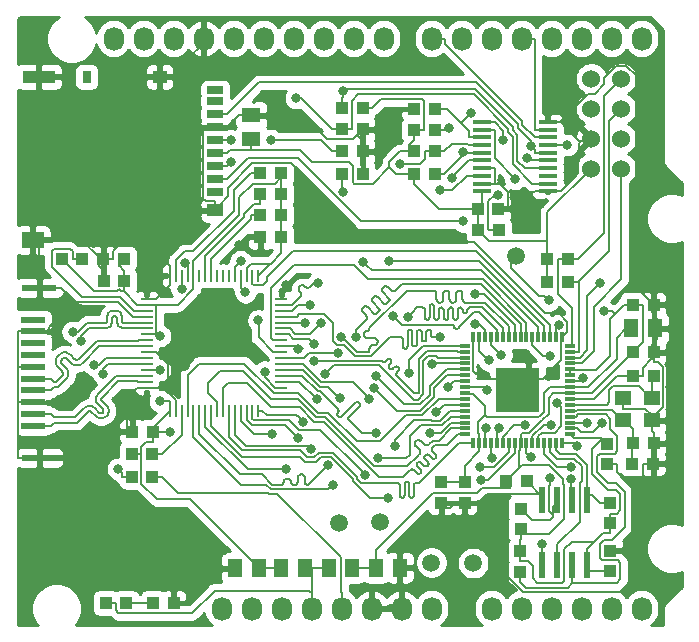
<source format=gtl>
G04 #@! TF.GenerationSoftware,KiCad,Pcbnew,(5.1.2)-1*
G04 #@! TF.CreationDate,2021-07-03T10:16:44+09:00*
G04 #@! TF.ProjectId,hdmi,68646d69-2e6b-4696-9361-645f70636258,v1.5*
G04 #@! TF.SameCoordinates,Original*
G04 #@! TF.FileFunction,Copper,L1,Top*
G04 #@! TF.FilePolarity,Positive*
%FSLAX46Y46*%
G04 Gerber Fmt 4.6, Leading zero omitted, Abs format (unit mm)*
G04 Created by KiCad (PCBNEW (5.1.2)-1) date 2021-07-03 10:16:44*
%MOMM*%
%LPD*%
G04 APERTURE LIST*
%ADD10R,0.599440X2.199640*%
%ADD11R,0.250000X1.000000*%
%ADD12R,1.000000X0.250000*%
%ADD13R,0.300000X0.850000*%
%ADD14R,0.850000X0.300000*%
%ADD15R,1.837500X1.837500*%
%ADD16R,1.079500X1.049020*%
%ADD17R,1.049020X1.079500*%
%ADD18R,1.297940X1.597660*%
%ADD19C,1.524000*%
%ADD20R,3.000000X0.600000*%
%ADD21R,2.000000X0.600000*%
%ADD22O,1.727200X2.032000*%
%ADD23R,1.400000X1.200000*%
%ADD24R,1.600000X0.300000*%
%ADD25R,1.597660X1.297940*%
%ADD26R,1.198880X1.099820*%
%ADD27R,1.399540X0.998220*%
%ADD28R,1.899920X1.399540*%
%ADD29R,2.799080X1.099820*%
%ADD30R,0.797560X1.099820*%
%ADD31R,1.399540X0.647700*%
%ADD32C,1.500000*%
%ADD33C,0.800000*%
%ADD34C,0.200000*%
%ADD35C,0.254000*%
G04 APERTURE END LIST*
D10*
X169850460Y-114634040D03*
X168580460Y-114634040D03*
X167315540Y-114634040D03*
X166045540Y-114634040D03*
X166045540Y-120135960D03*
X167315540Y-120135960D03*
X168580460Y-120135960D03*
X169850460Y-120135960D03*
D11*
X142048000Y-95665000D03*
X141548000Y-95665000D03*
X141048000Y-95665000D03*
X140548000Y-95665000D03*
X140048000Y-95665000D03*
X139548000Y-95665000D03*
X139048000Y-95665000D03*
X138548000Y-95665000D03*
X138048000Y-95665000D03*
X137548000Y-95665000D03*
X137048000Y-95665000D03*
X136548000Y-95665000D03*
X136048000Y-95665000D03*
X135548000Y-95665000D03*
X135048000Y-95665000D03*
X134548000Y-95665000D03*
D12*
X132598000Y-97615000D03*
X132598000Y-98115000D03*
X132598000Y-98615000D03*
X132598000Y-99115000D03*
X132598000Y-99615000D03*
X132598000Y-100115000D03*
X132598000Y-100615000D03*
X132598000Y-101115000D03*
X132598000Y-101615000D03*
X132598000Y-102115000D03*
X132598000Y-102615000D03*
X132598000Y-103115000D03*
X132598000Y-103615000D03*
X132598000Y-104115000D03*
X132598000Y-104615000D03*
X132598000Y-105115000D03*
D11*
X134548000Y-107065000D03*
X135048000Y-107065000D03*
X135548000Y-107065000D03*
X136048000Y-107065000D03*
X136548000Y-107065000D03*
X137048000Y-107065000D03*
X137548000Y-107065000D03*
X138048000Y-107065000D03*
X138548000Y-107065000D03*
X139048000Y-107065000D03*
X139548000Y-107065000D03*
X140048000Y-107065000D03*
X140548000Y-107065000D03*
X141048000Y-107065000D03*
X141548000Y-107065000D03*
X142048000Y-107065000D03*
D12*
X143998000Y-105115000D03*
X143998000Y-104615000D03*
X143998000Y-104115000D03*
X143998000Y-103615000D03*
X143998000Y-103115000D03*
X143998000Y-102615000D03*
X143998000Y-102115000D03*
X143998000Y-101615000D03*
X143998000Y-101115000D03*
X143998000Y-100615000D03*
X143998000Y-100115000D03*
X143998000Y-99615000D03*
X143998000Y-99115000D03*
X143998000Y-98615000D03*
X143998000Y-98115000D03*
X143998000Y-97615000D03*
D13*
X160244000Y-109778000D03*
X160744000Y-109778000D03*
X161244000Y-109778000D03*
X161744000Y-109778000D03*
X162244000Y-109778000D03*
X162744000Y-109778000D03*
X163244000Y-109778000D03*
X163744000Y-109778000D03*
X164244000Y-109778000D03*
X164744000Y-109778000D03*
X165244000Y-109778000D03*
X165744000Y-109778000D03*
X166244000Y-109778000D03*
X166744000Y-109778000D03*
X167244000Y-109778000D03*
X167744000Y-109778000D03*
D14*
X168444000Y-109078000D03*
X168444000Y-108578000D03*
X168444000Y-108078000D03*
X168444000Y-107578000D03*
X168444000Y-107078000D03*
X168444000Y-106578000D03*
X168444000Y-106078000D03*
X168444000Y-105578000D03*
X168444000Y-105078000D03*
X168444000Y-104578000D03*
X168444000Y-104078000D03*
X168444000Y-103578000D03*
X168444000Y-103078000D03*
X168444000Y-102578000D03*
X168444000Y-102078000D03*
X168444000Y-101578000D03*
D13*
X167744000Y-100878000D03*
X167244000Y-100878000D03*
X166744000Y-100878000D03*
X166244000Y-100878000D03*
X165744000Y-100878000D03*
X165244000Y-100878000D03*
X164744000Y-100878000D03*
X164244000Y-100878000D03*
X163744000Y-100878000D03*
X163244000Y-100878000D03*
X162744000Y-100878000D03*
X162244000Y-100878000D03*
X161744000Y-100878000D03*
X161244000Y-100878000D03*
X160744000Y-100878000D03*
X160244000Y-100878000D03*
D14*
X159544000Y-101578000D03*
X159544000Y-102078000D03*
X159544000Y-102578000D03*
X159544000Y-103078000D03*
X159544000Y-103578000D03*
X159544000Y-104078000D03*
X159544000Y-104578000D03*
X159544000Y-105078000D03*
X159544000Y-105578000D03*
X159544000Y-106078000D03*
X159544000Y-106578000D03*
X159544000Y-107078000D03*
X159544000Y-107578000D03*
X159544000Y-108078000D03*
X159544000Y-108578000D03*
X159544000Y-109078000D03*
D15*
X164912750Y-104409250D03*
X163075250Y-104409250D03*
X164912750Y-106246750D03*
X163075250Y-106246750D03*
D16*
X171850000Y-118928240D03*
X171850000Y-120675760D03*
D17*
X173752240Y-102111000D03*
X175499760Y-102111000D03*
X173752240Y-98111200D03*
X175499760Y-98111200D03*
D16*
X171598000Y-111612760D03*
X171598000Y-109865240D03*
D18*
X173629780Y-100111000D03*
X175626220Y-100111000D03*
D17*
X163018000Y-113045000D03*
X164765520Y-113045000D03*
D16*
X159498000Y-114862760D03*
X159498000Y-113115240D03*
X157513000Y-113115240D03*
X157513000Y-114862760D03*
D17*
X142224240Y-92365000D03*
X143971760Y-92365000D03*
X130671760Y-94215000D03*
X128924240Y-94215000D03*
X131350240Y-108865000D03*
X133097760Y-108865000D03*
X128950240Y-96115000D03*
X130697760Y-96115000D03*
D18*
X153998220Y-120365000D03*
X152001780Y-120365000D03*
X142096220Y-120415000D03*
X140099780Y-120415000D03*
D17*
X173752240Y-104111000D03*
X175499760Y-104111000D03*
X173752240Y-109811000D03*
X175499760Y-109811000D03*
X129124240Y-123365000D03*
X130871760Y-123365000D03*
D19*
X172768000Y-86575000D03*
X170228000Y-86575000D03*
X172768000Y-84035000D03*
X170228000Y-84035000D03*
X172768000Y-81495000D03*
X170228000Y-81495000D03*
X172768000Y-78955000D03*
X170228000Y-78955000D03*
D20*
X123498000Y-96665000D03*
X123498000Y-111065000D03*
D21*
X122998000Y-99365000D03*
X122998000Y-100365000D03*
X122998000Y-101365000D03*
X122998000Y-102365000D03*
X122998000Y-103365000D03*
X122998000Y-104365000D03*
X122998000Y-105365000D03*
X122998000Y-106365000D03*
X122998000Y-107365000D03*
X122998000Y-108365000D03*
D18*
X149987220Y-120365000D03*
X147990780Y-120365000D03*
X145987220Y-120365000D03*
X143990780Y-120365000D03*
D22*
X156718000Y-123825000D03*
X154178000Y-123825000D03*
X151638000Y-123825000D03*
X149098000Y-123825000D03*
X146558000Y-123825000D03*
X144018000Y-123825000D03*
X141478000Y-123825000D03*
X138938000Y-123825000D03*
X161798000Y-123825000D03*
X164338000Y-123825000D03*
X166878000Y-123825000D03*
X169418000Y-123825000D03*
X171958000Y-123825000D03*
X174498000Y-123825000D03*
X129794000Y-75565000D03*
X132334000Y-75565000D03*
X134874000Y-75565000D03*
X137414000Y-75565000D03*
X139954000Y-75565000D03*
X142494000Y-75565000D03*
X145034000Y-75565000D03*
X147574000Y-75565000D03*
X150114000Y-75565000D03*
X152654000Y-75565000D03*
X156718000Y-75565000D03*
X159258000Y-75565000D03*
X161798000Y-75565000D03*
X164338000Y-75565000D03*
X166878000Y-75565000D03*
X169418000Y-75565000D03*
X171958000Y-75565000D03*
X174498000Y-75565000D03*
D16*
X171850000Y-114865240D03*
X171850000Y-116612760D03*
X164250000Y-117112760D03*
X164250000Y-115365240D03*
X164238000Y-120738760D03*
X164238000Y-118991240D03*
D17*
X175460760Y-111547000D03*
X173713240Y-111547000D03*
X134871760Y-123365000D03*
X133124240Y-123365000D03*
X168245760Y-96165000D03*
X166498240Y-96165000D03*
X166524240Y-94265000D03*
X168271760Y-94265000D03*
X125400240Y-94215000D03*
X127147760Y-94215000D03*
X142224240Y-90515000D03*
X143971760Y-90515000D03*
X142224240Y-88715000D03*
X143971760Y-88715000D03*
X150871760Y-85115000D03*
X149124240Y-85115000D03*
X142224240Y-86965000D03*
X143971760Y-86965000D03*
X131324240Y-110765000D03*
X133071760Y-110765000D03*
X149124240Y-87015000D03*
X150871760Y-87015000D03*
D23*
X175334000Y-105991000D03*
X172934000Y-107891000D03*
X172934000Y-105991000D03*
X175334000Y-107891000D03*
D17*
X162371760Y-89965000D03*
X160624240Y-89965000D03*
X131324240Y-112665000D03*
X133071760Y-112665000D03*
D24*
X160948000Y-82640000D03*
X160948000Y-83290000D03*
X166548000Y-85240000D03*
X166548000Y-85890000D03*
X166548000Y-86540000D03*
X166548000Y-87190000D03*
X166548000Y-87840000D03*
X166548000Y-88490000D03*
X166548000Y-84590000D03*
X166548000Y-83940000D03*
X166548000Y-83290000D03*
X166548000Y-82640000D03*
X160948000Y-83940000D03*
X160948000Y-84590000D03*
X160948000Y-85240000D03*
X160948000Y-85890000D03*
X160948000Y-86540000D03*
X160948000Y-87190000D03*
X160948000Y-88490000D03*
X160948000Y-87840000D03*
D25*
X141448000Y-84063220D03*
X141448000Y-82066780D03*
D26*
X133697240Y-78816880D03*
D27*
X138396240Y-90114800D03*
D28*
X122947960Y-92614160D03*
D29*
X123471200Y-78816880D03*
D30*
X127497100Y-78816880D03*
D31*
X138396240Y-79916700D03*
X138396240Y-80866660D03*
X138396240Y-81966480D03*
X138396240Y-83066300D03*
X138396240Y-84166120D03*
X138396240Y-85265940D03*
X138396240Y-86363220D03*
X138396240Y-87463040D03*
X138396240Y-88562860D03*
D17*
X149124240Y-83265000D03*
X150871760Y-83265000D03*
X150871760Y-81415000D03*
X149124240Y-81415000D03*
X156971760Y-85115000D03*
X155224240Y-85115000D03*
X156971760Y-87015000D03*
X155224240Y-87015000D03*
X155224240Y-81515000D03*
X156971760Y-81515000D03*
X162421760Y-91815000D03*
X160674240Y-91815000D03*
X155224240Y-83315000D03*
X156971760Y-83315000D03*
D32*
X160228000Y-119975000D03*
X156688000Y-119935000D03*
X152328000Y-116505000D03*
X148838000Y-116555000D03*
X163818000Y-93965000D03*
D33*
X145227500Y-80602800D03*
X153994300Y-86151400D03*
X149203200Y-79991200D03*
X162362700Y-88785100D03*
X160032200Y-81878100D03*
X140440500Y-93034200D03*
X122798000Y-89665000D03*
X130998000Y-83365000D03*
X147998000Y-91365000D03*
X174998000Y-94365000D03*
X174998000Y-115965000D03*
X125698000Y-120265000D03*
X134298000Y-120265000D03*
X126898000Y-109565000D03*
X131398000Y-106665000D03*
X141298000Y-102265000D03*
X135598000Y-99465000D03*
X135798000Y-103265000D03*
X139498000Y-98465000D03*
X132798000Y-95565000D03*
X125698000Y-98065000D03*
X154698000Y-76665000D03*
X152798000Y-82465000D03*
X166998000Y-79565000D03*
X144998000Y-82565000D03*
X145393272Y-101859102D03*
X144372160Y-96459160D03*
X145849381Y-108030682D03*
X158608000Y-118145000D03*
X171307900Y-98674200D03*
X142598000Y-103765000D03*
X134598000Y-108865000D03*
X133728000Y-100751600D03*
X133702700Y-106264700D03*
X133702700Y-103615000D03*
X170934200Y-96294400D03*
X169494500Y-104346500D03*
X135548100Y-96767900D03*
X149247900Y-88533100D03*
X126327000Y-100394000D03*
X127069000Y-101136000D03*
X128127000Y-103194000D03*
X128869000Y-103936000D03*
X169838000Y-108145000D03*
X166758000Y-112785000D03*
X168176800Y-84590000D03*
X167308021Y-106385000D03*
X135834800Y-94545000D03*
X143127900Y-84166300D03*
X166098000Y-118365000D03*
X169021435Y-110076474D03*
X171148000Y-108155000D03*
X168528000Y-112825000D03*
X140548000Y-94415000D03*
X153128000Y-94425000D03*
X140948000Y-97065000D03*
X150868000Y-94445000D03*
X150308000Y-100815000D03*
X148817640Y-102182143D03*
X142038000Y-99425000D03*
X160428000Y-97225000D03*
X146718000Y-101395000D03*
X149008009Y-100822132D03*
X147348000Y-99659000D03*
X154678000Y-99155000D03*
X145958000Y-99665000D03*
X153458007Y-99091066D03*
X162628000Y-102355000D03*
X157437976Y-100825000D03*
X146454456Y-98106770D03*
X160418000Y-99748736D03*
X161568000Y-102815000D03*
X147118000Y-96235000D03*
X154768022Y-103845000D03*
X146478000Y-110325000D03*
X143168000Y-109025000D03*
X146736711Y-102895012D03*
X147728000Y-103995000D03*
X145392418Y-109378042D03*
X156766000Y-103084977D03*
X151094234Y-112506766D03*
X146969670Y-106108064D03*
X152008000Y-104155000D03*
X151873869Y-105174095D03*
X152038840Y-108974160D03*
X158108000Y-105085000D03*
X148947994Y-106025000D03*
X161398000Y-105305000D03*
X151440484Y-106053072D03*
X148378000Y-113325000D03*
X157114084Y-107226663D03*
X147912000Y-111710000D03*
X153578887Y-110104809D03*
X144348000Y-112025000D03*
X152188000Y-111095032D03*
X152998000Y-114465000D03*
X156543636Y-108961142D03*
X130166000Y-112009800D03*
X157450300Y-88424600D03*
X161346500Y-108582600D03*
X139703700Y-84166100D03*
X165140700Y-84654500D03*
X161788000Y-111055000D03*
X158478000Y-87354800D03*
X139707300Y-86004800D03*
X162453751Y-108535271D03*
X163775700Y-87443900D03*
X164604700Y-108315010D03*
X158202200Y-83123100D03*
X162794600Y-84148100D03*
X166858000Y-108255000D03*
X164772200Y-85704200D03*
X159331500Y-91055600D03*
X159335300Y-85185700D03*
X167466600Y-99838800D03*
X160228007Y-119974993D03*
X168496167Y-111815231D03*
X165118000Y-111005000D03*
X156687982Y-119935000D03*
X152327990Y-116505000D03*
X160858000Y-112905000D03*
X160808000Y-111865000D03*
X148838000Y-116554984D03*
X166708000Y-102435000D03*
X166648000Y-97745000D03*
X163818000Y-93965000D03*
D34*
X165447700Y-87840000D02*
X165200700Y-87840000D01*
X165200700Y-87840000D02*
X163573300Y-86212600D01*
X163573300Y-86212600D02*
X163573300Y-83885200D01*
X163573300Y-83885200D02*
X163194900Y-83506800D01*
X163194900Y-83506800D02*
X163194900Y-83189400D01*
X163194900Y-83189400D02*
X160268800Y-80263300D01*
X160268800Y-80263300D02*
X150521300Y-80263300D01*
X150521300Y-80263300D02*
X149949000Y-80835600D01*
X149949000Y-80835600D02*
X149949000Y-83265000D01*
X149124200Y-83265000D02*
X149949000Y-83265000D01*
X166548000Y-87840000D02*
X165447700Y-87840000D01*
X149124200Y-83265000D02*
X148299400Y-83265000D01*
X148299400Y-83265000D02*
X145637200Y-80602800D01*
X145637200Y-80602800D02*
X145227500Y-80602800D01*
X146613400Y-120365000D02*
X146613400Y-122453300D01*
X146613400Y-122453300D02*
X146558000Y-122508700D01*
X146613400Y-120365000D02*
X147990800Y-120365000D01*
X145987200Y-120365000D02*
X146613400Y-120365000D01*
X146558000Y-123825000D02*
X146558000Y-122508700D01*
X145987000Y-120365000D02*
X145987200Y-120365000D01*
X147990800Y-120365000D02*
X147991000Y-120365000D01*
X146354300Y-122305000D02*
X146558000Y-122508700D01*
X129949000Y-123365000D02*
X129949000Y-123983600D01*
X129124200Y-123365000D02*
X129949000Y-123365000D01*
X129949000Y-123983600D02*
X130170600Y-124205200D01*
X130170600Y-124205200D02*
X136437800Y-124205200D01*
X136437800Y-124205200D02*
X138338000Y-122305000D01*
X138338000Y-122305000D02*
X146354300Y-122305000D01*
X160948000Y-84590000D02*
X159847700Y-84590000D01*
X159847700Y-84590000D02*
X159743100Y-84485400D01*
X159743100Y-84485400D02*
X158426200Y-84485400D01*
X158426200Y-84485400D02*
X157796600Y-85115000D01*
X156971800Y-85115000D02*
X157796600Y-85115000D01*
X156971800Y-85115000D02*
X156147000Y-85115000D01*
X156147000Y-85115000D02*
X156147000Y-85733600D01*
X156147000Y-85733600D02*
X155729200Y-86151400D01*
X155729200Y-86151400D02*
X153994300Y-86151400D01*
X165447700Y-86540000D02*
X164589400Y-86540000D01*
X164589400Y-86540000D02*
X163973600Y-85924200D01*
X163973600Y-85924200D02*
X163973600Y-83710500D01*
X163973600Y-83710500D02*
X163595200Y-83332100D01*
X163595200Y-83332100D02*
X163595200Y-83018700D01*
X163595200Y-83018700D02*
X160410200Y-79833700D01*
X160410200Y-79833700D02*
X149360700Y-79833700D01*
X149360700Y-79833700D02*
X149203200Y-79991200D01*
X149203200Y-79991200D02*
X149203200Y-80495900D01*
X149203200Y-80495900D02*
X149124200Y-80574900D01*
X149124200Y-81415000D02*
X149124200Y-80574900D01*
X166548000Y-86540000D02*
X165447700Y-86540000D01*
X165447700Y-83940000D02*
X164395800Y-82888100D01*
X164395800Y-82888100D02*
X164395800Y-82554500D01*
X164395800Y-82554500D02*
X157881900Y-76040600D01*
X157881900Y-76040600D02*
X157881900Y-75565000D01*
X166548000Y-83940000D02*
X165447700Y-83940000D01*
X156718000Y-75565000D02*
X157881900Y-75565000D01*
X162362700Y-88785100D02*
X162062400Y-88785100D01*
X162062400Y-88785100D02*
X161499100Y-89348400D01*
X161499100Y-89348400D02*
X161499100Y-91717100D01*
X161499100Y-91717100D02*
X161597000Y-91815000D01*
X162421800Y-91815000D02*
X161597000Y-91815000D01*
X164338000Y-75565000D02*
X165501900Y-75565000D01*
X166548000Y-83290000D02*
X165447700Y-83290000D01*
X165447700Y-83290000D02*
X165447700Y-76253700D01*
X165447700Y-76253700D02*
X165501900Y-76199500D01*
X165501900Y-76199500D02*
X165501900Y-75565000D01*
X159185800Y-82724500D02*
X160032200Y-81878100D01*
X157796600Y-81515000D02*
X157976300Y-81515000D01*
X157976300Y-81515000D02*
X159185800Y-82724500D01*
X159847700Y-83940000D02*
X159847700Y-83386400D01*
X159847700Y-83386400D02*
X159185800Y-82724500D01*
X160948000Y-83940000D02*
X159847700Y-83940000D01*
X156971800Y-81515000D02*
X157796600Y-81515000D01*
X138396200Y-89715100D02*
X138693000Y-89715100D01*
X138693000Y-89715100D02*
X139486900Y-88921200D01*
X139486900Y-88921200D02*
X139486900Y-88184300D01*
X139486900Y-88184300D02*
X141546400Y-86124800D01*
X141546400Y-86124800D02*
X144796700Y-86124800D01*
X144796700Y-86124800D02*
X149017450Y-90345550D01*
X149017450Y-90345550D02*
X151490100Y-92818200D01*
X151490100Y-92818200D02*
X160337500Y-92818200D01*
X160337500Y-92818200D02*
X166333700Y-98814400D01*
X166333700Y-98814400D02*
X167461300Y-98814400D01*
X167461300Y-98814400D02*
X168216400Y-99569500D01*
X168216400Y-99569500D02*
X168216400Y-100405600D01*
X168216400Y-100405600D02*
X167744000Y-100878000D01*
X138396200Y-89715100D02*
X138396200Y-89315400D01*
X138396200Y-90114800D02*
X138396200Y-89715100D01*
X163196600Y-88564700D02*
X163196600Y-89965000D01*
X142224200Y-92365000D02*
X141399400Y-92365000D01*
X140440500Y-93034200D02*
X140730200Y-93034200D01*
X140730200Y-93034200D02*
X141399400Y-92365000D01*
X171850000Y-118928200D02*
X172270000Y-118928200D01*
X165871800Y-114089700D02*
X161423600Y-114089700D01*
X161423600Y-114089700D02*
X160650500Y-114862800D01*
X160338100Y-114862800D02*
X160650500Y-114862800D01*
X153998200Y-123495900D02*
X153131000Y-123495900D01*
X153131000Y-123495900D02*
X152801900Y-123825000D01*
X154178000Y-123495900D02*
X153998200Y-123495900D01*
X164303200Y-104409200D02*
X163693600Y-104409200D01*
X164912700Y-104409200D02*
X164303200Y-104409200D01*
X163075200Y-106246700D02*
X163693600Y-106246700D01*
X164912700Y-106246700D02*
X163693600Y-106246700D01*
X163075200Y-106246700D02*
X163075200Y-105628200D01*
X163196600Y-88564700D02*
X165373000Y-88564700D01*
X165373000Y-88564700D02*
X165447700Y-88490000D01*
X162048300Y-87840000D02*
X162471900Y-87840000D01*
X162471900Y-87840000D02*
X163196600Y-88564700D01*
X162371800Y-89965000D02*
X163196600Y-89965000D01*
X138396200Y-89315400D02*
X137596500Y-89315400D01*
X137596500Y-89315400D02*
X137396000Y-89114900D01*
X137396000Y-89114900D02*
X133097100Y-93413800D01*
X133097100Y-93413800D02*
X134548000Y-94864700D01*
X134548000Y-95665000D02*
X134548000Y-94864700D01*
X134004900Y-105115000D02*
X134429000Y-104690900D01*
X134429000Y-104690900D02*
X134429000Y-103145700D01*
X134429000Y-103145700D02*
X133398300Y-102115000D01*
X133398300Y-97615000D02*
X134548000Y-96465300D01*
X134548000Y-95665000D02*
X134548000Y-96465300D01*
X132598000Y-97615000D02*
X133398300Y-97615000D01*
X132598000Y-105115000D02*
X131797700Y-105115000D01*
X130937800Y-108865000D02*
X130937800Y-105974900D01*
X130937800Y-105974900D02*
X131797700Y-105115000D01*
X130937800Y-108865000D02*
X130525400Y-108865000D01*
X131350200Y-108865000D02*
X130937800Y-108865000D01*
X129124300Y-111065000D02*
X129124300Y-110266100D01*
X129124300Y-110266100D02*
X130525400Y-108865000D01*
X129124300Y-111065000D02*
X125298300Y-111065000D01*
X151638000Y-123825000D02*
X152801900Y-123825000D01*
X154178000Y-123825000D02*
X154178000Y-123495900D01*
X132598000Y-102115000D02*
X133398300Y-102115000D01*
X134004900Y-105115000D02*
X135047900Y-106158000D01*
X135047900Y-106158000D02*
X135047900Y-106264700D01*
X135047900Y-106264700D02*
X135048000Y-106264700D01*
X132598000Y-105115000D02*
X134004900Y-105115000D01*
X135048000Y-107065000D02*
X135048000Y-106264700D01*
X163075200Y-105018700D02*
X163075200Y-104409200D01*
X122948000Y-92614200D02*
X123173000Y-92614200D01*
X123173000Y-92614200D02*
X123523100Y-92964300D01*
X123523100Y-96665000D02*
X125298300Y-96665000D01*
X123498000Y-96665000D02*
X123523100Y-96665000D01*
X128950200Y-95275000D02*
X128511800Y-94836600D01*
X128511800Y-94836600D02*
X128511800Y-94215000D01*
X122998000Y-100365000D02*
X121697700Y-100365000D01*
X121697700Y-103365000D02*
X121697700Y-100365000D01*
X121797800Y-103365000D02*
X121697700Y-103365000D01*
X122998000Y-103365000D02*
X121797800Y-103365000D01*
X121697700Y-106365000D02*
X121697700Y-103365000D01*
X121697700Y-111065000D02*
X121697700Y-106365000D01*
X122998000Y-100365000D02*
X124298300Y-100365000D01*
X126480500Y-97847200D02*
X124298300Y-100029400D01*
X124298300Y-100029400D02*
X124298300Y-100365000D01*
X126480500Y-97847200D02*
X130162400Y-97847200D01*
X130162400Y-97847200D02*
X131430200Y-99115000D01*
X131430200Y-99115000D02*
X132598000Y-99115000D01*
X125298300Y-96665000D02*
X126480500Y-97847200D01*
X159498000Y-114862800D02*
X158658000Y-114862800D01*
X157513000Y-115275200D02*
X158245600Y-115275200D01*
X158245600Y-115275200D02*
X158658000Y-114862800D01*
X157513000Y-114862800D02*
X157513000Y-115275200D01*
X123498000Y-111065000D02*
X121697700Y-111065000D01*
X137275800Y-120121000D02*
X137569700Y-120415000D01*
X137569700Y-120415000D02*
X140099800Y-120415000D01*
X134871800Y-122525000D02*
X137275800Y-120121000D01*
X123498000Y-111065000D02*
X125298300Y-111065000D01*
X173752200Y-104111000D02*
X174577000Y-104111000D01*
X175499800Y-102741000D02*
X175311000Y-102741000D01*
X175311000Y-102741000D02*
X174577000Y-103475000D01*
X174577000Y-103475000D02*
X174577000Y-104111000D01*
X175499800Y-102741000D02*
X175499800Y-102951000D01*
X175499800Y-102531000D02*
X175499800Y-102741000D01*
X167648300Y-88490000D02*
X167648300Y-88454500D01*
X167648300Y-88454500D02*
X168909800Y-87193000D01*
X168909800Y-87193000D02*
X168909800Y-87083200D01*
X168909800Y-87083200D02*
X169066300Y-86926700D01*
X169066300Y-86926700D02*
X169066300Y-86064900D01*
X169066300Y-86064900D02*
X169066400Y-86064800D01*
X169066400Y-86064800D02*
X169066400Y-86046800D01*
X169066400Y-86046800D02*
X169165600Y-85947600D01*
X169165600Y-85947600D02*
X169165600Y-84456200D01*
X169165600Y-84456200D02*
X169315100Y-84306700D01*
X166548000Y-88490000D02*
X167648300Y-88490000D01*
X170228000Y-84035000D02*
X169586800Y-84035000D01*
X169586800Y-84035000D02*
X169315100Y-84306700D01*
X169315100Y-84306700D02*
X167648300Y-82640000D01*
X166548000Y-88490000D02*
X165447700Y-88490000D01*
X162048300Y-87840000D02*
X162048300Y-86540000D01*
X134871800Y-123365000D02*
X134871800Y-122525000D01*
X175499800Y-98111200D02*
X173978400Y-96589800D01*
X173978400Y-96589800D02*
X173978400Y-78639300D01*
X173978400Y-78639300D02*
X173211000Y-77871900D01*
X173211000Y-77871900D02*
X172315400Y-77871900D01*
X172315400Y-77871900D02*
X171297800Y-78889500D01*
X171297800Y-78889500D02*
X171297800Y-79432100D01*
X171297800Y-79432100D02*
X170504900Y-80225000D01*
X170504900Y-80225000D02*
X169951100Y-80225000D01*
X169951100Y-80225000D02*
X167648300Y-82527800D01*
X167648300Y-82527800D02*
X167648300Y-82640000D01*
X175499800Y-98431100D02*
X175499800Y-98111200D01*
X173752200Y-104111000D02*
X172395100Y-104111000D01*
X172395100Y-104111000D02*
X170428100Y-106078000D01*
X170428100Y-106078000D02*
X168444000Y-106078000D01*
X175499800Y-98431100D02*
X175499800Y-98951200D01*
X166548000Y-82640000D02*
X167648300Y-82640000D01*
X159498000Y-114862800D02*
X160338100Y-114862800D01*
X165871800Y-114089700D02*
X166093000Y-114089700D01*
X165871800Y-113705000D02*
X165871800Y-114089700D01*
X150366800Y-83770000D02*
X150871800Y-83265000D01*
X141448000Y-82066800D02*
X145817500Y-82066800D01*
X145817500Y-82066800D02*
X147855900Y-84105200D01*
X147855900Y-84105200D02*
X150031600Y-84105200D01*
X150031600Y-84105200D02*
X150366800Y-83770000D01*
X150366800Y-83770000D02*
X150871800Y-84275000D01*
X150871800Y-85115000D02*
X150871800Y-84275000D01*
X140898500Y-82066800D02*
X141448000Y-82066800D01*
X137396000Y-83066400D02*
X137396100Y-83066300D01*
X137396000Y-89114900D02*
X137396000Y-83066400D01*
X137396000Y-83066400D02*
X137096500Y-83066400D01*
X137096500Y-83066400D02*
X133697200Y-79667100D01*
X138396200Y-83066300D02*
X137396100Y-83066300D01*
X175626200Y-100111000D02*
X175626200Y-99011900D01*
X175499800Y-98951200D02*
X175560500Y-99011900D01*
X175560500Y-99011900D02*
X175626200Y-99011900D01*
X175499800Y-102531000D02*
X175626200Y-102404600D01*
X175626200Y-102404600D02*
X175626200Y-100111000D01*
X175499800Y-102111000D02*
X175499800Y-102531000D01*
X172934000Y-105991000D02*
X172934000Y-106891300D01*
X175334000Y-107440800D02*
X174784500Y-106891300D01*
X174784500Y-106891300D02*
X172934000Y-106891300D01*
X175499800Y-102951000D02*
X175885900Y-102951000D01*
X175885900Y-102951000D02*
X176334400Y-103399500D01*
X176334400Y-103399500D02*
X176334400Y-106721800D01*
X176334400Y-106721800D02*
X175615400Y-107440800D01*
X175615400Y-107440800D02*
X175334000Y-107440800D01*
X166093000Y-115165000D02*
X166093000Y-114089700D01*
X163075200Y-104409200D02*
X163693600Y-104409200D01*
X150871800Y-83265000D02*
X150891100Y-83265000D01*
X128950200Y-96115000D02*
X128950200Y-95275000D01*
X155224200Y-81515000D02*
X154399400Y-81515000D01*
X151696600Y-83265000D02*
X152649400Y-83265000D01*
X152649400Y-83265000D02*
X154399400Y-81515000D01*
X160948000Y-86540000D02*
X162048300Y-86540000D01*
X163075200Y-105018700D02*
X163075200Y-105628200D01*
X175334000Y-107891000D02*
X175334000Y-107440800D01*
X151284200Y-83265000D02*
X151696600Y-83265000D01*
X151284200Y-83265000D02*
X150891100Y-83265000D01*
X150871800Y-85115000D02*
X150871800Y-87015000D01*
X140898500Y-82066800D02*
X140348900Y-82066800D01*
X122998000Y-106365000D02*
X121697700Y-106365000D01*
X160948000Y-87840000D02*
X162048300Y-87840000D01*
X138396200Y-83066300D02*
X139396300Y-83066300D01*
X139396300Y-83066300D02*
X140348900Y-82113700D01*
X140348900Y-82113700D02*
X140348900Y-82066800D01*
X138396240Y-83066300D02*
X131296700Y-83066300D01*
X131296700Y-83066300D02*
X130998000Y-83365000D01*
X149017450Y-90345550D02*
X147998000Y-91365000D01*
X175499760Y-98111200D02*
X175499760Y-94866760D01*
X175499760Y-94866760D02*
X174998000Y-94365000D01*
X175460760Y-111547000D02*
X175460760Y-115502240D01*
X175460760Y-115502240D02*
X174998000Y-115965000D01*
X140099780Y-120415000D02*
X134448000Y-120415000D01*
X134298000Y-120265000D02*
X125698000Y-120265000D01*
X134448000Y-120415000D02*
X134298000Y-120265000D01*
X123498000Y-111065000D02*
X125398000Y-111065000D01*
X125398000Y-111065000D02*
X126898000Y-109565000D01*
X131350240Y-108865000D02*
X131350240Y-106712760D01*
X131350240Y-106712760D02*
X131398000Y-106665000D01*
X134429000Y-104690900D02*
X134429000Y-104634000D01*
X134429000Y-104634000D02*
X135798000Y-103265000D01*
X135598000Y-99465000D02*
X138498000Y-99465000D01*
X138498000Y-99465000D02*
X139498000Y-98465000D01*
X132598000Y-97615000D02*
X132598000Y-95765000D01*
X132598000Y-95765000D02*
X132798000Y-95565000D01*
X155224240Y-81515000D02*
X153748000Y-81515000D01*
X153748000Y-81515000D02*
X152798000Y-82465000D01*
X166548000Y-82640000D02*
X166548000Y-80015000D01*
X166548000Y-80015000D02*
X166998000Y-79565000D01*
X141448000Y-82066780D02*
X144499780Y-82066780D01*
X144499780Y-82066780D02*
X144998000Y-82565000D01*
X145149170Y-101615000D02*
X145393272Y-101859102D01*
X143998000Y-101615000D02*
X145149170Y-101615000D01*
X160945796Y-104409200D02*
X160249001Y-103712405D01*
X160249001Y-100883001D02*
X160244000Y-100878000D01*
X160249001Y-103712405D02*
X160249001Y-100883001D01*
X163075200Y-104409200D02*
X160945796Y-104409200D01*
X143998000Y-96833320D02*
X144372160Y-96459160D01*
X143998000Y-97615000D02*
X143998000Y-96833320D01*
X145263677Y-107444978D02*
X145449382Y-107630683D01*
X142752978Y-107444978D02*
X145263677Y-107444978D01*
X142048000Y-107065000D02*
X142373000Y-107065000D01*
X145449382Y-107630683D02*
X145849381Y-108030682D01*
X142373000Y-107065000D02*
X142752978Y-107444978D01*
X167694400Y-100927600D02*
X167744000Y-100878000D01*
X167694400Y-102818600D02*
X167694400Y-100927600D01*
X164303200Y-104409200D02*
X166103800Y-104409200D01*
X166103800Y-104409200D02*
X167694400Y-102818600D01*
X159498000Y-114862760D02*
X159498000Y-117255000D01*
X159007999Y-117745001D02*
X158608000Y-118145000D01*
X159498000Y-117255000D02*
X159007999Y-117745001D01*
X173548000Y-119786200D02*
X172690000Y-118928200D01*
X172690000Y-118928200D02*
X172270000Y-118928200D01*
X161878000Y-116090300D02*
X161878000Y-119871000D01*
X160650500Y-114862800D02*
X161878000Y-116090300D01*
X161878000Y-119871000D02*
X164457100Y-122450100D01*
X164457100Y-122450100D02*
X172852900Y-122450100D01*
X172852900Y-122450100D02*
X173548000Y-121755000D01*
X173548000Y-121755000D02*
X173548000Y-119786200D01*
X173710300Y-118222700D02*
X173710300Y-113103200D01*
X172270000Y-118928200D02*
X173004800Y-118928200D01*
X173004800Y-118928200D02*
X173710300Y-118222700D01*
X175499800Y-108957100D02*
X175334000Y-108791300D01*
X175499800Y-110668000D02*
X175499800Y-108957100D01*
X174509800Y-113103200D02*
X174636000Y-112977000D01*
X173710300Y-113103200D02*
X174509800Y-113103200D01*
X174636000Y-112977000D02*
X174636000Y-111547000D01*
X174636000Y-111547000D02*
X175460800Y-111547000D01*
X175334000Y-108791300D02*
X175334000Y-107891000D01*
X175460800Y-111547000D02*
X175460800Y-110707000D01*
X175460800Y-110707000D02*
X175499800Y-110668000D01*
X172438100Y-111612800D02*
X171598000Y-111612800D01*
X172438100Y-112305100D02*
X172438100Y-111612800D01*
X173710300Y-113103200D02*
X173236200Y-113103200D01*
X173236200Y-113103200D02*
X172438100Y-112305100D01*
X129124300Y-112501300D02*
X129124300Y-111065000D01*
X137275800Y-120121000D02*
X136744000Y-120121000D01*
X136744000Y-120121000D02*
X129124300Y-112501300D01*
X157513000Y-115850000D02*
X157513000Y-115275200D01*
X153998200Y-123495900D02*
X153998200Y-119364800D01*
X153998200Y-119364800D02*
X157513000Y-115850000D01*
X128924200Y-94215000D02*
X128511800Y-94215000D01*
X129749000Y-94215000D02*
X128924200Y-94215000D01*
X129749000Y-93596400D02*
X129749000Y-94215000D01*
X130470400Y-92875000D02*
X129749000Y-93596400D01*
X133097100Y-93413800D02*
X132558300Y-92875000D01*
X132558300Y-92875000D02*
X130470400Y-92875000D01*
X124042400Y-92445000D02*
X123523100Y-92964300D01*
X126873000Y-92445000D02*
X124042400Y-92445000D01*
X128511800Y-94215000D02*
X128511800Y-94083800D01*
X128511800Y-94083800D02*
X126873000Y-92445000D01*
X123504980Y-96646880D02*
X123523100Y-96665000D01*
X123523100Y-92964300D02*
X123504980Y-92982420D01*
X123504980Y-92982420D02*
X123504980Y-96646880D01*
X133259300Y-80105000D02*
X133697200Y-79667100D01*
X126459100Y-80105000D02*
X133259300Y-80105000D01*
X123471200Y-78816900D02*
X125171000Y-78816900D01*
X125171000Y-78816900D02*
X126459100Y-80105000D01*
X133697200Y-78816900D02*
X133697200Y-79667100D01*
X133697200Y-77475000D02*
X133697200Y-78816900D01*
X135868000Y-77475000D02*
X133697200Y-77475000D01*
X137414000Y-75565000D02*
X137414000Y-75929000D01*
X137414000Y-75929000D02*
X135868000Y-77475000D01*
X166093080Y-114387800D02*
X166093080Y-114763080D01*
X164765520Y-113060240D02*
X166093080Y-114387800D01*
X164765520Y-113045000D02*
X164765520Y-113060240D01*
X166524200Y-92689000D02*
X166524200Y-94265000D01*
X170228000Y-86575000D02*
X166524200Y-90278800D01*
X166524200Y-90278800D02*
X166524200Y-92689000D01*
X166524200Y-92689000D02*
X161548200Y-92689000D01*
X161548200Y-92689000D02*
X160674200Y-91815000D01*
X160674200Y-91460500D02*
X160674200Y-91815000D01*
X138396200Y-85265900D02*
X139396300Y-85265900D01*
X139396300Y-85265900D02*
X139649700Y-85012500D01*
X139649700Y-85012500D02*
X141448000Y-85012500D01*
X141448000Y-84063200D02*
X141448000Y-85012500D01*
X153146900Y-86439700D02*
X151712100Y-87874500D01*
X151712100Y-87874500D02*
X150179800Y-87874500D01*
X150179800Y-87874500D02*
X150046900Y-87741600D01*
X150046900Y-87741600D02*
X150046900Y-86368300D01*
X150046900Y-86368300D02*
X149683100Y-86004500D01*
X149683100Y-86004500D02*
X146558700Y-86004500D01*
X146558700Y-86004500D02*
X145566700Y-85012500D01*
X145566700Y-85012500D02*
X141448000Y-85012500D01*
X153146900Y-86439700D02*
X153722200Y-87015000D01*
X153722200Y-87015000D02*
X154399400Y-87015000D01*
X154399400Y-85115000D02*
X154024500Y-85115000D01*
X154024500Y-85115000D02*
X153146900Y-85992600D01*
X153146900Y-85992600D02*
X153146900Y-86439700D01*
X171307900Y-98674200D02*
X171957200Y-98674200D01*
X171957200Y-98674200D02*
X172198000Y-98915000D01*
X168444000Y-104078000D02*
X168444000Y-103578000D01*
X160624000Y-89965000D02*
X157334100Y-89965000D01*
X157334100Y-89965000D02*
X155224200Y-87855100D01*
X160624200Y-90000200D02*
X160624200Y-89965200D01*
X160624200Y-89965200D02*
X160624000Y-89965000D01*
X155224200Y-87015000D02*
X155224200Y-87855100D01*
X169903000Y-119489700D02*
X169903000Y-118786600D01*
X171252000Y-117437600D02*
X171850000Y-117437600D01*
X171850000Y-116612800D02*
X171850000Y-117437600D01*
X152001900Y-120365000D02*
X152002000Y-120365000D01*
X152001800Y-120365000D02*
X152001900Y-120365000D01*
X171850000Y-116612800D02*
X171850000Y-115788000D01*
X171178000Y-109445000D02*
X170303400Y-110319600D01*
X170303400Y-110319600D02*
X170303400Y-112408700D01*
X170303400Y-112408700D02*
X171659000Y-113764300D01*
X171659000Y-113764300D02*
X172288100Y-113764300D01*
X172288100Y-113764300D02*
X172690100Y-114166300D01*
X172690100Y-114166300D02*
X172690100Y-115514100D01*
X172690100Y-115514100D02*
X172416200Y-115788000D01*
X172416200Y-115788000D02*
X171850000Y-115788000D01*
X171178000Y-109445000D02*
X171598000Y-109865000D01*
X160624200Y-90000200D02*
X160624200Y-89965000D01*
X160624200Y-90035400D02*
X160624200Y-90000200D01*
X169903000Y-120565000D02*
X169903000Y-119489700D01*
X155224200Y-83315000D02*
X155224200Y-84155100D01*
X154811800Y-85115000D02*
X154811800Y-84567500D01*
X154811800Y-84567500D02*
X155224200Y-84155100D01*
X154811800Y-85115000D02*
X154399400Y-85115000D01*
X155224200Y-85115000D02*
X154811800Y-85115000D01*
X160948000Y-88490000D02*
X160948000Y-89641200D01*
X160948000Y-89641200D02*
X160624000Y-89965000D01*
X160674200Y-91460500D02*
X160674200Y-91075100D01*
X160624200Y-90035400D02*
X160624200Y-90805000D01*
X150871800Y-81415000D02*
X151696600Y-81415000D01*
X155224200Y-83315000D02*
X156049000Y-83315000D01*
X156049000Y-83315000D02*
X156049000Y-80850200D01*
X156049000Y-80850200D02*
X155873600Y-80674800D01*
X155873600Y-80674800D02*
X152436800Y-80674800D01*
X152436800Y-80674800D02*
X151696600Y-81415000D01*
X171598000Y-109865200D02*
X171598000Y-109865000D01*
X166524200Y-94265000D02*
X166524200Y-95105100D01*
X166524200Y-95105100D02*
X166498200Y-95131100D01*
X166498200Y-95131100D02*
X166498200Y-96165000D01*
X155224200Y-87015000D02*
X154399400Y-87015000D01*
X149987200Y-120365000D02*
X152001800Y-120365000D01*
X164250000Y-117112800D02*
X164250000Y-117525200D01*
X160674200Y-91075100D02*
X160674200Y-90855000D01*
X160674200Y-90855000D02*
X160624200Y-90805000D01*
X171849800Y-120676000D02*
X171850000Y-120675800D01*
X171849800Y-120676000D02*
X170014000Y-120676000D01*
X170014000Y-120676000D02*
X169903000Y-120565000D01*
X171850000Y-120676000D02*
X171849800Y-120676000D01*
X149987000Y-120365000D02*
X149987200Y-120365000D01*
X171808000Y-99305000D02*
X172198000Y-98915000D01*
X171808000Y-102475000D02*
X171808000Y-99305000D01*
X170668000Y-103615000D02*
X171808000Y-102475000D01*
X168444000Y-103578000D02*
X168481000Y-103615000D01*
X168481000Y-103615000D02*
X170668000Y-103615000D01*
X174596500Y-98130700D02*
X174577000Y-98111200D01*
X170285700Y-105578000D02*
X174596500Y-101267200D01*
X168444000Y-105578000D02*
X170285700Y-105578000D01*
X173002000Y-98111200D02*
X172198000Y-98915000D01*
X174596500Y-101267200D02*
X174596500Y-98130700D01*
X174577000Y-98111200D02*
X173002000Y-98111200D01*
X164174001Y-109847999D02*
X164174001Y-110427001D01*
X164244000Y-109778000D02*
X164174001Y-109847999D01*
X164174001Y-110427001D02*
X164124010Y-110476992D01*
X164124010Y-110476992D02*
X164124010Y-111346405D01*
X168444000Y-105578000D02*
X167018598Y-105578000D01*
X164401988Y-108995012D02*
X164244000Y-109153000D01*
X166628010Y-107318588D02*
X166071609Y-107874989D01*
X164244000Y-109153000D02*
X164244000Y-109778000D01*
X164931102Y-108995012D02*
X164401988Y-108995012D01*
X166628011Y-105968587D02*
X166628010Y-107318588D01*
X166071609Y-107874989D02*
X166051125Y-107874989D01*
X166051125Y-107874989D02*
X164931102Y-108995012D01*
X167018598Y-105578000D02*
X166628011Y-105968587D01*
X167963400Y-118826058D02*
X168597858Y-118191600D01*
X167963400Y-121467200D02*
X167963400Y-118826058D01*
X167790200Y-121640400D02*
X167963400Y-121467200D01*
X165666800Y-121640400D02*
X167790200Y-121640400D01*
X165285400Y-121259000D02*
X165666800Y-121640400D01*
X165285400Y-120244800D02*
X165285400Y-121259000D01*
X164856600Y-119816000D02*
X165285400Y-120244800D01*
X170498000Y-118191600D02*
X171252000Y-117437600D01*
X169903000Y-118786600D02*
X170498000Y-118191600D01*
X164250000Y-117525200D02*
X164250000Y-117937600D01*
X164250000Y-117937600D02*
X164238000Y-117949600D01*
X168597858Y-118191600D02*
X170498000Y-118191600D01*
X164238000Y-117949600D02*
X164238000Y-119816000D01*
X164238000Y-119816000D02*
X164856600Y-119816000D01*
X171129473Y-109396473D02*
X171178000Y-109445000D01*
X168444000Y-109078000D02*
X168762473Y-109396473D01*
X168762473Y-109396473D02*
X171129473Y-109396473D01*
X152001900Y-120365000D02*
X152001900Y-118857200D01*
X160947399Y-113605001D02*
X163383999Y-113605001D01*
X160514500Y-114037900D02*
X160947399Y-113605001D01*
X156821200Y-114037900D02*
X160514500Y-114037900D01*
X152001900Y-118857200D02*
X156821200Y-114037900D01*
X163018000Y-113029760D02*
X163018000Y-113045000D01*
X164124010Y-111923750D02*
X163018000Y-113029760D01*
X164124010Y-111346405D02*
X164124010Y-111923750D01*
X163383999Y-113410999D02*
X163018000Y-113045000D01*
X163383999Y-113605001D02*
X163383999Y-113410999D01*
X167948000Y-116236000D02*
X166658800Y-117525200D01*
X164352760Y-111695000D02*
X166674404Y-111695000D01*
X163018000Y-113029760D02*
X164352760Y-111695000D01*
X166674404Y-111695000D02*
X167827998Y-112848594D01*
X167827998Y-112848594D02*
X167827998Y-113242956D01*
X166658800Y-117525200D02*
X164250000Y-117525200D01*
X167827998Y-113242956D02*
X167948000Y-113362958D01*
X167948000Y-113362958D02*
X167948000Y-116236000D01*
X160744000Y-109778000D02*
X160744000Y-109052700D01*
X157513200Y-113115000D02*
X157513000Y-113115200D01*
X159498000Y-113115000D02*
X157513200Y-113115000D01*
X157513200Y-113115000D02*
X157513000Y-113115000D01*
X161246200Y-107465800D02*
X160643800Y-108068200D01*
X160643800Y-108068200D02*
X160643800Y-108952500D01*
X160643800Y-108952500D02*
X160744000Y-109052700D01*
X159498000Y-113115000D02*
X159498000Y-113115200D01*
X169975000Y-105078000D02*
X168444000Y-105078000D01*
X172368000Y-102685000D02*
X169975000Y-105078000D01*
X172368000Y-100945000D02*
X172368000Y-102685000D01*
X173630000Y-100111000D02*
X173202000Y-100111000D01*
X173202000Y-100111000D02*
X172368000Y-100945000D01*
X159613999Y-105647999D02*
X160193001Y-105647999D01*
X161246200Y-106701198D02*
X161246200Y-107465800D01*
X159544000Y-105578000D02*
X159613999Y-105647999D01*
X160193001Y-105647999D02*
X161246200Y-106701198D01*
X159498000Y-111725000D02*
X159498000Y-113115000D01*
X160744000Y-109778000D02*
X160744000Y-110479000D01*
X160744000Y-110479000D02*
X159498000Y-111725000D01*
X166721182Y-105078000D02*
X166248000Y-105551182D01*
X166248000Y-105551182D02*
X166248000Y-107161182D01*
X166248000Y-107161182D02*
X165914204Y-107494978D01*
X165914204Y-107494978D02*
X165893719Y-107494979D01*
X165753698Y-107635000D02*
X161415400Y-107635000D01*
X165893719Y-107494979D02*
X165753698Y-107635000D01*
X168444000Y-105078000D02*
X166721182Y-105078000D01*
X161415400Y-107635000D02*
X161246200Y-107465800D01*
X136548000Y-95665000D02*
X136548000Y-94374400D01*
X136548000Y-94374400D02*
X140397000Y-90525400D01*
X140397000Y-90525400D02*
X140397000Y-89001400D01*
X140397000Y-89001400D02*
X141558500Y-87839900D01*
X141558500Y-87839900D02*
X143449400Y-87839900D01*
X143449400Y-87839900D02*
X143971800Y-87317500D01*
X143971800Y-90515000D02*
X143971800Y-91355000D01*
X143971800Y-91355000D02*
X143972000Y-91355200D01*
X143972000Y-91355200D02*
X143972000Y-92365000D01*
X143971800Y-88715000D02*
X143971800Y-90515000D01*
X130246000Y-94720400D02*
X130671800Y-94294600D01*
X130671800Y-94294600D02*
X130671800Y-94215000D01*
X130246000Y-94720400D02*
X130246000Y-94775800D01*
X130246000Y-94665000D02*
X130246000Y-94720400D01*
X132149000Y-110765000D02*
X132149000Y-113259800D01*
X132149000Y-113259800D02*
X133446600Y-114557400D01*
X133446600Y-114557400D02*
X136238500Y-114557400D01*
X136238500Y-114557400D02*
X142096100Y-120415000D01*
X143971800Y-87317500D02*
X143971800Y-87805000D01*
X143971800Y-86965000D02*
X143971800Y-87317500D01*
X133398300Y-98115000D02*
X135205700Y-98115000D01*
X135205700Y-98115000D02*
X136548000Y-96772700D01*
X136548000Y-96772700D02*
X136548000Y-95665000D01*
X142096100Y-120415000D02*
X142096200Y-120415000D01*
X142096000Y-120415000D02*
X142096100Y-120415000D01*
X131324200Y-110765000D02*
X132149000Y-110765000D01*
X133097800Y-108865000D02*
X133097800Y-109705100D01*
X133097800Y-109705100D02*
X132562500Y-109705100D01*
X132562500Y-109705100D02*
X132149000Y-110118600D01*
X132149000Y-110118600D02*
X132149000Y-110765000D01*
X133098000Y-108690000D02*
X133097800Y-108690200D01*
X133097800Y-108690200D02*
X133097800Y-108865000D01*
X133398300Y-98115000D02*
X133398300Y-100615000D01*
X143971800Y-87874900D02*
X143971800Y-87805000D01*
X133398300Y-100615000D02*
X133591400Y-100615000D01*
X133591400Y-100615000D02*
X133728000Y-100751600D01*
X133098000Y-108690000D02*
X133098000Y-108515000D01*
X133098000Y-108515000D02*
X134548000Y-107065000D01*
X133098000Y-108865000D02*
X133098000Y-108690000D01*
X132598000Y-98115000D02*
X131797700Y-98115000D01*
X130682800Y-96970100D02*
X131797700Y-98085000D01*
X131797700Y-98085000D02*
X131797700Y-98115000D01*
X130682800Y-96970100D02*
X130450900Y-96970100D01*
X130450900Y-96970100D02*
X130298000Y-96817200D01*
X130697800Y-96955100D02*
X130682800Y-96970100D01*
X132598000Y-100615000D02*
X133398300Y-100615000D01*
X132598000Y-98115000D02*
X133398300Y-98115000D01*
X130697800Y-96115000D02*
X130697800Y-96955100D01*
X125400200Y-94215000D02*
X128140400Y-96955200D01*
X128140400Y-96955200D02*
X130055800Y-96955200D01*
X130055800Y-96955200D02*
X130246000Y-96765000D01*
X130298000Y-96817200D02*
X130246000Y-96765000D01*
X130246000Y-94775800D02*
X130697800Y-95227600D01*
X130697800Y-95227600D02*
X130697800Y-96115000D01*
X143971800Y-88715000D02*
X143971800Y-87874900D01*
X134548000Y-106264700D02*
X133702700Y-106264700D01*
X134548000Y-107065000D02*
X134548000Y-106264700D01*
X143971800Y-92365000D02*
X143972000Y-92365000D01*
X133398300Y-103615000D02*
X133702700Y-103615000D01*
X132598000Y-103615000D02*
X133398300Y-103615000D01*
X141048000Y-95665000D02*
X141048000Y-95015000D01*
X141048000Y-95015000D02*
X141398000Y-94665000D01*
X141398000Y-94665000D02*
X143048000Y-94665000D01*
X130246000Y-94775800D02*
X130246000Y-94812800D01*
X143972000Y-92365000D02*
X143972000Y-93741200D01*
X143972000Y-93741200D02*
X143098000Y-94615000D01*
X143990800Y-120365200D02*
X143990800Y-120365000D01*
X143990800Y-120365200D02*
X143991000Y-120365000D01*
X142096200Y-120415000D02*
X143941000Y-120415000D01*
X143941000Y-120415000D02*
X143990800Y-120365200D01*
X143098000Y-94615000D02*
X143048000Y-94665000D01*
X143048000Y-94665000D02*
X143098000Y-94615000D01*
X143048000Y-94665000D02*
X142048000Y-95665000D01*
X134598000Y-108865000D02*
X133097760Y-108865000D01*
X142598000Y-104265000D02*
X142598000Y-103765000D01*
X143998000Y-105115000D02*
X143448000Y-105115000D01*
X143448000Y-105115000D02*
X142598000Y-104265000D01*
X175499800Y-104111200D02*
X175499800Y-104111000D01*
X175499800Y-104111200D02*
X175500000Y-104111000D01*
X175500000Y-104111000D02*
X175500000Y-104363000D01*
X175500000Y-104363000D02*
X175626000Y-104237000D01*
X175334000Y-105991000D02*
X175334000Y-104277000D01*
X175334000Y-104277000D02*
X175499800Y-104111200D01*
X168444000Y-106578000D02*
X171535000Y-106578000D01*
X171535000Y-106578000D02*
X171748000Y-106365000D01*
X171748000Y-106365000D02*
X171748000Y-105337000D01*
X171748000Y-105337000D02*
X172070000Y-105015000D01*
X172070000Y-105015000D02*
X174258000Y-105015000D01*
X174258000Y-105015000D02*
X175234000Y-105991000D01*
X175234000Y-105991000D02*
X175334000Y-105991000D01*
X173742500Y-109820500D02*
X173742700Y-109820500D01*
X173742700Y-109820500D02*
X173752200Y-109811000D01*
X173742500Y-109820500D02*
X173752000Y-109811000D01*
X173732000Y-109830000D02*
X173733000Y-109830000D01*
X173733000Y-109830000D02*
X173742500Y-109820500D01*
X173713000Y-110698500D02*
X173713200Y-110698700D01*
X173713200Y-110698700D02*
X173713200Y-111547000D01*
X173713000Y-110698500D02*
X173713000Y-111547000D01*
X173732000Y-109830000D02*
X173713000Y-109850000D01*
X173713000Y-109850000D02*
X173713000Y-110698500D01*
X173035000Y-108011000D02*
X173226000Y-108011000D01*
X172844000Y-108011000D02*
X173035000Y-108011000D01*
X173732000Y-109830000D02*
X173752000Y-109811000D01*
X173035000Y-108011000D02*
X172934000Y-107910000D01*
X172934000Y-107910000D02*
X172934000Y-107891000D01*
X172934000Y-107891000D02*
X173034000Y-107891000D01*
X173034000Y-107891000D02*
X173752000Y-108609000D01*
X173752000Y-108609000D02*
X173752000Y-109210000D01*
X173752000Y-109210000D02*
X173752000Y-109811000D01*
X173752000Y-109210000D02*
X173752000Y-109811000D01*
X171947987Y-107004987D02*
X172834000Y-107891000D01*
X172834000Y-107891000D02*
X172934000Y-107891000D01*
X168992217Y-107004987D02*
X171947987Y-107004987D01*
X168444000Y-107078000D02*
X168919204Y-107078000D01*
X168919204Y-107078000D02*
X168992217Y-107004987D01*
X130871800Y-123365000D02*
X133124200Y-123365000D01*
X172768000Y-86575000D02*
X172768000Y-95958700D01*
X172768000Y-95958700D02*
X170454700Y-98272000D01*
X170454700Y-98272000D02*
X170454700Y-102027100D01*
X170454700Y-102027100D02*
X169403800Y-103078000D01*
X169403800Y-103078000D02*
X169169300Y-103078000D01*
X168444000Y-103078000D02*
X169169300Y-103078000D01*
X170934200Y-96294400D02*
X169895000Y-97333600D01*
X169895000Y-97333600D02*
X169895000Y-101970100D01*
X169895000Y-101970100D02*
X169287100Y-102578000D01*
X169287100Y-102578000D02*
X168444000Y-102578000D01*
X169169300Y-102078000D02*
X169169300Y-96263700D01*
X169169300Y-96263700D02*
X169070600Y-96165000D01*
X169070600Y-96165000D02*
X171705700Y-93529900D01*
X171705700Y-93529900D02*
X171705700Y-82557300D01*
X171705700Y-82557300D02*
X172768000Y-81495000D01*
X168444000Y-102078000D02*
X169169300Y-102078000D01*
X169019900Y-96165000D02*
X169070600Y-96165000D01*
X168245800Y-96165000D02*
X169019900Y-96165000D01*
X169494500Y-104346500D02*
X169263000Y-104578000D01*
X169263000Y-104578000D02*
X168444000Y-104578000D01*
X168444000Y-101578000D02*
X168616800Y-101405200D01*
X168616800Y-101405200D02*
X168616800Y-98364400D01*
X168616800Y-98364400D02*
X167420900Y-97168500D01*
X167420900Y-97168500D02*
X167420900Y-94291100D01*
X167420900Y-94291100D02*
X167447000Y-94265000D01*
X168271800Y-94265000D02*
X169096600Y-94265000D01*
X172768000Y-78955000D02*
X171305300Y-80417700D01*
X171305300Y-80417700D02*
X171305300Y-92056300D01*
X171305300Y-92056300D02*
X169096600Y-94265000D01*
X168271800Y-94265000D02*
X167447000Y-94265000D01*
X149124200Y-87015000D02*
X149124200Y-88409400D01*
X149124200Y-88409400D02*
X149247900Y-88533100D01*
X135548000Y-95665000D02*
X135548000Y-96767900D01*
X135548000Y-96767900D02*
X135548100Y-96767900D01*
X132598000Y-99615000D02*
X131848000Y-99615000D01*
X131848000Y-99615000D02*
X131823000Y-99640000D01*
X131823000Y-99640000D02*
X130698000Y-99640000D01*
X130698000Y-99640000D02*
X130657000Y-99635400D01*
X130657000Y-99635400D02*
X130619000Y-99621900D01*
X130619000Y-99621900D02*
X130584000Y-99600200D01*
X130584000Y-99600200D02*
X130555000Y-99571300D01*
X130555000Y-99571300D02*
X130534000Y-99536600D01*
X130534000Y-99536600D02*
X130520000Y-99498100D01*
X130520000Y-99498100D02*
X130515000Y-99457400D01*
X130515000Y-99457400D02*
X130515000Y-99195900D01*
X130515000Y-99195900D02*
X130500000Y-99063300D01*
X130500000Y-99063300D02*
X130456000Y-98937300D01*
X130456000Y-98937300D02*
X130385000Y-98824300D01*
X130385000Y-98824300D02*
X130291000Y-98729900D01*
X130291000Y-98729900D02*
X130178000Y-98658900D01*
X130178000Y-98658900D02*
X130052000Y-98614800D01*
X130052000Y-98614800D02*
X129919000Y-98599900D01*
X129919000Y-98599900D02*
X129811000Y-98599900D01*
X129811000Y-98599900D02*
X129679000Y-98614800D01*
X129679000Y-98614800D02*
X129553000Y-98658900D01*
X129553000Y-98658900D02*
X129440000Y-98729900D01*
X129440000Y-98729900D02*
X129345000Y-98824300D01*
X129345000Y-98824300D02*
X129274000Y-98937300D01*
X129274000Y-98937300D02*
X129230000Y-99063300D01*
X129230000Y-99063300D02*
X129215000Y-99195900D01*
X129215000Y-99195900D02*
X129215000Y-99457400D01*
X129215000Y-99457400D02*
X129211000Y-99498100D01*
X129211000Y-99498100D02*
X129197000Y-99536600D01*
X129197000Y-99536600D02*
X129176000Y-99571300D01*
X129176000Y-99571300D02*
X129147000Y-99600200D01*
X129147000Y-99600200D02*
X129112000Y-99621900D01*
X129112000Y-99621900D02*
X129074000Y-99635400D01*
X129074000Y-99635400D02*
X129033000Y-99640000D01*
X129033000Y-99640000D02*
X127505000Y-99640000D01*
X127505000Y-99640000D02*
X126751000Y-100394000D01*
X126751000Y-100394000D02*
X126327000Y-100394000D01*
X132598000Y-100115000D02*
X131848000Y-100115000D01*
X131848000Y-100115000D02*
X131823000Y-100090000D01*
X131823000Y-100090000D02*
X130661000Y-100090000D01*
X130661000Y-100090000D02*
X130529000Y-100075000D01*
X130529000Y-100075000D02*
X130403000Y-100031000D01*
X130403000Y-100031000D02*
X130290000Y-99960000D01*
X130290000Y-99960000D02*
X130195000Y-99865600D01*
X130195000Y-99865600D02*
X130124000Y-99752600D01*
X130124000Y-99752600D02*
X130080000Y-99626600D01*
X130080000Y-99626600D02*
X130065000Y-99494000D01*
X130065000Y-99494000D02*
X130065000Y-99232400D01*
X130065000Y-99232400D02*
X130061000Y-99191800D01*
X130061000Y-99191800D02*
X130047000Y-99153200D01*
X130047000Y-99153200D02*
X130026000Y-99118600D01*
X130026000Y-99118600D02*
X129997000Y-99089700D01*
X129997000Y-99089700D02*
X129962000Y-99068000D01*
X129962000Y-99068000D02*
X129924000Y-99054500D01*
X129924000Y-99054500D02*
X129883000Y-99049900D01*
X129883000Y-99049900D02*
X129848000Y-99049900D01*
X129848000Y-99049900D02*
X129807000Y-99054500D01*
X129807000Y-99054500D02*
X129769000Y-99068000D01*
X129769000Y-99068000D02*
X129734000Y-99089700D01*
X129734000Y-99089700D02*
X129705000Y-99118600D01*
X129705000Y-99118600D02*
X129684000Y-99153200D01*
X129684000Y-99153200D02*
X129670000Y-99191800D01*
X129670000Y-99191800D02*
X129665000Y-99232400D01*
X129665000Y-99232400D02*
X129665000Y-99494000D01*
X129665000Y-99494000D02*
X129650000Y-99626600D01*
X129650000Y-99626600D02*
X129606000Y-99752600D01*
X129606000Y-99752600D02*
X129535000Y-99865600D01*
X129535000Y-99865600D02*
X129441000Y-99960000D01*
X129441000Y-99960000D02*
X129328000Y-100031000D01*
X129328000Y-100031000D02*
X129202000Y-100075000D01*
X129202000Y-100075000D02*
X129069000Y-100090000D01*
X129069000Y-100090000D02*
X127691000Y-100090000D01*
X127691000Y-100090000D02*
X127069000Y-100712000D01*
X127069000Y-100712000D02*
X127069000Y-101136000D01*
X132598000Y-102615000D02*
X131848000Y-102615000D01*
X131848000Y-102615000D02*
X131823000Y-102640000D01*
X131823000Y-102640000D02*
X129105000Y-102640000D01*
X129105000Y-102640000D02*
X128551000Y-103194000D01*
X128551000Y-103194000D02*
X128127000Y-103194000D01*
X132598000Y-103115000D02*
X131848000Y-103115000D01*
X131848000Y-103115000D02*
X131823000Y-103090000D01*
X131823000Y-103090000D02*
X129291000Y-103090000D01*
X129291000Y-103090000D02*
X128869000Y-103512000D01*
X128869000Y-103512000D02*
X128869000Y-103936000D01*
X135048000Y-95665000D02*
X135048000Y-94339700D01*
X135048000Y-94339700D02*
X135795000Y-93592700D01*
X135795000Y-93592700D02*
X136542200Y-93592700D01*
X136542200Y-93592700D02*
X139962500Y-90172400D01*
X139962500Y-90172400D02*
X139962500Y-88401900D01*
X139962500Y-88401900D02*
X141399400Y-86965000D01*
X142224200Y-86965000D02*
X141399400Y-86965000D01*
X122998000Y-104365000D02*
X124498000Y-104365000D01*
X124498000Y-104365000D02*
X124773000Y-104640000D01*
X124773000Y-104640000D02*
X124905000Y-104640000D01*
X124905000Y-104640000D02*
X125398000Y-104147000D01*
X125398000Y-104147000D02*
X125440000Y-104094000D01*
X125440000Y-104094000D02*
X125469000Y-104034000D01*
X125469000Y-104034000D02*
X125484000Y-103968000D01*
X125484000Y-103968000D02*
X125484000Y-103901000D01*
X125484000Y-103901000D02*
X125469000Y-103836000D01*
X125469000Y-103836000D02*
X125440000Y-103775000D01*
X125440000Y-103775000D02*
X125398000Y-103723000D01*
X125398000Y-103723000D02*
X125086000Y-103410000D01*
X125086000Y-103410000D02*
X124987000Y-103286000D01*
X124987000Y-103286000D02*
X124918000Y-103144000D01*
X124918000Y-103144000D02*
X124883000Y-102990000D01*
X124883000Y-102990000D02*
X124883000Y-102831000D01*
X124883000Y-102831000D02*
X124918000Y-102677000D01*
X124918000Y-102677000D02*
X124987000Y-102535000D01*
X124987000Y-102535000D02*
X125086000Y-102411000D01*
X125086000Y-102411000D02*
X125147000Y-102350000D01*
X125147000Y-102350000D02*
X125271000Y-102251000D01*
X125271000Y-102251000D02*
X125413000Y-102182000D01*
X125413000Y-102182000D02*
X125568000Y-102147000D01*
X125568000Y-102147000D02*
X125726000Y-102147000D01*
X125726000Y-102147000D02*
X125880000Y-102182000D01*
X125880000Y-102182000D02*
X126023000Y-102251000D01*
X126023000Y-102251000D02*
X126146000Y-102350000D01*
X126146000Y-102350000D02*
X126459000Y-102662000D01*
X126459000Y-102662000D02*
X126511000Y-102704000D01*
X126511000Y-102704000D02*
X126572000Y-102733000D01*
X126572000Y-102733000D02*
X126637000Y-102748000D01*
X126637000Y-102748000D02*
X126704000Y-102748000D01*
X126704000Y-102748000D02*
X126770000Y-102733000D01*
X126770000Y-102733000D02*
X126830000Y-102704000D01*
X126830000Y-102704000D02*
X126883000Y-102662000D01*
X126883000Y-102662000D02*
X128405000Y-101140000D01*
X128405000Y-101140000D02*
X131823000Y-101140000D01*
X131823000Y-101140000D02*
X131848000Y-101115000D01*
X131848000Y-101115000D02*
X132598000Y-101115000D01*
X122998000Y-105365000D02*
X124498000Y-105365000D01*
X124498000Y-105365000D02*
X124773000Y-105090000D01*
X124773000Y-105090000D02*
X125091000Y-105090000D01*
X125091000Y-105090000D02*
X125747000Y-104434000D01*
X125747000Y-104434000D02*
X125846000Y-104311000D01*
X125846000Y-104311000D02*
X125914000Y-104168000D01*
X125914000Y-104168000D02*
X125949000Y-104014000D01*
X125949000Y-104014000D02*
X125949000Y-103856000D01*
X125949000Y-103856000D02*
X125914000Y-103701000D01*
X125914000Y-103701000D02*
X125846000Y-103559000D01*
X125846000Y-103559000D02*
X125747000Y-103435000D01*
X125747000Y-103435000D02*
X125435000Y-103123000D01*
X125435000Y-103123000D02*
X125393000Y-103070000D01*
X125393000Y-103070000D02*
X125363000Y-103010000D01*
X125363000Y-103010000D02*
X125349000Y-102944000D01*
X125349000Y-102944000D02*
X125349000Y-102877000D01*
X125349000Y-102877000D02*
X125363000Y-102811000D01*
X125363000Y-102811000D02*
X125393000Y-102751000D01*
X125393000Y-102751000D02*
X125435000Y-102698000D01*
X125435000Y-102698000D02*
X125487000Y-102656000D01*
X125487000Y-102656000D02*
X125548000Y-102627000D01*
X125548000Y-102627000D02*
X125613000Y-102612000D01*
X125613000Y-102612000D02*
X125680000Y-102612000D01*
X125680000Y-102612000D02*
X125746000Y-102627000D01*
X125746000Y-102627000D02*
X125806000Y-102656000D01*
X125806000Y-102656000D02*
X125859000Y-102698000D01*
X125859000Y-102698000D02*
X126171000Y-103011000D01*
X126171000Y-103011000D02*
X126295000Y-103109000D01*
X126295000Y-103109000D02*
X126437000Y-103178000D01*
X126437000Y-103178000D02*
X126592000Y-103213000D01*
X126592000Y-103213000D02*
X126750000Y-103213000D01*
X126750000Y-103213000D02*
X126904000Y-103178000D01*
X126904000Y-103178000D02*
X127047000Y-103109000D01*
X127047000Y-103109000D02*
X127170000Y-103011000D01*
X127170000Y-103011000D02*
X128591000Y-101590000D01*
X128591000Y-101590000D02*
X131823000Y-101590000D01*
X131823000Y-101590000D02*
X131848000Y-101615000D01*
X131848000Y-101615000D02*
X132598000Y-101615000D01*
X122998000Y-107365000D02*
X124498000Y-107365000D01*
X124498000Y-107365000D02*
X124773000Y-107640000D01*
X124773000Y-107640000D02*
X126523000Y-107640000D01*
X126523000Y-107640000D02*
X127324000Y-106839000D01*
X127324000Y-106839000D02*
X127429000Y-106755000D01*
X127429000Y-106755000D02*
X127550000Y-106697000D01*
X127550000Y-106697000D02*
X127681000Y-106667000D01*
X127681000Y-106667000D02*
X127816000Y-106667000D01*
X127816000Y-106667000D02*
X127947000Y-106697000D01*
X127947000Y-106697000D02*
X128068000Y-106755000D01*
X128068000Y-106755000D02*
X128173000Y-106839000D01*
X128173000Y-106839000D02*
X128563000Y-107229000D01*
X128563000Y-107229000D02*
X128600000Y-107259000D01*
X128600000Y-107259000D02*
X128643000Y-107279000D01*
X128643000Y-107279000D02*
X128690000Y-107290000D01*
X128690000Y-107290000D02*
X128737000Y-107290000D01*
X128737000Y-107290000D02*
X128784000Y-107279000D01*
X128784000Y-107279000D02*
X128827000Y-107259000D01*
X128827000Y-107259000D02*
X128864000Y-107229000D01*
X128864000Y-107229000D02*
X128894000Y-107192000D01*
X128894000Y-107192000D02*
X128914000Y-107149000D01*
X128914000Y-107149000D02*
X128925000Y-107102000D01*
X128925000Y-107102000D02*
X128925000Y-107055000D01*
X128925000Y-107055000D02*
X128914000Y-107008000D01*
X128914000Y-107008000D02*
X128894000Y-106965000D01*
X128894000Y-106965000D02*
X128864000Y-106928000D01*
X128864000Y-106928000D02*
X128474000Y-106538000D01*
X128474000Y-106538000D02*
X128390000Y-106433000D01*
X128390000Y-106433000D02*
X128332000Y-106312000D01*
X128332000Y-106312000D02*
X128302000Y-106181000D01*
X128302000Y-106181000D02*
X128302000Y-106046000D01*
X128302000Y-106046000D02*
X128332000Y-105915000D01*
X128332000Y-105915000D02*
X128390000Y-105794000D01*
X128390000Y-105794000D02*
X128474000Y-105689000D01*
X128474000Y-105689000D02*
X130023000Y-104140000D01*
X130023000Y-104140000D02*
X131823000Y-104140000D01*
X131823000Y-104140000D02*
X131848000Y-104115000D01*
X131848000Y-104115000D02*
X132598000Y-104115000D01*
X122998000Y-108365000D02*
X124498000Y-108365000D01*
X124498000Y-108365000D02*
X124773000Y-108090000D01*
X124773000Y-108090000D02*
X126673000Y-108090000D01*
X126673000Y-108090000D02*
X127598000Y-107165000D01*
X127598000Y-107165000D02*
X127635000Y-107135000D01*
X127635000Y-107135000D02*
X127678000Y-107115000D01*
X127678000Y-107115000D02*
X127725000Y-107104000D01*
X127725000Y-107104000D02*
X127772000Y-107104000D01*
X127772000Y-107104000D02*
X127819000Y-107115000D01*
X127819000Y-107115000D02*
X127862000Y-107135000D01*
X127862000Y-107135000D02*
X127899000Y-107165000D01*
X127899000Y-107165000D02*
X128289000Y-107555000D01*
X128289000Y-107555000D02*
X128394000Y-107639000D01*
X128394000Y-107639000D02*
X128515000Y-107697000D01*
X128515000Y-107697000D02*
X128646000Y-107727000D01*
X128646000Y-107727000D02*
X128781000Y-107727000D01*
X128781000Y-107727000D02*
X128912000Y-107697000D01*
X128912000Y-107697000D02*
X129033000Y-107639000D01*
X129033000Y-107639000D02*
X129138000Y-107555000D01*
X129138000Y-107555000D02*
X129190000Y-107503000D01*
X129190000Y-107503000D02*
X129274000Y-107398000D01*
X129274000Y-107398000D02*
X129332000Y-107277000D01*
X129332000Y-107277000D02*
X129362000Y-107146000D01*
X129362000Y-107146000D02*
X129362000Y-107011000D01*
X129362000Y-107011000D02*
X129332000Y-106880000D01*
X129332000Y-106880000D02*
X129274000Y-106759000D01*
X129274000Y-106759000D02*
X129190000Y-106654000D01*
X129190000Y-106654000D02*
X128800000Y-106264000D01*
X128800000Y-106264000D02*
X128770000Y-106227000D01*
X128770000Y-106227000D02*
X128750000Y-106184000D01*
X128750000Y-106184000D02*
X128739000Y-106137000D01*
X128739000Y-106137000D02*
X128739000Y-106090000D01*
X128739000Y-106090000D02*
X128750000Y-106043000D01*
X128750000Y-106043000D02*
X128770000Y-106000000D01*
X128770000Y-106000000D02*
X128800000Y-105963000D01*
X128800000Y-105963000D02*
X130173000Y-104590000D01*
X130173000Y-104590000D02*
X131823000Y-104590000D01*
X131823000Y-104590000D02*
X131848000Y-104615000D01*
X131848000Y-104615000D02*
X132598000Y-104615000D01*
X169903000Y-114189800D02*
X170334600Y-114189800D01*
X170334600Y-114189800D02*
X171010000Y-114865200D01*
X169903000Y-115165000D02*
X169903000Y-114189800D01*
X171850000Y-114865200D02*
X171010000Y-114865200D01*
X167244000Y-110403000D02*
X167244000Y-109778000D01*
X169903000Y-114189800D02*
X169903000Y-111678246D01*
X169903000Y-111678246D02*
X168979973Y-110755219D01*
X167596219Y-110755219D02*
X167244000Y-110403000D01*
X168979973Y-110755219D02*
X167596219Y-110755219D01*
X169771000Y-108078000D02*
X169838000Y-108145000D01*
X168444000Y-108078000D02*
X169771000Y-108078000D01*
X166976290Y-115249870D02*
X167363080Y-114863080D01*
X166976290Y-115883412D02*
X166976290Y-115249870D01*
X166976290Y-116086710D02*
X166976290Y-115883412D01*
X166698000Y-116365000D02*
X166976290Y-116086710D01*
X164250000Y-115365200D02*
X165249800Y-116365000D01*
X165249800Y-116365000D02*
X166698000Y-116365000D01*
X166758000Y-113350685D02*
X166758000Y-112785000D01*
X166688000Y-113420685D02*
X166758000Y-113350685D01*
X166976290Y-115883412D02*
X166688000Y-115595122D01*
X166688000Y-115595122D02*
X166688000Y-113420685D01*
X168633000Y-121640300D02*
X168223600Y-122049700D01*
X168223600Y-122049700D02*
X164724100Y-122049700D01*
X164724100Y-122049700D02*
X164238000Y-121563600D01*
X164238000Y-120738800D02*
X164238000Y-121563600D01*
X168633000Y-120565000D02*
X168633000Y-121640300D01*
X171858002Y-107738598D02*
X171517084Y-107397680D01*
X171858002Y-108619004D02*
X171858002Y-107738598D01*
X170933200Y-110706900D02*
X172254900Y-110706900D01*
X172326500Y-113222600D02*
X171683600Y-113222600D01*
X172390800Y-121640300D02*
X172690000Y-121341100D01*
X171517084Y-107397680D02*
X169136940Y-107397680D01*
X172690000Y-121341100D02*
X172690000Y-119953300D01*
X171277700Y-118009900D02*
X171966100Y-118009900D01*
X173090400Y-116885600D02*
X173090400Y-113986500D01*
X170757900Y-112296900D02*
X170757900Y-110882200D01*
X170757900Y-110882200D02*
X170933200Y-110706900D01*
X172438200Y-110523600D02*
X172438200Y-109199202D01*
X173090400Y-113986500D02*
X172326500Y-113222600D01*
X172690000Y-119953300D02*
X172489800Y-119753100D01*
X172254900Y-110706900D02*
X172438200Y-110523600D01*
X168633000Y-121640300D02*
X172390800Y-121640300D01*
X172489800Y-119753100D02*
X171119500Y-119753100D01*
X171119500Y-119753100D02*
X170943300Y-119576900D01*
X170943300Y-118344300D02*
X171277700Y-118009900D01*
X171683600Y-113222600D02*
X170757900Y-112296900D01*
X168956620Y-107578000D02*
X168444000Y-107578000D01*
X171966100Y-118009900D02*
X173090400Y-116885600D01*
X172438200Y-109199202D02*
X171858002Y-108619004D01*
X169136940Y-107397680D02*
X168956620Y-107578000D01*
X170943300Y-119576900D02*
X170943300Y-118344300D01*
X127147800Y-94215000D02*
X126323000Y-94215000D01*
X126323000Y-94215000D02*
X126323000Y-93596400D01*
X126323000Y-93596400D02*
X126101500Y-93374900D01*
X126101500Y-93374900D02*
X124730600Y-93374900D01*
X124730600Y-93374900D02*
X124564400Y-93541100D01*
X124564400Y-93541100D02*
X124564400Y-94877100D01*
X124564400Y-94877100D02*
X127134200Y-97446900D01*
X127134200Y-97446900D02*
X130328400Y-97446900D01*
X130328400Y-97446900D02*
X131496500Y-98615000D01*
X131496500Y-98615000D02*
X132598000Y-98615000D01*
X141399400Y-90515000D02*
X141399400Y-90876300D01*
X141399400Y-90876300D02*
X138048000Y-94227700D01*
X138048000Y-94227700D02*
X138048000Y-95665000D01*
X142224200Y-90515000D02*
X141399400Y-90515000D01*
X167648300Y-84590000D02*
X168176800Y-84590000D01*
X166548000Y-84590000D02*
X167648300Y-84590000D01*
X167708020Y-108401382D02*
X167708020Y-106784999D01*
X167154401Y-108955001D02*
X167708020Y-108401382D01*
X167708020Y-106784999D02*
X167308021Y-106385000D01*
X165744000Y-109778000D02*
X165744000Y-109256946D01*
X166045945Y-108955001D02*
X167154401Y-108955001D01*
X165744000Y-109256946D02*
X166045945Y-108955001D01*
X148299400Y-85115000D02*
X147350700Y-84166300D01*
X147350700Y-84166300D02*
X143127900Y-84166300D01*
X149124200Y-85115000D02*
X148299400Y-85115000D01*
X136048000Y-95665000D02*
X136048000Y-94758200D01*
X136048000Y-94758200D02*
X135834800Y-94545000D01*
X133071800Y-110765000D02*
X133896600Y-110765000D01*
X133896600Y-110765000D02*
X135548000Y-109113600D01*
X135548000Y-109113600D02*
X135548000Y-107065000D01*
X159055000Y-109778000D02*
X160244000Y-109778000D01*
X155293302Y-113230401D02*
X155331223Y-113206574D01*
X155198193Y-114323544D02*
X155212985Y-114281272D01*
X155104776Y-114416961D02*
X155142697Y-114393134D01*
X155062504Y-114431753D02*
X155104776Y-114416961D01*
X155174366Y-114361465D02*
X155198193Y-114323544D01*
X155018000Y-114436768D02*
X155062504Y-114431753D01*
X154973495Y-114431753D02*
X155018000Y-114436768D01*
X154931223Y-114416961D02*
X154973495Y-114431753D01*
X154893302Y-114393134D02*
X154931223Y-114416961D01*
X154861633Y-114361465D02*
X154893302Y-114393134D01*
X155418000Y-113186768D02*
X155646232Y-113186768D01*
X154837806Y-114323544D02*
X154861633Y-114361465D01*
X154823014Y-114281272D02*
X154837806Y-114323544D01*
X154818000Y-114236768D02*
X154823014Y-114281272D01*
X154818000Y-113136768D02*
X154818000Y-114236768D01*
X154816746Y-113125642D02*
X154818000Y-113136768D01*
X154813048Y-113115074D02*
X154816746Y-113125642D01*
X154807091Y-113105594D02*
X154813048Y-113115074D01*
X154799174Y-113097677D02*
X154807091Y-113105594D01*
X155646232Y-113186768D02*
X159055000Y-109778000D01*
X154789694Y-113091720D02*
X154799174Y-113097677D01*
X154779126Y-113088022D02*
X154789694Y-113091720D01*
X155142697Y-114393134D02*
X155174366Y-114361465D01*
X154768000Y-113086768D02*
X154779126Y-113088022D01*
X154468000Y-113086768D02*
X154768000Y-113086768D01*
X154456873Y-113088022D02*
X154468000Y-113086768D01*
X154446305Y-113091720D02*
X154456873Y-113088022D01*
X154436825Y-113097677D02*
X154446305Y-113091720D01*
X154428908Y-113105594D02*
X154436825Y-113097677D01*
X154422951Y-113115074D02*
X154428908Y-113105594D01*
X153942697Y-113230401D02*
X153974366Y-113262070D01*
X154412985Y-114281272D02*
X154418000Y-114236768D01*
X155218000Y-114236768D02*
X155218000Y-113386768D01*
X153904776Y-113206574D02*
X153942697Y-113230401D01*
X153862504Y-113191782D02*
X153904776Y-113206574D01*
X155373495Y-113191782D02*
X155418000Y-113186768D01*
X153818000Y-113186768D02*
X153862504Y-113191782D01*
X150767832Y-113186768D02*
X153818000Y-113186768D01*
X146171599Y-111005001D02*
X146794401Y-111005001D01*
X153974366Y-113262070D02*
X153998193Y-113299991D01*
X155237806Y-113299991D02*
X155261633Y-113262070D01*
X154173495Y-114431753D02*
X154218000Y-114436768D01*
X150414232Y-112833168D02*
X150767832Y-113186768D01*
X150414232Y-112673816D02*
X150414232Y-112833168D01*
X148375417Y-110635001D02*
X150414232Y-112673816D01*
X155218000Y-113386768D02*
X155223014Y-113342263D01*
X147164401Y-110635001D02*
X148375417Y-110635001D01*
X154418000Y-113136768D02*
X154419253Y-113125642D01*
X155212985Y-114281272D02*
X155218000Y-114236768D01*
X139548000Y-109315000D02*
X140677989Y-110444989D01*
X154218000Y-114436768D02*
X154262504Y-114431753D01*
X155261633Y-113262070D02*
X155293302Y-113230401D01*
X139548000Y-107065000D02*
X139548000Y-109315000D01*
X145611587Y-110444989D02*
X146171599Y-111005001D01*
X154037806Y-114323544D02*
X154061633Y-114361465D01*
X140677989Y-110444989D02*
X145611587Y-110444989D01*
X146794401Y-111005001D02*
X147164401Y-110635001D01*
X154398193Y-114323544D02*
X154412985Y-114281272D01*
X153998193Y-113299991D02*
X154012985Y-113342263D01*
X154012985Y-113342263D02*
X154018000Y-113386768D01*
X154018000Y-113386768D02*
X154018000Y-114236768D01*
X154018000Y-114236768D02*
X154023014Y-114281272D01*
X154023014Y-114281272D02*
X154037806Y-114323544D01*
X154304776Y-114416961D02*
X154342697Y-114393134D01*
X154061633Y-114361465D02*
X154093302Y-114393134D01*
X154093302Y-114393134D02*
X154131223Y-114416961D01*
X154131223Y-114416961D02*
X154173495Y-114431753D01*
X154262504Y-114431753D02*
X154304776Y-114416961D01*
X154342697Y-114393134D02*
X154374366Y-114361465D01*
X155331223Y-113206574D02*
X155373495Y-113191782D01*
X154374366Y-114361465D02*
X154398193Y-114323544D01*
X154418000Y-114236768D02*
X154418000Y-113136768D01*
X155223014Y-113342263D02*
X155237806Y-113299991D01*
X154419253Y-113125642D02*
X154422951Y-113115074D01*
X167363000Y-120565000D02*
X167363000Y-119489700D01*
X166744000Y-110590730D02*
X167288500Y-111135230D01*
X166744000Y-109778000D02*
X166744000Y-110590730D01*
X167288500Y-111135230D02*
X168783318Y-111135230D01*
X168783318Y-111135230D02*
X169444716Y-111796628D01*
X169238000Y-113211716D02*
X169444716Y-113005000D01*
X169238000Y-116495000D02*
X169238000Y-113211716D01*
X167363080Y-118369920D02*
X169238000Y-116495000D01*
X167363080Y-120065000D02*
X167363080Y-118369920D01*
X169444716Y-111796628D02*
X169444716Y-113005000D01*
X166098000Y-118930685D02*
X166098000Y-118365000D01*
X166098000Y-120560000D02*
X166098000Y-118930685D01*
X166093000Y-120565000D02*
X166098000Y-120560000D01*
X167744000Y-109778000D02*
X168722961Y-109778000D01*
X168722961Y-109778000D02*
X169021435Y-110076474D01*
X170387999Y-108915001D02*
X170748001Y-108554999D01*
X169004598Y-108578000D02*
X169341599Y-108915001D01*
X168444000Y-108578000D02*
X169004598Y-108578000D01*
X169341599Y-108915001D02*
X170387999Y-108915001D01*
X170748001Y-108554999D02*
X171148000Y-108155000D01*
X168528000Y-113390685D02*
X168528000Y-112825000D01*
X168528000Y-115060000D02*
X168528000Y-113390685D01*
X168633000Y-115165000D02*
X168528000Y-115060000D01*
X160507600Y-93555000D02*
X166744000Y-99791400D01*
X145010100Y-93555000D02*
X160507600Y-93555000D01*
X141548000Y-96365000D02*
X141648000Y-96465300D01*
X166744000Y-99791400D02*
X166744000Y-100878000D01*
X141548000Y-95665000D02*
X141548000Y-96365000D01*
X141648000Y-96465300D02*
X142413000Y-96465300D01*
X142413000Y-96465300D02*
X142798000Y-96080000D01*
X142798000Y-96080000D02*
X142798000Y-95767100D01*
X142798000Y-95767100D02*
X145010100Y-93555000D01*
X140048000Y-95665000D02*
X140048000Y-94915000D01*
X140048000Y-94915000D02*
X140548000Y-94415000D01*
X160764000Y-94425000D02*
X153693685Y-94425000D01*
X153693685Y-94425000D02*
X153128000Y-94425000D01*
X166244000Y-99905000D02*
X160764000Y-94425000D01*
X166244000Y-100878000D02*
X166244000Y-99905000D01*
X140948000Y-97065000D02*
X140548000Y-96665000D01*
X140548000Y-96665000D02*
X140548000Y-95665000D01*
X151267999Y-94844999D02*
X150868000Y-94445000D01*
X151628000Y-95205000D02*
X151267999Y-94844999D01*
X160932000Y-95205000D02*
X151628000Y-95205000D01*
X165744000Y-100878000D02*
X165744000Y-100017000D01*
X165744000Y-100017000D02*
X160932000Y-95205000D01*
X164744000Y-99664400D02*
X164744000Y-100253000D01*
X164744000Y-100253000D02*
X164744000Y-100878000D01*
X161044588Y-95964988D02*
X164744000Y-99664400D01*
X151337988Y-95964988D02*
X161044588Y-95964988D01*
X143298000Y-101115000D02*
X143098000Y-100915000D01*
X143998000Y-101115000D02*
X143298000Y-101115000D01*
X143098000Y-100915000D02*
X143098000Y-96665000D01*
X143098000Y-96665000D02*
X145028000Y-94735000D01*
X145028000Y-94735000D02*
X150108000Y-94735000D01*
X150108000Y-94735000D02*
X151337988Y-95964988D01*
X146314457Y-102182143D02*
X148251955Y-102182143D01*
X148251955Y-102182143D02*
X148817640Y-102182143D01*
X143998000Y-102615000D02*
X145881600Y-102615000D01*
X145881600Y-102615000D02*
X146314457Y-102182143D01*
X150308000Y-100249315D02*
X150308000Y-100815000D01*
X151146732Y-99410581D02*
X150308000Y-100249315D01*
X151188618Y-99358059D02*
X151146732Y-99410581D01*
X151217765Y-99297533D02*
X151188618Y-99358059D01*
X151232714Y-99232039D02*
X151217765Y-99297533D01*
X151232714Y-99164860D02*
X151232714Y-99232039D01*
X151217765Y-99099366D02*
X151232714Y-99164860D01*
X151188618Y-99038840D02*
X151217765Y-99099366D01*
X151146732Y-98986317D02*
X151188618Y-99038840D01*
X150906272Y-98745857D02*
X151146732Y-98986317D01*
X150864386Y-98693334D02*
X150906272Y-98745857D01*
X150835239Y-98632808D02*
X150864386Y-98693334D01*
X150820290Y-98567314D02*
X150835239Y-98632808D01*
X150820290Y-98500135D02*
X150820290Y-98567314D01*
X150835239Y-98434641D02*
X150820290Y-98500135D01*
X150864386Y-98374115D02*
X150835239Y-98434641D01*
X150906272Y-98321593D02*
X150864386Y-98374115D01*
X150958794Y-98279707D02*
X150906272Y-98321593D01*
X151019320Y-98250560D02*
X150958794Y-98279707D01*
X151084814Y-98235611D02*
X151019320Y-98250560D01*
X152886281Y-98010536D02*
X152865268Y-98027294D01*
X153157554Y-97735006D02*
X153140796Y-97756020D01*
X152309027Y-98583533D02*
X152292269Y-98604547D01*
X153140796Y-97756020D02*
X152886281Y-98010536D01*
X153175196Y-97657707D02*
X153175197Y-97684585D01*
X153169216Y-97631502D02*
X153175196Y-97657707D01*
X153140795Y-97586272D02*
X153157553Y-97607286D01*
X152561439Y-96996280D02*
X152603325Y-97048803D01*
X152517343Y-96870260D02*
X152532292Y-96935754D01*
X153169215Y-97710790D02*
X153157554Y-97735006D01*
X152517343Y-96803081D02*
X152517343Y-96870260D01*
X152532292Y-96737587D02*
X152517343Y-96803081D01*
X152561439Y-96677061D02*
X152532292Y-96737587D01*
X151966318Y-98893465D02*
X151939440Y-98893465D01*
X152603325Y-97048803D02*
X153140795Y-97586272D01*
X152603325Y-96624539D02*
X152561439Y-96677061D01*
X152655847Y-96582653D02*
X152603325Y-96624539D01*
X152716373Y-96553506D02*
X152655847Y-96582653D01*
X152781867Y-96538557D02*
X152716373Y-96553506D01*
X153639792Y-96906885D02*
X153579266Y-96936032D01*
X153175197Y-97684585D02*
X153169215Y-97710790D01*
X153692315Y-96865000D02*
X153639792Y-96906885D01*
X151889019Y-98875822D02*
X151868004Y-98859063D01*
X154192316Y-96364999D02*
X153692315Y-96865000D01*
X153381099Y-96936032D02*
X153320573Y-96906885D01*
X160859999Y-96364999D02*
X154192316Y-96364999D01*
X151913235Y-98887484D02*
X151889019Y-98875822D01*
X153446593Y-96950981D02*
X153381099Y-96936032D01*
X151939440Y-98893465D02*
X151913235Y-98887484D01*
X164244000Y-100878000D02*
X164244000Y-99749000D01*
X164244000Y-99749000D02*
X160859999Y-96364999D01*
X152532292Y-96935754D02*
X152561439Y-96996280D01*
X153513772Y-96950981D02*
X153446593Y-96950981D01*
X152326669Y-98506234D02*
X152326670Y-98533112D01*
X153579266Y-96936032D02*
X153513772Y-96950981D01*
X153320573Y-96906885D02*
X153268050Y-96865000D01*
X152975066Y-96582653D02*
X152914540Y-96553506D01*
X153157553Y-97607286D02*
X153169216Y-97631502D01*
X153268050Y-96865000D02*
X153027589Y-96624539D01*
X151330536Y-98321593D02*
X151278013Y-98279707D01*
X153027589Y-96624539D02*
X152975066Y-96582653D01*
X152914540Y-96553506D02*
X152849046Y-96538557D01*
X152849046Y-96538557D02*
X152781867Y-96538557D01*
X151868004Y-98859063D02*
X151330536Y-98321593D01*
X152865268Y-98027294D02*
X152841050Y-98038957D01*
X152841050Y-98038957D02*
X152814845Y-98044938D01*
X152814845Y-98044938D02*
X152787967Y-98044938D01*
X152787967Y-98044938D02*
X152761762Y-98038957D01*
X152761762Y-98038957D02*
X152737546Y-98027295D01*
X152737546Y-98027295D02*
X152716531Y-98010536D01*
X152716531Y-98010536D02*
X152179063Y-97473066D01*
X152179063Y-97473066D02*
X152126540Y-97431180D01*
X152326670Y-98533112D02*
X152320688Y-98559317D01*
X152126540Y-97431180D02*
X152066014Y-97402033D01*
X152066014Y-97402033D02*
X152000520Y-97387084D01*
X151278013Y-98279707D02*
X151217487Y-98250560D01*
X152000520Y-97387084D02*
X151933341Y-97387084D01*
X151933341Y-97387084D02*
X151867847Y-97402033D01*
X151867847Y-97402033D02*
X151807321Y-97431180D01*
X152016741Y-98875821D02*
X151992523Y-98887484D01*
X151807321Y-97431180D02*
X151754799Y-97473066D01*
X151992523Y-98887484D02*
X151966318Y-98893465D01*
X151754799Y-97473066D02*
X151712913Y-97525588D01*
X152037754Y-98859063D02*
X152016741Y-98875821D01*
X151712913Y-97525588D02*
X151683766Y-97586114D01*
X151683766Y-97586114D02*
X151668817Y-97651608D01*
X151668817Y-97651608D02*
X151668817Y-97718787D01*
X151151993Y-98235611D02*
X151084814Y-98235611D01*
X151668817Y-97718787D02*
X151683766Y-97784281D01*
X151683766Y-97784281D02*
X151712913Y-97844807D01*
X152320689Y-98480029D02*
X152326669Y-98506234D01*
X151712913Y-97844807D02*
X151754799Y-97897330D01*
X151754799Y-97897330D02*
X152292268Y-98434799D01*
X152292268Y-98434799D02*
X152309026Y-98455813D01*
X152309026Y-98455813D02*
X152320689Y-98480029D01*
X152320688Y-98559317D02*
X152309027Y-98583533D01*
X152292269Y-98604547D02*
X152037754Y-98859063D01*
X151217487Y-98250560D02*
X151151993Y-98235611D01*
X142118000Y-99505000D02*
X142038000Y-99425000D01*
X142058000Y-99505000D02*
X142118000Y-99505000D01*
X142058000Y-100875000D02*
X142058000Y-99505000D01*
X143998000Y-102115000D02*
X143298000Y-102115000D01*
X143298000Y-102115000D02*
X142058000Y-100875000D01*
X160428000Y-97225000D02*
X161112100Y-97225000D01*
X161112100Y-97225000D02*
X163744000Y-99856900D01*
X163744000Y-99856900D02*
X163744000Y-100878000D01*
X144632300Y-100615000D02*
X145012301Y-100995001D01*
X143998000Y-100615000D02*
X144632300Y-100615000D01*
X146318001Y-100995001D02*
X146718000Y-101395000D01*
X145012301Y-100995001D02*
X146318001Y-100995001D01*
X150398738Y-102102142D02*
X149118728Y-100822132D01*
X151387262Y-102102142D02*
X150398738Y-102102142D01*
X151448002Y-101819669D02*
X151448002Y-102041402D01*
X151477712Y-101689503D02*
X151455524Y-101752912D01*
X151513453Y-101632622D02*
X151477712Y-101689503D01*
X151560956Y-101585119D02*
X151513453Y-101632622D01*
X151617837Y-101549378D02*
X151560956Y-101585119D01*
X151748002Y-101519669D02*
X151681246Y-101527190D01*
X151848002Y-101519669D02*
X151748002Y-101519669D01*
X151978168Y-101489959D02*
X151914759Y-101512147D01*
X152082552Y-101406715D02*
X152035049Y-101454218D01*
X152118293Y-101349834D02*
X152082552Y-101406715D01*
X152148002Y-101219669D02*
X152140481Y-101286425D01*
X152140481Y-101152912D02*
X152148002Y-101219669D01*
X152118293Y-101089503D02*
X152140481Y-101152912D01*
X152082552Y-101032622D02*
X152118293Y-101089503D01*
X151978168Y-100949378D02*
X152035049Y-100985119D01*
X151914759Y-100927190D02*
X151978168Y-100949378D01*
X151223002Y-100919669D02*
X151848002Y-100919669D01*
X151172934Y-100914027D02*
X151223002Y-100919669D01*
X151125378Y-100897386D02*
X151172934Y-100914027D01*
X151047089Y-100834954D02*
X151082716Y-100870581D01*
X151020284Y-100792292D02*
X151047089Y-100834954D01*
X150998002Y-100694669D02*
X151003643Y-100744736D01*
X150998002Y-100544669D02*
X150998002Y-100694669D01*
X151003643Y-100494601D02*
X150998002Y-100544669D01*
X151047089Y-100404383D02*
X151020284Y-100447045D01*
X151082716Y-100368756D02*
X151047089Y-100404383D01*
X151273069Y-100314027D02*
X151172934Y-100325310D01*
X151320625Y-100297386D02*
X151273069Y-100314027D01*
X151363287Y-100270581D02*
X151320625Y-100297386D01*
X151398914Y-100234954D02*
X151363287Y-100270581D01*
X151425719Y-100192292D02*
X151398914Y-100234954D01*
X151442360Y-100144736D02*
X151425719Y-100192292D01*
X151448002Y-100094669D02*
X151442360Y-100144736D01*
X154638980Y-96903691D02*
X151448002Y-100094669D01*
X156848000Y-96903691D02*
X154638980Y-96903691D01*
X158436806Y-97918105D02*
X158378681Y-97897766D01*
X158617318Y-97897766D02*
X158559193Y-97918105D01*
X151448002Y-102041402D02*
X151387262Y-102102142D01*
X158928681Y-96930924D02*
X158876540Y-96963687D01*
X158713003Y-97821459D02*
X158669459Y-97865003D01*
X158766105Y-97711193D02*
X158745766Y-97769318D01*
X158773000Y-97178691D02*
X158773000Y-97650000D01*
X151125378Y-100341951D02*
X151082716Y-100368756D01*
X158800233Y-97059372D02*
X158779894Y-97117497D01*
X156909193Y-96910585D02*
X156848000Y-96903691D01*
X158669459Y-97865003D02*
X158617318Y-97897766D01*
X151681246Y-101527190D02*
X151617837Y-101549378D01*
X158832996Y-97007231D02*
X158800233Y-97059372D01*
X157095766Y-97059372D02*
X157063003Y-97007231D01*
X152035049Y-101454218D02*
X151978168Y-101489959D01*
X158876540Y-96963687D02*
X158832996Y-97007231D01*
X157398000Y-97925000D02*
X157336806Y-97918105D01*
X152140481Y-101286425D02*
X152118293Y-101349834D01*
X158986806Y-96910585D02*
X158928681Y-96930924D01*
X158216105Y-97117497D02*
X158195766Y-97059372D01*
X158779894Y-97117497D02*
X158773000Y-97178691D01*
X152035049Y-100985119D02*
X152082552Y-101032622D01*
X159048000Y-96903691D02*
X158986806Y-96910585D01*
X156967318Y-96930924D02*
X156909193Y-96910585D01*
X151020284Y-100447045D02*
X151003643Y-100494601D01*
X159109193Y-96910585D02*
X159048000Y-96903691D01*
X157948000Y-96903691D02*
X157886806Y-96910585D01*
X151082716Y-100870581D02*
X151125378Y-100897386D01*
X163244000Y-99944200D02*
X161225000Y-97925000D01*
X157828681Y-96930924D02*
X157776540Y-96963687D01*
X151455524Y-101752912D02*
X151448002Y-101819669D01*
X159382996Y-97821459D02*
X159350233Y-97769318D01*
X158745766Y-97769318D02*
X158713003Y-97821459D01*
X159478681Y-97897766D02*
X159426540Y-97865003D01*
X151848002Y-100919669D02*
X151914759Y-100927190D01*
X159536806Y-97918105D02*
X159478681Y-97897766D01*
X159219459Y-96963687D02*
X159167318Y-96930924D01*
X157150233Y-97769318D02*
X157129894Y-97711193D01*
X149118728Y-100822132D02*
X149008009Y-100822132D01*
X159316105Y-97117497D02*
X159295766Y-97059372D01*
X157278681Y-97897766D02*
X157226540Y-97865003D01*
X158773000Y-97650000D02*
X158766105Y-97711193D01*
X159598000Y-97925000D02*
X159536806Y-97918105D01*
X157776540Y-96963687D02*
X157732996Y-97007231D01*
X158378681Y-97897766D02*
X158326540Y-97865003D01*
X161225000Y-97925000D02*
X159598000Y-97925000D01*
X157679894Y-97117497D02*
X157673000Y-97178691D01*
X158498000Y-97925000D02*
X158436806Y-97918105D01*
X159263003Y-97007231D02*
X159219459Y-96963687D01*
X157123000Y-97178691D02*
X157116105Y-97117497D01*
X163244000Y-100878000D02*
X163244000Y-99944200D01*
X151914759Y-101512147D02*
X151848002Y-101519669D01*
X159426540Y-97865003D02*
X159382996Y-97821459D01*
X159167318Y-96930924D02*
X159109193Y-96910585D01*
X157182996Y-97821459D02*
X157150233Y-97769318D01*
X159350233Y-97769318D02*
X159329894Y-97711193D01*
X159329894Y-97711193D02*
X159323000Y-97650000D01*
X158559193Y-97918105D02*
X158498000Y-97925000D01*
X151172934Y-100325310D02*
X151125378Y-100341951D01*
X159323000Y-97650000D02*
X159323000Y-97178691D01*
X158009193Y-96910585D02*
X157948000Y-96903691D01*
X159323000Y-97178691D02*
X159316105Y-97117497D01*
X157336806Y-97918105D02*
X157278681Y-97897766D01*
X151003643Y-100744736D02*
X151020284Y-100792292D01*
X159295766Y-97059372D02*
X159263003Y-97007231D01*
X157019459Y-96963687D02*
X156967318Y-96930924D01*
X158326540Y-97865003D02*
X158282996Y-97821459D01*
X158282996Y-97821459D02*
X158250233Y-97769318D01*
X158250233Y-97769318D02*
X158229894Y-97711193D01*
X158229894Y-97711193D02*
X158223000Y-97650000D01*
X158223000Y-97650000D02*
X158223000Y-97178691D01*
X158223000Y-97178691D02*
X158216105Y-97117497D01*
X158195766Y-97059372D02*
X158163003Y-97007231D01*
X158163003Y-97007231D02*
X158119459Y-96963687D01*
X158119459Y-96963687D02*
X158067318Y-96930924D01*
X158067318Y-96930924D02*
X158009193Y-96910585D01*
X157886806Y-96910585D02*
X157828681Y-96930924D01*
X157732996Y-97007231D02*
X157700233Y-97059372D01*
X157700233Y-97059372D02*
X157679894Y-97117497D01*
X157673000Y-97178691D02*
X157673000Y-97650000D01*
X157673000Y-97650000D02*
X157666105Y-97711193D01*
X157666105Y-97711193D02*
X157645766Y-97769318D01*
X157645766Y-97769318D02*
X157613003Y-97821459D01*
X157613003Y-97821459D02*
X157569459Y-97865003D01*
X157569459Y-97865003D02*
X157517318Y-97897766D01*
X157517318Y-97897766D02*
X157459193Y-97918105D01*
X157459193Y-97918105D02*
X157398000Y-97925000D01*
X157226540Y-97865003D02*
X157182996Y-97821459D01*
X157129894Y-97711193D02*
X157123000Y-97650000D01*
X157123000Y-97650000D02*
X157123000Y-97178691D01*
X157116105Y-97117497D02*
X157095766Y-97059372D01*
X157063003Y-97007231D02*
X157019459Y-96963687D01*
X146948001Y-100058999D02*
X147348000Y-99659000D01*
X146422002Y-100584998D02*
X146948001Y-100058999D01*
X145167998Y-100584998D02*
X146422002Y-100584998D01*
X143998000Y-100115000D02*
X144698000Y-100115000D01*
X144698000Y-100115000D02*
X145167998Y-100584998D01*
X155040901Y-98792099D02*
X154678000Y-99155000D01*
X155507989Y-98325011D02*
X155040901Y-98792099D01*
X155938000Y-98325011D02*
X155507989Y-98325011D01*
X155982504Y-98330026D02*
X155938000Y-98325011D01*
X156094366Y-98400314D02*
X156062697Y-98368645D01*
X157318193Y-99255588D02*
X157294366Y-99293509D01*
X157332985Y-99213316D02*
X157318193Y-99255588D01*
X157343014Y-98480507D02*
X157338000Y-98525011D01*
X157381633Y-98400314D02*
X157357806Y-98438235D01*
X157451223Y-98344818D02*
X157413302Y-98368645D01*
X156550071Y-98150220D02*
X156541056Y-98175985D01*
X157662697Y-98368645D02*
X157624776Y-98344818D01*
X156143014Y-99213316D02*
X156138000Y-99168811D01*
X157694366Y-98400314D02*
X157662697Y-98368645D01*
X156157806Y-99255588D02*
X156143014Y-99213316D01*
X157718193Y-98438235D02*
X157694366Y-98400314D01*
X156213302Y-99325178D02*
X156181633Y-99293509D01*
X157732985Y-98480507D02*
X157718193Y-98438235D01*
X156181633Y-99293509D02*
X156157806Y-99255588D01*
X157738000Y-98525011D02*
X157732985Y-98480507D01*
X156518193Y-99255588D02*
X156494366Y-99293509D01*
X157738000Y-99168811D02*
X157738000Y-98525011D01*
X156532985Y-99213316D02*
X156518193Y-99255588D01*
X157743014Y-99213316D02*
X157738000Y-99168811D01*
X157624776Y-98344818D02*
X157582504Y-98330026D01*
X157757806Y-99255588D02*
X157743014Y-99213316D01*
X157781633Y-99293509D02*
X157757806Y-99255588D01*
X157813302Y-99325178D02*
X157781633Y-99293509D01*
X156424776Y-99349005D02*
X156382504Y-99363797D01*
X157851223Y-99349005D02*
X157813302Y-99325178D01*
X157138000Y-99368811D02*
X157093495Y-99363797D01*
X157893495Y-99363797D02*
X157851223Y-99349005D01*
X156538000Y-98203111D02*
X156538000Y-99168811D01*
X157938000Y-99368811D02*
X157893495Y-99363797D01*
X156024776Y-98344818D02*
X155982504Y-98330026D01*
X159093495Y-98330026D02*
X159051223Y-98344818D01*
X156938000Y-98203111D02*
X156934943Y-98175985D01*
X159182504Y-98330026D02*
X159138000Y-98325011D01*
X156892103Y-98107805D02*
X156868990Y-98093282D01*
X159224776Y-98344818D02*
X159182504Y-98330026D01*
X156816100Y-98081211D02*
X156659900Y-98081211D01*
X159051223Y-98344818D02*
X159013302Y-98368645D01*
X159813302Y-98368645D02*
X159781633Y-98400314D01*
X156132985Y-98480507D02*
X156118193Y-98438235D01*
X159332985Y-98480507D02*
X159318193Y-98438235D01*
X159338000Y-98525011D02*
X159332985Y-98480507D01*
X159338000Y-98568811D02*
X159338000Y-98525011D01*
X159343014Y-98613316D02*
X159338000Y-98568811D01*
X157357806Y-98438235D02*
X157343014Y-98480507D01*
X158693495Y-99363797D02*
X158651223Y-99349005D01*
X159381633Y-98693509D02*
X159357806Y-98655588D01*
X156659900Y-98081211D02*
X156632774Y-98084267D01*
X159138000Y-98325011D02*
X159093495Y-98330026D01*
X159451223Y-98749005D02*
X159413302Y-98725178D01*
X156541056Y-98175985D02*
X156538000Y-98203111D01*
X159318193Y-98438235D02*
X159294366Y-98400314D01*
X159493495Y-98763797D02*
X159451223Y-98749005D01*
X156868990Y-98093282D02*
X156843225Y-98084267D01*
X159294366Y-98400314D02*
X159262697Y-98368645D01*
X159538000Y-98768811D02*
X159493495Y-98763797D01*
X159582504Y-98763797D02*
X159538000Y-98768811D01*
X157294366Y-99293509D02*
X157262697Y-99325178D01*
X158782504Y-99363797D02*
X158738000Y-99368811D01*
X159624776Y-98749005D02*
X159582504Y-98763797D01*
X156934943Y-98175985D02*
X156925928Y-98150220D01*
X158538000Y-99168811D02*
X158538000Y-98525011D01*
X159851223Y-98344818D02*
X159813302Y-98368645D01*
X156925928Y-98150220D02*
X156911405Y-98127107D01*
X158094366Y-99293509D02*
X158062697Y-99325178D01*
X159718193Y-98655588D02*
X159694366Y-98693509D01*
X159413302Y-98725178D02*
X159381633Y-98693509D01*
X156538000Y-99168811D02*
X156532985Y-99213316D01*
X158213302Y-98368645D02*
X158181633Y-98400314D01*
X159893495Y-98330026D02*
X159851223Y-98344818D01*
X159938000Y-98325011D02*
X159893495Y-98330026D01*
X159738000Y-98568811D02*
X159732985Y-98613316D01*
X160984011Y-98325011D02*
X159938000Y-98325011D01*
X156338000Y-99368811D02*
X156293495Y-99363797D01*
X158981633Y-98400314D02*
X158957806Y-98438235D01*
X162744000Y-100878000D02*
X162744000Y-100085000D01*
X156981633Y-99293509D02*
X156957806Y-99255588D01*
X158024776Y-99349005D02*
X157982504Y-99363797D01*
X156138000Y-99168811D02*
X156138000Y-98525011D01*
X159262697Y-98368645D02*
X159224776Y-98344818D01*
X159781633Y-98400314D02*
X159757806Y-98438235D01*
X162744000Y-100085000D02*
X160984011Y-98325011D01*
X159743014Y-98480507D02*
X159738000Y-98525011D01*
X156938000Y-99168811D02*
X156938000Y-98203111D01*
X158938000Y-99168811D02*
X158932985Y-99213316D01*
X159357806Y-98655588D02*
X159343014Y-98613316D01*
X157262697Y-99325178D02*
X157224776Y-99349005D01*
X158062697Y-99325178D02*
X158024776Y-99349005D01*
X159757806Y-98438235D02*
X159743014Y-98480507D01*
X159738000Y-98525011D02*
X159738000Y-98568811D01*
X159732985Y-98613316D02*
X159718193Y-98655588D01*
X157582504Y-98330026D02*
X157538000Y-98325011D01*
X158118193Y-99255588D02*
X158094366Y-99293509D01*
X159694366Y-98693509D02*
X159662697Y-98725178D01*
X156843225Y-98084267D02*
X156816100Y-98081211D01*
X158132985Y-99213316D02*
X158118193Y-99255588D01*
X159662697Y-98725178D02*
X159624776Y-98749005D01*
X156382504Y-99363797D02*
X156338000Y-99368811D01*
X158824776Y-99349005D02*
X158782504Y-99363797D01*
X157013302Y-99325178D02*
X156981633Y-99293509D01*
X159013302Y-98368645D02*
X158981633Y-98400314D01*
X157338000Y-98525011D02*
X157338000Y-99168811D01*
X158957806Y-98438235D02*
X158943014Y-98480507D01*
X157493495Y-98330026D02*
X157451223Y-98344818D01*
X158943014Y-98480507D02*
X158938000Y-98525011D01*
X156462697Y-99325178D02*
X156424776Y-99349005D01*
X158938000Y-98525011D02*
X158938000Y-99168811D01*
X158932985Y-99213316D02*
X158918193Y-99255588D01*
X158918193Y-99255588D02*
X158894366Y-99293509D01*
X156943014Y-99213316D02*
X156938000Y-99168811D01*
X158894366Y-99293509D02*
X158862697Y-99325178D01*
X158862697Y-99325178D02*
X158824776Y-99349005D01*
X156583896Y-98107805D02*
X156564594Y-98127107D01*
X158738000Y-99368811D02*
X158693495Y-99363797D01*
X157538000Y-98325011D02*
X157493495Y-98330026D01*
X158651223Y-99349005D02*
X158613302Y-99325178D01*
X156494366Y-99293509D02*
X156462697Y-99325178D01*
X158613302Y-99325178D02*
X158581633Y-99293509D01*
X156118193Y-98438235D02*
X156094366Y-98400314D01*
X158581633Y-99293509D02*
X158557806Y-99255588D01*
X156632774Y-98084267D02*
X156607009Y-98093282D01*
X158557806Y-99255588D02*
X158543014Y-99213316D01*
X157093495Y-99363797D02*
X157051223Y-99349005D01*
X158543014Y-99213316D02*
X158538000Y-99168811D01*
X156293495Y-99363797D02*
X156251223Y-99349005D01*
X158538000Y-98525011D02*
X158532985Y-98480507D01*
X156251223Y-99349005D02*
X156213302Y-99325178D01*
X158532985Y-98480507D02*
X158518193Y-98438235D01*
X158518193Y-98438235D02*
X158494366Y-98400314D01*
X156957806Y-99255588D02*
X156943014Y-99213316D01*
X158494366Y-98400314D02*
X158462697Y-98368645D01*
X156138000Y-98525011D02*
X156132985Y-98480507D01*
X158462697Y-98368645D02*
X158424776Y-98344818D01*
X156607009Y-98093282D02*
X156583896Y-98107805D01*
X158424776Y-98344818D02*
X158382504Y-98330026D01*
X157182504Y-99363797D02*
X157138000Y-99368811D01*
X158382504Y-98330026D02*
X158338000Y-98325011D01*
X158338000Y-98325011D02*
X158293495Y-98330026D01*
X157224776Y-99349005D02*
X157182504Y-99363797D01*
X158293495Y-98330026D02*
X158251223Y-98344818D01*
X156062697Y-98368645D02*
X156024776Y-98344818D01*
X158251223Y-98344818D02*
X158213302Y-98368645D01*
X157338000Y-99168811D02*
X157332985Y-99213316D01*
X158181633Y-98400314D02*
X158157806Y-98438235D01*
X156911405Y-98127107D02*
X156892103Y-98107805D01*
X158157806Y-98438235D02*
X158143014Y-98480507D01*
X157413302Y-98368645D02*
X157381633Y-98400314D01*
X158143014Y-98480507D02*
X158138000Y-98525011D01*
X158138000Y-98525011D02*
X158138000Y-99168811D01*
X157051223Y-99349005D02*
X157013302Y-99325178D01*
X158138000Y-99168811D02*
X158132985Y-99213316D01*
X156564594Y-98127107D02*
X156550071Y-98150220D01*
X157982504Y-99363797D02*
X157938000Y-99368811D01*
X145908000Y-99615000D02*
X145958000Y-99665000D01*
X143998000Y-99615000D02*
X145908000Y-99615000D01*
X153858006Y-99491065D02*
X153458007Y-99091066D01*
X158515199Y-99838565D02*
X158483551Y-99834999D01*
X158545260Y-99849084D02*
X158515199Y-99838565D01*
X158594746Y-99888549D02*
X158572226Y-99866029D01*
X158611691Y-99915515D02*
X158594746Y-99888549D01*
X154994401Y-99835001D02*
X154201942Y-99835001D01*
X158622210Y-99945576D02*
X158611691Y-99915515D01*
X158639860Y-100038935D02*
X158629341Y-100008874D01*
X158656805Y-100065901D02*
X158639860Y-100038935D01*
X158629341Y-100008874D02*
X158622210Y-99945576D01*
X158679325Y-100088421D02*
X158656805Y-100065901D01*
X158706291Y-100105366D02*
X158679325Y-100088421D01*
X158736352Y-100115885D02*
X158706291Y-100105366D01*
X158768001Y-100119450D02*
X158736352Y-100115885D01*
X158883551Y-100119450D02*
X158768001Y-100119450D01*
X159168001Y-99834999D02*
X159136352Y-99838565D01*
X158483551Y-99834999D02*
X154994403Y-99834999D01*
X160716022Y-98725022D02*
X160277978Y-98725022D01*
X160277978Y-98725022D02*
X159168001Y-99834999D01*
X159056805Y-99888549D02*
X159039860Y-99915515D01*
X158915199Y-100115885D02*
X158883551Y-100119450D01*
X162244000Y-100878000D02*
X162244000Y-100253000D01*
X162244000Y-100253000D02*
X160716022Y-98725022D01*
X154994403Y-99834999D02*
X154994401Y-99835001D01*
X159106291Y-99849084D02*
X159079325Y-99866029D01*
X159011691Y-100038935D02*
X158994746Y-100065901D01*
X154201942Y-99835001D02*
X153858006Y-99491065D01*
X159079325Y-99866029D02*
X159056805Y-99888549D01*
X159136352Y-99838565D02*
X159106291Y-99849084D01*
X159039860Y-99915515D02*
X159029341Y-99945576D01*
X159029341Y-99945576D02*
X159022210Y-100008874D01*
X158572226Y-99866029D02*
X158545260Y-99849084D01*
X158945260Y-100105366D02*
X158915199Y-100115885D01*
X158994746Y-100065901D02*
X158972226Y-100088421D01*
X159022210Y-100008874D02*
X159011691Y-100038935D01*
X158972226Y-100088421D02*
X158945260Y-100105366D01*
X162596000Y-102355000D02*
X162628000Y-102355000D01*
X161744000Y-101503000D02*
X162596000Y-102355000D01*
X161744000Y-100878000D02*
X161744000Y-101503000D01*
X147601792Y-98884998D02*
X145521998Y-98884998D01*
X148327999Y-99611205D02*
X147601792Y-98884998D01*
X148327999Y-101151401D02*
X148327999Y-99611205D01*
X148678740Y-101502142D02*
X148327999Y-101151401D01*
X149261321Y-101502142D02*
X148678740Y-101502142D01*
X151544677Y-102482143D02*
X150241322Y-102482143D01*
X153201820Y-100825000D02*
X151544677Y-102482143D01*
X154072291Y-100825000D02*
X153201820Y-100825000D01*
X154116795Y-100830015D02*
X154072291Y-100825000D01*
X154159067Y-100844807D02*
X154116795Y-100830015D01*
X154196988Y-100868634D02*
X154159067Y-100844807D01*
X154228657Y-100900303D02*
X154196988Y-100868634D01*
X154252484Y-100938224D02*
X154228657Y-100900303D01*
X154267276Y-100980496D02*
X154252484Y-100938224D01*
X154272291Y-101025000D02*
X154267276Y-100980496D01*
X154272291Y-101624156D02*
X154272291Y-101025000D01*
X154292097Y-101710933D02*
X154277305Y-101668661D01*
X154315924Y-101748854D02*
X154292097Y-101710933D01*
X154385514Y-101804350D02*
X154347593Y-101780523D01*
X154427786Y-101819142D02*
X154385514Y-101804350D01*
X154516795Y-101819142D02*
X154472291Y-101824156D01*
X154596988Y-101780523D02*
X154559067Y-101804350D01*
X154628657Y-101748854D02*
X154596988Y-101780523D01*
X154652484Y-101710933D02*
X154628657Y-101748854D01*
X154667276Y-101668661D02*
X154652484Y-101710933D01*
X154672291Y-101624156D02*
X154667276Y-101668661D01*
X154672291Y-100425844D02*
X154672291Y-101624156D01*
X154677305Y-100381339D02*
X154672291Y-100425844D01*
X154692097Y-100339067D02*
X154677305Y-100381339D01*
X154747593Y-100269477D02*
X154715924Y-100301146D01*
X154785514Y-100245650D02*
X154747593Y-100269477D01*
X154827786Y-100230858D02*
X154785514Y-100245650D01*
X145291996Y-99115000D02*
X143998000Y-99115000D01*
X156097713Y-101174156D02*
X156046869Y-101174156D01*
X156136560Y-101169779D02*
X156097713Y-101174156D01*
X156173459Y-101156868D02*
X156136560Y-101169779D01*
X156234203Y-101108426D02*
X156206560Y-101136069D01*
X156272291Y-100999578D02*
X156267913Y-101038426D01*
X156272291Y-100425844D02*
X156272291Y-100999578D01*
X155067276Y-100381339D02*
X155052484Y-100339067D01*
X156277305Y-100381339D02*
X156272291Y-100425844D01*
X156008021Y-101169779D02*
X155971122Y-101156868D01*
X154959067Y-100245650D02*
X154916795Y-100230858D01*
X156315924Y-100301146D02*
X156292097Y-100339067D01*
X154559067Y-101804350D02*
X154516795Y-101819142D01*
X156385514Y-100245650D02*
X156347593Y-100269477D01*
X156472291Y-100225844D02*
X156427786Y-100230858D01*
X155028657Y-100301146D02*
X154996988Y-100269477D01*
X155889579Y-101075325D02*
X155876668Y-101038426D01*
X155452484Y-101510933D02*
X155428657Y-101548854D01*
X155872291Y-100999578D02*
X155872291Y-100425844D01*
X155547593Y-100269477D02*
X155515924Y-100301146D01*
X145521998Y-98884998D02*
X145291996Y-99115000D01*
X155910378Y-101108426D02*
X155889579Y-101075325D01*
X155971122Y-101156868D02*
X155938021Y-101136069D01*
X155472291Y-100425844D02*
X155472291Y-101424156D01*
X154347593Y-101780523D02*
X154315924Y-101748854D01*
X156652484Y-100339067D02*
X156628657Y-100301146D01*
X155428657Y-101548854D02*
X155396988Y-101580523D01*
X156347593Y-100269477D02*
X156315924Y-100301146D01*
X155147593Y-101580523D02*
X155115924Y-101548854D01*
X156827786Y-100819985D02*
X156785514Y-100805193D01*
X154277305Y-101668661D02*
X154272291Y-101624156D01*
X156596988Y-100269477D02*
X156559067Y-100245650D01*
X155272291Y-101624156D02*
X155227786Y-101619142D01*
X154715924Y-100301146D02*
X154692097Y-100339067D01*
X157437976Y-100825000D02*
X156872291Y-100825000D01*
X156255002Y-101075325D02*
X156234203Y-101108426D01*
X156872291Y-100825000D02*
X156827786Y-100819985D01*
X150241322Y-102482143D02*
X149261321Y-101502142D01*
X156692097Y-100711776D02*
X156677305Y-100669504D01*
X155072291Y-101424156D02*
X155072291Y-100425844D01*
X155938021Y-101136069D02*
X155910378Y-101108426D01*
X155185514Y-101604350D02*
X155147593Y-101580523D01*
X156206560Y-101136069D02*
X156173459Y-101156868D01*
X154872291Y-100225844D02*
X154827786Y-100230858D01*
X155852484Y-100339067D02*
X155828657Y-100301146D01*
X155316795Y-101619142D02*
X155272291Y-101624156D01*
X156046869Y-101174156D02*
X156008021Y-101169779D01*
X154472291Y-101824156D02*
X154427786Y-101819142D01*
X156672291Y-100425844D02*
X156667276Y-100381339D01*
X155876668Y-101038426D02*
X155872291Y-100999578D01*
X155472291Y-101424156D02*
X155467276Y-101468661D01*
X156667276Y-100381339D02*
X156652484Y-100339067D01*
X156628657Y-100301146D02*
X156596988Y-100269477D01*
X155872291Y-100425844D02*
X155867276Y-100381339D01*
X156559067Y-100245650D02*
X156516795Y-100230858D01*
X155867276Y-100381339D02*
X155852484Y-100339067D01*
X155828657Y-100301146D02*
X155796988Y-100269477D01*
X155796988Y-100269477D02*
X155759067Y-100245650D01*
X155759067Y-100245650D02*
X155716795Y-100230858D01*
X156785514Y-100805193D02*
X156747593Y-100781366D01*
X155477305Y-100381339D02*
X155472291Y-100425844D01*
X155716795Y-100230858D02*
X155672291Y-100225844D01*
X155672291Y-100225844D02*
X155627786Y-100230858D01*
X156292097Y-100339067D02*
X156277305Y-100381339D01*
X155492097Y-100339067D02*
X155477305Y-100381339D01*
X155627786Y-100230858D02*
X155585514Y-100245650D01*
X156747593Y-100781366D02*
X156715924Y-100749697D01*
X155396988Y-101580523D02*
X155359067Y-101604350D01*
X155585514Y-100245650D02*
X155547593Y-100269477D01*
X156715924Y-100749697D02*
X156692097Y-100711776D01*
X155077305Y-101468661D02*
X155072291Y-101424156D01*
X155515924Y-100301146D02*
X155492097Y-100339067D01*
X156516795Y-100230858D02*
X156472291Y-100225844D01*
X155467276Y-101468661D02*
X155452484Y-101510933D01*
X156677305Y-100669504D02*
X156672291Y-100625000D01*
X155359067Y-101604350D02*
X155316795Y-101619142D01*
X155227786Y-101619142D02*
X155185514Y-101604350D01*
X155115924Y-101548854D02*
X155092097Y-101510933D01*
X156672291Y-100625000D02*
X156672291Y-100425844D01*
X155092097Y-101510933D02*
X155077305Y-101468661D01*
X156267913Y-101038426D02*
X156255002Y-101075325D01*
X155072291Y-100425844D02*
X155067276Y-100381339D01*
X155052484Y-100339067D02*
X155028657Y-100301146D01*
X154996988Y-100269477D02*
X154959067Y-100245650D01*
X156427786Y-100230858D02*
X156385514Y-100245650D01*
X154916795Y-100230858D02*
X154872291Y-100225844D01*
X145425050Y-98106770D02*
X145888771Y-98106770D01*
X143998000Y-98615000D02*
X144916820Y-98615000D01*
X144916820Y-98615000D02*
X145425050Y-98106770D01*
X145888771Y-98106770D02*
X146454456Y-98106770D01*
X160739736Y-99748736D02*
X160418000Y-99748736D01*
X161244000Y-100878000D02*
X161244000Y-100253000D01*
X161244000Y-100253000D02*
X160739736Y-99748736D01*
X161168001Y-102415001D02*
X161568000Y-102815000D01*
X160744000Y-101991000D02*
X161168001Y-102415001D01*
X160744000Y-100878000D02*
X160744000Y-101991000D01*
X145579471Y-97414932D02*
X144879404Y-98115000D01*
X145650503Y-97301883D02*
X145621356Y-97362409D01*
X145650503Y-97103716D02*
X145665452Y-97169210D01*
X145665452Y-97169210D02*
X145665452Y-97236389D01*
X145621356Y-97043190D02*
X145650503Y-97103716D01*
X144879404Y-98115000D02*
X144509399Y-98115000D01*
X145579470Y-96990667D02*
X145621356Y-97043190D01*
X145665452Y-97236389D02*
X145650503Y-97301883D01*
X145547335Y-96958532D02*
X145579470Y-96990667D01*
X145505449Y-96906009D02*
X145547335Y-96958532D01*
X145461353Y-96779989D02*
X145476302Y-96845483D01*
X145505449Y-96586790D02*
X145476302Y-96647316D01*
X145621356Y-97362409D02*
X145579471Y-97414932D01*
X145547335Y-96534268D02*
X145505449Y-96586790D01*
X145599857Y-96492382D02*
X145547335Y-96534268D01*
X146249457Y-96652385D02*
X146182278Y-96652385D01*
X145461353Y-96712810D02*
X145461353Y-96779989D01*
X146314951Y-96637436D02*
X146249457Y-96652385D01*
X144509399Y-98115000D02*
X143998000Y-98115000D01*
X145919076Y-96492382D02*
X145858550Y-96463235D01*
X146375477Y-96608289D02*
X146314951Y-96637436D01*
X146428000Y-96566404D02*
X146375477Y-96608289D01*
X145660383Y-96463235D02*
X145599857Y-96492382D01*
X147118000Y-96235000D02*
X146759404Y-96235000D01*
X146759404Y-96235000D02*
X146428000Y-96566404D01*
X146182278Y-96652385D02*
X146116784Y-96637436D01*
X146116784Y-96637436D02*
X146056258Y-96608289D01*
X145725877Y-96448286D02*
X145660383Y-96463235D01*
X145858550Y-96463235D02*
X145793056Y-96448286D01*
X145476302Y-96647316D02*
X145461353Y-96712810D01*
X146056258Y-96608289D02*
X146003735Y-96566404D01*
X145476302Y-96845483D02*
X145505449Y-96906009D01*
X146003735Y-96566404D02*
X145971599Y-96534268D01*
X145793056Y-96448286D02*
X145725877Y-96448286D01*
X145971599Y-96534268D02*
X145919076Y-96492382D01*
X159544000Y-101578000D02*
X155969315Y-101578000D01*
X155969315Y-101578000D02*
X154768022Y-102779293D01*
X154768022Y-102779293D02*
X154768022Y-103279315D01*
X154768022Y-103279315D02*
X154768022Y-103845000D01*
X140991043Y-110058043D02*
X146211043Y-110058043D01*
X146211043Y-110058043D02*
X146478000Y-110325000D01*
X140048000Y-109115000D02*
X140991043Y-110058043D01*
X140048000Y-107065000D02*
X140048000Y-109115000D01*
X140548000Y-107065000D02*
X140548000Y-107932000D01*
X142602315Y-109025000D02*
X143168000Y-109025000D01*
X140548000Y-107932000D02*
X141641000Y-109025000D01*
X141641000Y-109025000D02*
X142602315Y-109025000D01*
X158865966Y-102024966D02*
X158919000Y-102078000D01*
X155628001Y-105551401D02*
X155628001Y-102679158D01*
X155190607Y-105551401D02*
X155628001Y-105551401D01*
X153774151Y-104134945D02*
X155190607Y-105551401D01*
X153742736Y-104095552D02*
X153774151Y-104134945D01*
X153720874Y-104050157D02*
X153742736Y-104095552D01*
X153709663Y-104001036D02*
X153720874Y-104050157D01*
X153720874Y-103901531D02*
X153709663Y-103950652D01*
X153742736Y-103856138D02*
X153720874Y-103901531D01*
X153774150Y-103816746D02*
X153742736Y-103856138D01*
X153885233Y-103705662D02*
X153774150Y-103816746D01*
X153938508Y-103620876D02*
X153916647Y-103666271D01*
X153949720Y-103571756D02*
X153938508Y-103620876D01*
X153949720Y-103521372D02*
X153949720Y-103571756D01*
X153916646Y-103426855D02*
X153938507Y-103472250D01*
X153885233Y-103387464D02*
X153916646Y-103426855D01*
X153845841Y-103356050D02*
X153885233Y-103387464D01*
X153800448Y-103334190D02*
X153845841Y-103356050D01*
X153700943Y-103322979D02*
X153751327Y-103322979D01*
X153651822Y-103334190D02*
X153700943Y-103322979D01*
X153606427Y-103356050D02*
X153651822Y-103334190D01*
X153567035Y-103387464D02*
X153606427Y-103356050D01*
X153455953Y-103498549D02*
X153567035Y-103387464D01*
X153416560Y-103529961D02*
X153455953Y-103498549D01*
X153371165Y-103551822D02*
X153416560Y-103529961D01*
X153322045Y-103563034D02*
X153371165Y-103551822D01*
X153064547Y-102686583D02*
X153114931Y-102686583D01*
X152970031Y-102719654D02*
X153015426Y-102697794D01*
X152930639Y-102751068D02*
X152970031Y-102719654D01*
X158919000Y-102078000D02*
X159544000Y-102078000D01*
X153114931Y-102686583D02*
X153164052Y-102697794D01*
X152780164Y-102893565D02*
X152819557Y-102862153D01*
X153916647Y-103666271D02*
X153885233Y-103705662D01*
X152734769Y-102915426D02*
X152780164Y-102893565D01*
X153280251Y-103029875D02*
X153248837Y-103069266D01*
X153137754Y-103180350D02*
X153106340Y-103219742D01*
X153938507Y-103472250D02*
X153949720Y-103521372D01*
X152819557Y-102862153D02*
X152930639Y-102751068D01*
X152685649Y-102926638D02*
X152734769Y-102915426D01*
X155628001Y-102679158D02*
X156282193Y-102024966D01*
X152586145Y-102915427D02*
X152635265Y-102926638D01*
X153073267Y-103364640D02*
X153084478Y-103413761D01*
X146769570Y-102862153D02*
X152501359Y-102862153D01*
X153015426Y-102697794D02*
X153064547Y-102686583D01*
X153709663Y-103950652D02*
X153709663Y-104001036D01*
X146736711Y-102895012D02*
X146769570Y-102862153D01*
X153164052Y-102697794D02*
X153209445Y-102719654D01*
X153222541Y-103551823D02*
X153271661Y-103563034D01*
X152501359Y-102862153D02*
X152540750Y-102893566D01*
X152635265Y-102926638D02*
X152685649Y-102926638D01*
X153177146Y-103529962D02*
X153222541Y-103551823D01*
X153248837Y-103069266D02*
X153137754Y-103180350D01*
X153209445Y-102719654D02*
X153248837Y-102751068D01*
X156282193Y-102024966D02*
X158865966Y-102024966D01*
X153248837Y-102751068D02*
X153280250Y-102790459D01*
X153280250Y-102790459D02*
X153302111Y-102835854D01*
X153084478Y-103265135D02*
X153073267Y-103314256D01*
X153751327Y-103322979D02*
X153800448Y-103334190D01*
X153313324Y-102884976D02*
X153313324Y-102935360D01*
X153302111Y-102835854D02*
X153313324Y-102884976D01*
X153073267Y-103314256D02*
X153073267Y-103364640D01*
X153313324Y-102935360D02*
X153302112Y-102984480D01*
X153302112Y-102984480D02*
X153280251Y-103029875D01*
X152540750Y-102893566D02*
X152586145Y-102915427D01*
X153106340Y-103219742D02*
X153084478Y-103265135D01*
X153084478Y-103413761D02*
X153106340Y-103459156D01*
X153106340Y-103459156D02*
X153137755Y-103498549D01*
X153137755Y-103498549D02*
X153177146Y-103529962D01*
X153271661Y-103563034D02*
X153322045Y-103563034D01*
X144992419Y-108978043D02*
X145392418Y-109378042D01*
X141048000Y-107831000D02*
X141471998Y-108254998D01*
X141048000Y-107065000D02*
X141048000Y-107831000D01*
X144269374Y-108254998D02*
X144992419Y-108978043D01*
X141471998Y-108254998D02*
X144269374Y-108254998D01*
X148480837Y-103242163D02*
X147728000Y-103995000D01*
X152271345Y-103242163D02*
X148480837Y-103242163D01*
X155194194Y-106165012D02*
X152271345Y-103242163D01*
X155551806Y-106165012D02*
X155194194Y-106165012D01*
X156018013Y-105698805D02*
X155551806Y-106165012D01*
X156018013Y-102836562D02*
X156018013Y-105698805D01*
X156449598Y-102404977D02*
X156018013Y-102836562D01*
X157265425Y-102578000D02*
X157092402Y-102404977D01*
X157092402Y-102404977D02*
X156449598Y-102404977D01*
X159544000Y-102578000D02*
X157265425Y-102578000D01*
X159544000Y-103078000D02*
X156772977Y-103078000D01*
X156772977Y-103078000D02*
X156766000Y-103084977D01*
X141548000Y-107065000D02*
X141548000Y-107765000D01*
X145522980Y-108710683D02*
X147298151Y-108710683D01*
X150694235Y-112106767D02*
X151094234Y-112506766D01*
X142614192Y-107824988D02*
X144637285Y-107824988D01*
X144637285Y-107824988D02*
X145522980Y-108710683D01*
X147298151Y-108710683D02*
X150694235Y-112106767D01*
X141649000Y-107866000D02*
X142573180Y-107866000D01*
X142573180Y-107866000D02*
X142614192Y-107824988D01*
X141548000Y-107765000D02*
X141649000Y-107866000D01*
X145476606Y-104615000D02*
X146969670Y-106108064D01*
X143998000Y-104615000D02*
X145476606Y-104615000D01*
X152407999Y-104554999D02*
X152008000Y-104155000D01*
X156568022Y-104986212D02*
X156568022Y-105736214D01*
X157976234Y-103578000D02*
X156568022Y-104986212D01*
X154398021Y-106545021D02*
X152407999Y-104554999D01*
X159544000Y-103578000D02*
X157976234Y-103578000D01*
X155759215Y-106545021D02*
X154398021Y-106545021D01*
X156568022Y-105736214D02*
X155759215Y-106545021D01*
X158013650Y-104078000D02*
X156948032Y-105143618D01*
X156948032Y-105893618D02*
X155756616Y-107085034D01*
X156948032Y-105143618D02*
X156948032Y-105893618D01*
X152273868Y-105574094D02*
X151873869Y-105174095D01*
X155756616Y-107085034D02*
X153784808Y-107085034D01*
X159544000Y-104078000D02*
X158013650Y-104078000D01*
X153784808Y-107085034D02*
X152273868Y-105574094D01*
X152023155Y-108974160D02*
X152038840Y-108974160D01*
X149687098Y-107852522D02*
X149718512Y-107891914D01*
X149665237Y-107807126D02*
X149687098Y-107852522D01*
X149654025Y-107758006D02*
X149665237Y-107807126D01*
X149654025Y-107707622D02*
X149654025Y-107758006D01*
X150620315Y-106640401D02*
X150598454Y-106685796D01*
X150631527Y-106591281D02*
X150620315Y-106640401D01*
X150631527Y-106540897D02*
X150631527Y-106591281D01*
X150620314Y-106491775D02*
X150631527Y-106540897D01*
X148734242Y-107445319D02*
X148753674Y-107485669D01*
X148724276Y-107401656D02*
X148734242Y-107445319D01*
X143998000Y-104115000D02*
X145746764Y-104115000D01*
X148734242Y-107313207D02*
X148724276Y-107356870D01*
X148809521Y-107202827D02*
X148753674Y-107272856D01*
X150333628Y-106353715D02*
X150382750Y-106342504D01*
X148828953Y-107162477D02*
X148809521Y-107202827D01*
X149687097Y-107613106D02*
X149665238Y-107658502D01*
X147261622Y-105435024D02*
X148781598Y-106955000D01*
X148724276Y-107356870D02*
X148724276Y-107401656D01*
X150800758Y-108974160D02*
X152023155Y-108974160D01*
X148809521Y-106990014D02*
X148828953Y-107030365D01*
X150567040Y-106725187D02*
X149718512Y-107573716D01*
X148838919Y-107074028D02*
X148838919Y-107118814D01*
X148828953Y-107030365D02*
X148838919Y-107074028D01*
X147066788Y-105435024D02*
X147261622Y-105435024D01*
X149718512Y-107891914D02*
X150800758Y-108974160D01*
X148753674Y-107272856D02*
X148734242Y-107313207D01*
X148838919Y-107118814D02*
X148828953Y-107162477D01*
X150598454Y-106685796D02*
X150567040Y-106725187D01*
X149099796Y-107556039D02*
X149400316Y-107255519D01*
X148781598Y-106955000D02*
X148809521Y-106990014D01*
X145746764Y-104115000D02*
X147066788Y-105435024D01*
X148753674Y-107485669D02*
X148781598Y-107520684D01*
X148851968Y-107583962D02*
X148892318Y-107603394D01*
X148781598Y-107520684D02*
X148816953Y-107556039D01*
X148816953Y-107556039D02*
X148851968Y-107583962D01*
X148892318Y-107603394D02*
X148935981Y-107613360D01*
X148935981Y-107613360D02*
X148980767Y-107613360D01*
X148980767Y-107613360D02*
X149024430Y-107603394D01*
X150248844Y-106406991D02*
X150288234Y-106375576D01*
X149024430Y-107603394D02*
X149064781Y-107583962D01*
X149064781Y-107583962D02*
X149099796Y-107556039D01*
X150567040Y-106406989D02*
X150598453Y-106446380D01*
X149400316Y-107255519D02*
X150248844Y-106406991D01*
X150598453Y-106446380D02*
X150620314Y-106491775D01*
X149718512Y-107573716D02*
X149687097Y-107613106D01*
X150288234Y-106375576D02*
X150333628Y-106353715D01*
X150382750Y-106342504D02*
X150433134Y-106342504D01*
X149665238Y-107658502D02*
X149654025Y-107707622D01*
X150433134Y-106342504D02*
X150482254Y-106353716D01*
X150482254Y-106353716D02*
X150527648Y-106375575D01*
X150527648Y-106375575D02*
X150567040Y-106406989D01*
X158615000Y-104578000D02*
X158507999Y-104685001D01*
X158507999Y-104685001D02*
X158108000Y-105085000D01*
X159544000Y-104578000D02*
X158615000Y-104578000D01*
X147978007Y-105055013D02*
X148547995Y-105625001D01*
X148547995Y-105625001D02*
X148947994Y-106025000D01*
X147224193Y-105055013D02*
X147978007Y-105055013D01*
X145784180Y-103615000D02*
X147224193Y-105055013D01*
X143998000Y-103615000D02*
X145784180Y-103615000D01*
X159544000Y-105078000D02*
X161171000Y-105078000D01*
X161171000Y-105078000D02*
X161398000Y-105305000D01*
X143998000Y-103115000D02*
X145821596Y-103115000D01*
X151040485Y-105653073D02*
X151440484Y-106053072D01*
X145821596Y-103115000D02*
X147381598Y-104675002D01*
X150062414Y-104675002D02*
X151040485Y-105653073D01*
X147381598Y-104675002D02*
X150062414Y-104675002D01*
X136048000Y-104075000D02*
X136048000Y-106365000D01*
X136048000Y-106365000D02*
X136048000Y-107065000D01*
X137028000Y-103095000D02*
X136048000Y-104075000D01*
X140860000Y-103095000D02*
X137028000Y-103095000D01*
X143346000Y-105581000D02*
X140860000Y-103095000D01*
X145436202Y-105581000D02*
X143346000Y-105581000D01*
X147110215Y-107255013D02*
X145436202Y-105581000D01*
X147974195Y-107255013D02*
X147110215Y-107255013D01*
X157301062Y-106078000D02*
X155914019Y-107465043D01*
X159544000Y-106078000D02*
X157301062Y-106078000D01*
X155914019Y-107465043D02*
X154554359Y-107465043D01*
X154554359Y-107465043D02*
X152364401Y-109655001D01*
X152364401Y-109655001D02*
X150374183Y-109655001D01*
X150374183Y-109655001D02*
X147974195Y-107255013D01*
X140558000Y-113325000D02*
X142674182Y-113325000D01*
X142674182Y-113325000D02*
X143084194Y-113735012D01*
X147967988Y-113735012D02*
X147978001Y-113724999D01*
X143084194Y-113735012D02*
X147967988Y-113735012D01*
X136548000Y-109315000D02*
X140558000Y-113325000D01*
X136548000Y-107065000D02*
X136548000Y-109315000D01*
X147978001Y-113724999D02*
X148378000Y-113325000D01*
X159544000Y-106578000D02*
X157762747Y-106578000D01*
X157762747Y-106578000D02*
X157514083Y-106826664D01*
X157514083Y-106826664D02*
X157114084Y-107226663D01*
X159544000Y-107078000D02*
X158278997Y-107078000D01*
X156766630Y-107885611D02*
X155232400Y-107885611D01*
X153578887Y-109539124D02*
X153578887Y-110104809D01*
X156787683Y-107906664D02*
X156766630Y-107885611D01*
X157450333Y-107906664D02*
X156787683Y-107906664D01*
X155232400Y-107885611D02*
X153578887Y-109539124D01*
X158278997Y-107078000D02*
X157450333Y-107906664D01*
X137048000Y-109015000D02*
X137048000Y-107765000D01*
X142351598Y-112465000D02*
X140498000Y-112465000D01*
X143930619Y-113355001D02*
X143241599Y-113355001D01*
X143990296Y-113348276D02*
X143930619Y-113355001D01*
X144140298Y-113254024D02*
X144097832Y-113296490D01*
X144172249Y-113203174D02*
X144140298Y-113254024D01*
X144205533Y-113027133D02*
X144192084Y-113146488D01*
X144225368Y-112970447D02*
X144205533Y-113027133D01*
X144407321Y-112825345D02*
X144350635Y-112845180D01*
X144466999Y-112818621D02*
X144407321Y-112825345D01*
X144590296Y-112825345D02*
X144530619Y-112818621D01*
X144772249Y-112970447D02*
X144740298Y-112919597D01*
X144805533Y-113146488D02*
X144792084Y-113027133D01*
X144825368Y-113203174D02*
X144805533Y-113146488D01*
X145733755Y-112476142D02*
X145666999Y-112468621D01*
X144097832Y-113296490D02*
X144046982Y-113328441D01*
X145797164Y-112498330D02*
X145733755Y-112476142D01*
X145937289Y-112638455D02*
X145901548Y-112581574D01*
X144350635Y-112845180D02*
X144299785Y-112877131D01*
X145959477Y-112701864D02*
X145937289Y-112638455D01*
X144697832Y-112877131D02*
X144646982Y-112845180D01*
X145966999Y-113055001D02*
X145966999Y-112768621D01*
X144299785Y-112877131D02*
X144257319Y-112919597D01*
X145974520Y-113121757D02*
X145966999Y-113055001D01*
X144646982Y-112845180D02*
X144590296Y-112825345D01*
X145966999Y-112768621D02*
X145959477Y-112701864D01*
X144530619Y-112818621D02*
X144466999Y-112818621D01*
X146266999Y-113355001D02*
X146200242Y-113347479D01*
X145337289Y-113185166D02*
X145301548Y-113242047D01*
X144046982Y-113328441D02*
X143990296Y-113348276D01*
X145854045Y-112534071D02*
X145797164Y-112498330D01*
X137048000Y-107765000D02*
X137048000Y-107065000D01*
X144899785Y-113296490D02*
X144857319Y-113254024D01*
X147912000Y-111710000D02*
X146266999Y-113355001D01*
X145254045Y-113289550D02*
X145197164Y-113325291D01*
X145901548Y-112581574D02*
X145854045Y-112534071D01*
X145301548Y-113242047D02*
X145254045Y-113289550D01*
X146200242Y-113347479D02*
X146136833Y-113325291D01*
X143241599Y-113355001D02*
X142351598Y-112465000D01*
X146136833Y-113325291D02*
X146079952Y-113289550D01*
X145197164Y-113325291D02*
X145133755Y-113347479D01*
X145996708Y-113185166D02*
X145974520Y-113121757D01*
X145066999Y-113355001D02*
X145007321Y-113348276D01*
X146079952Y-113289550D02*
X146032449Y-113242047D01*
X144257319Y-112919597D02*
X144225368Y-112970447D01*
X144857319Y-113254024D02*
X144825368Y-113203174D01*
X140498000Y-112465000D02*
X137048000Y-109015000D01*
X146032449Y-113242047D02*
X145996708Y-113185166D01*
X145666999Y-112468621D02*
X145600242Y-112476142D01*
X144792084Y-113027133D02*
X144772249Y-112970447D01*
X145600242Y-112476142D02*
X145536833Y-112498330D01*
X145396708Y-112638455D02*
X145374520Y-112701864D01*
X145536833Y-112498330D02*
X145479952Y-112534071D01*
X145479952Y-112534071D02*
X145432449Y-112581574D01*
X145432449Y-112581574D02*
X145396708Y-112638455D01*
X144192084Y-113146488D02*
X144172249Y-113203174D01*
X145374520Y-112701864D02*
X145366999Y-112768621D01*
X145366999Y-112768621D02*
X145366999Y-113055001D01*
X145366999Y-113055001D02*
X145359477Y-113121757D01*
X145359477Y-113121757D02*
X145337289Y-113185166D01*
X145133755Y-113347479D02*
X145066999Y-113355001D01*
X144740298Y-112919597D02*
X144697832Y-112877131D01*
X145007321Y-113348276D02*
X144950635Y-113328441D01*
X144950635Y-113328441D02*
X144899785Y-113296490D01*
X137548000Y-107065000D02*
X137548000Y-108418415D01*
X141154585Y-112025000D02*
X143782315Y-112025000D01*
X143782315Y-112025000D02*
X144348000Y-112025000D01*
X137548000Y-108418415D02*
X141154585Y-112025000D01*
X158316413Y-107578000D02*
X157607739Y-108286674D01*
X157607739Y-108286674D02*
X156630277Y-108286674D01*
X156630277Y-108286674D02*
X156609225Y-108265622D01*
X156609225Y-108265622D02*
X155836496Y-108265622D01*
X154867990Y-110795010D02*
X154567968Y-111095032D01*
X159544000Y-107578000D02*
X158316413Y-107578000D01*
X155836496Y-108265622D02*
X154867990Y-109234128D01*
X152753685Y-111095032D02*
X152188000Y-111095032D01*
X154867990Y-109234128D02*
X154867990Y-110795010D01*
X154567968Y-111095032D02*
X152753685Y-111095032D01*
X158353830Y-108078000D02*
X157470688Y-108961142D01*
X157470688Y-108961142D02*
X157109321Y-108961142D01*
X159544000Y-108078000D02*
X158353830Y-108078000D01*
X157109321Y-108961142D02*
X156543636Y-108961142D01*
X150034221Y-112990573D02*
X150034221Y-112831221D01*
X146951806Y-111385012D02*
X145984193Y-111385011D01*
X151508648Y-114465000D02*
X150034221Y-112990573D01*
X150034221Y-112831221D02*
X148218012Y-111015012D01*
X148218012Y-111015012D02*
X147321806Y-111015012D01*
X147321806Y-111015012D02*
X146951806Y-111385012D01*
X138048000Y-107765000D02*
X138048000Y-107065000D01*
X140642000Y-110975000D02*
X138048000Y-108381000D01*
X138048000Y-108381000D02*
X138048000Y-107765000D01*
X145574182Y-110975000D02*
X140642000Y-110975000D01*
X145984193Y-111385011D02*
X145574182Y-110975000D01*
X152998000Y-114465000D02*
X151508648Y-114465000D01*
X138548000Y-106365000D02*
X138548000Y-107065000D01*
X137748000Y-105565000D02*
X138548000Y-106365000D01*
X137748000Y-104765000D02*
X137748000Y-105565000D01*
X138778000Y-103735000D02*
X137748000Y-104765000D01*
X140728000Y-103735000D02*
X138778000Y-103735000D01*
X143078000Y-106085000D02*
X140728000Y-103735000D01*
X145402786Y-106085000D02*
X143078000Y-106085000D01*
X146952809Y-107635023D02*
X145402786Y-106085000D01*
X147721587Y-107635023D02*
X146952809Y-107635023D01*
X151861598Y-111775034D02*
X147721587Y-107635023D01*
X154660806Y-111775034D02*
X151861598Y-111775034D01*
X155680683Y-109581124D02*
X155615189Y-109566175D01*
X155741209Y-109610272D02*
X155680683Y-109581124D01*
X156076575Y-109935000D02*
X155793732Y-109652157D01*
X155738292Y-110537806D02*
X155738292Y-110604985D01*
X156189624Y-110006032D02*
X156129098Y-109976885D01*
X156448317Y-109976885D02*
X156387791Y-110006032D01*
X156255118Y-110020981D02*
X156189624Y-110006032D01*
X155615189Y-109566175D02*
X155548010Y-109566175D01*
X156322297Y-110020981D02*
X156255118Y-110020981D01*
X155793732Y-109652157D02*
X155741209Y-109610272D01*
X156387791Y-110006032D02*
X156322297Y-110020981D01*
X159544000Y-108578000D02*
X158391245Y-108578000D01*
X156129098Y-109976885D02*
X156076575Y-109935000D01*
X156500840Y-109935000D02*
X156448317Y-109976885D01*
X157328102Y-109641143D02*
X156794697Y-109641143D01*
X155298435Y-109963372D02*
X155327582Y-110023898D01*
X156794697Y-109641143D02*
X156500840Y-109935000D01*
X155327582Y-109704679D02*
X155298435Y-109765205D01*
X158391245Y-108578000D02*
X157328102Y-109641143D01*
X155652311Y-110783528D02*
X155546247Y-110889593D01*
X155548010Y-109566175D02*
X155482516Y-109581124D01*
X155482516Y-109581124D02*
X155421990Y-109610272D01*
X155421990Y-109610272D02*
X155369468Y-109652157D01*
X155369468Y-110076421D02*
X155652310Y-110359263D01*
X155369468Y-109652157D02*
X155327582Y-109704679D01*
X155298435Y-109765205D02*
X155283486Y-109830699D01*
X155283486Y-109830699D02*
X155283486Y-109897878D01*
X155283486Y-109897878D02*
X155298435Y-109963372D01*
X155327582Y-110023898D02*
X155369468Y-110076421D01*
X155652310Y-110359263D02*
X155694195Y-110411786D01*
X155694195Y-110411786D02*
X155723343Y-110472312D01*
X155723343Y-110472312D02*
X155738292Y-110537806D01*
X155738292Y-110604985D02*
X155723343Y-110670479D01*
X155723343Y-110670479D02*
X155694195Y-110731005D01*
X155694195Y-110731005D02*
X155652311Y-110783528D01*
X155546247Y-110889593D02*
X154660806Y-111775034D01*
X141046388Y-104723388D02*
X139499612Y-104723388D01*
X152274159Y-112725011D02*
X147564183Y-108015035D01*
X154263431Y-112725011D02*
X152274159Y-112725011D01*
X154768192Y-112220250D02*
X154263431Y-112725011D01*
X143105000Y-106782000D02*
X141046388Y-104723388D01*
X154874257Y-112114186D02*
X154768192Y-112220250D01*
X139499612Y-104723388D02*
X139048000Y-105175000D01*
X154913648Y-112082774D02*
X154874257Y-112114186D01*
X154959043Y-112060913D02*
X154913648Y-112082774D01*
X155008164Y-112049702D02*
X154959043Y-112060913D01*
X155058548Y-112049702D02*
X155008164Y-112049702D01*
X155107669Y-112060912D02*
X155058548Y-112049702D01*
X147564183Y-108015035D02*
X146795405Y-108015035D01*
X155153064Y-112082773D02*
X155107669Y-112060912D01*
X155192456Y-112114187D02*
X155153064Y-112082773D01*
X155436371Y-112358102D02*
X155192456Y-112114187D01*
X155475763Y-112389516D02*
X155436371Y-112358102D01*
X155521158Y-112411377D02*
X155475763Y-112389516D01*
X155570278Y-112422589D02*
X155521158Y-112411377D01*
X155620662Y-112422589D02*
X155570278Y-112422589D01*
X155669782Y-112411378D02*
X155620662Y-112422589D01*
X155715177Y-112389517D02*
X155669782Y-112411378D01*
X155754569Y-112358102D02*
X155715177Y-112389517D01*
X155785982Y-112318712D02*
X155754569Y-112358102D01*
X155807843Y-112273317D02*
X155785982Y-112318712D01*
X155819054Y-112224196D02*
X155807843Y-112273317D01*
X156147047Y-110841396D02*
X156147047Y-110841395D01*
X156444238Y-111636922D02*
X156422377Y-111682317D01*
X156186438Y-110809984D02*
X156147047Y-110841396D01*
X155694943Y-111413307D02*
X155644559Y-111413307D01*
X156231833Y-110788123D02*
X156186438Y-110809984D01*
X156331338Y-110776912D02*
X156280954Y-110776912D01*
X155828851Y-111477792D02*
X155789459Y-111446378D01*
X156380459Y-110788122D02*
X156331338Y-110776912D01*
X155510653Y-111795988D02*
X155754569Y-112039904D01*
X156425854Y-110809983D02*
X156380459Y-110788122D01*
X155479240Y-111517181D02*
X155457379Y-111562576D01*
X156280954Y-110776912D02*
X156231833Y-110788123D01*
X156465246Y-110841397D02*
X156425854Y-110809983D01*
X156709161Y-111085312D02*
X156465246Y-110841397D01*
X156748553Y-111116726D02*
X156709161Y-111085312D01*
X139048000Y-105175000D02*
X139048000Y-107065000D01*
X156112158Y-111753121D02*
X156072766Y-111721707D01*
X156793948Y-111138587D02*
X156748553Y-111116726D01*
X156843068Y-111149799D02*
X156793948Y-111138587D01*
X156206673Y-111786194D02*
X156157553Y-111774982D01*
X156942572Y-111138588D02*
X156893452Y-111149799D01*
X156093774Y-110926181D02*
X156082561Y-110975303D01*
X156987967Y-111116727D02*
X156942572Y-111138588D01*
X146795405Y-108015035D02*
X145562370Y-106782000D01*
X155744064Y-111424517D02*
X155694943Y-111413307D01*
X157027359Y-111085312D02*
X156987967Y-111116727D01*
X157058772Y-111045922D02*
X157027359Y-111085312D01*
X157091844Y-110951406D02*
X157080633Y-111000527D01*
X156157553Y-111774982D02*
X156112158Y-111753121D01*
X156752030Y-110244391D02*
X156730169Y-110289786D01*
X156422378Y-111442901D02*
X156444239Y-111488296D01*
X156783442Y-110205000D02*
X156752030Y-110244391D01*
X156967288Y-110021154D02*
X156783442Y-110205000D01*
X155754569Y-112039904D02*
X155785983Y-112079296D01*
X156893452Y-111149799D02*
X156843068Y-111149799D01*
X156390964Y-111403509D02*
X156422378Y-111442901D01*
X157975846Y-110021154D02*
X156967288Y-110021154D01*
X156072766Y-111721707D02*
X155828851Y-111477792D01*
X156730169Y-110289786D02*
X156718956Y-110338908D01*
X156422377Y-111682317D02*
X156390964Y-111721707D01*
X156718956Y-110338908D02*
X156718956Y-110389292D01*
X156718956Y-110389292D02*
X156730168Y-110438412D01*
X156730168Y-110438412D02*
X156752029Y-110483807D01*
X155457378Y-111711202D02*
X155479239Y-111756597D01*
X156147047Y-110841395D02*
X156115635Y-110880786D01*
X156752029Y-110483807D02*
X156783443Y-110523198D01*
X158919000Y-109078000D02*
X157975846Y-110021154D01*
X156783443Y-110523198D02*
X157027359Y-110767114D01*
X157027359Y-110767114D02*
X157058773Y-110806506D01*
X156455449Y-111537417D02*
X156455449Y-111587801D01*
X157058773Y-110806506D02*
X157080634Y-110851901D01*
X156306177Y-111774983D02*
X156257057Y-111786194D01*
X157080633Y-111000527D02*
X157058772Y-111045922D01*
X155807844Y-112124691D02*
X155819054Y-112173812D01*
X157080634Y-110851901D02*
X157091844Y-110901022D01*
X145562370Y-106782000D02*
X143105000Y-106782000D01*
X159544000Y-109078000D02*
X158919000Y-109078000D01*
X156147048Y-111159593D02*
X156390964Y-111403509D01*
X157091844Y-110901022D02*
X157091844Y-110951406D01*
X156390964Y-111721707D02*
X156351572Y-111753122D01*
X156115635Y-110880786D02*
X156093774Y-110926181D01*
X156082561Y-110975303D02*
X156082561Y-111025687D01*
X156082561Y-111025687D02*
X156093773Y-111074807D01*
X156093773Y-111074807D02*
X156115634Y-111120202D01*
X156115634Y-111120202D02*
X156147048Y-111159593D01*
X156444239Y-111488296D02*
X156455449Y-111537417D01*
X156455449Y-111587801D02*
X156444238Y-111636922D01*
X156351572Y-111753122D02*
X156306177Y-111774983D01*
X156257057Y-111786194D02*
X156206673Y-111786194D01*
X155789459Y-111446378D02*
X155744064Y-111424517D01*
X155644559Y-111413307D02*
X155595438Y-111424518D01*
X155595438Y-111424518D02*
X155550043Y-111446379D01*
X155550043Y-111446379D02*
X155510652Y-111477791D01*
X155510652Y-111477791D02*
X155510652Y-111477790D01*
X155510652Y-111477790D02*
X155479240Y-111517181D01*
X155457379Y-111562576D02*
X155446166Y-111611698D01*
X155446166Y-111611698D02*
X155446166Y-111662082D01*
X155446166Y-111662082D02*
X155457378Y-111711202D01*
X155479239Y-111756597D02*
X155510653Y-111795988D01*
X155785983Y-112079296D02*
X155807844Y-112124691D01*
X155819054Y-112173812D02*
X155819054Y-112224196D01*
X131324200Y-112665000D02*
X130499400Y-112665000D01*
X130166000Y-112009800D02*
X130499400Y-112343200D01*
X130499400Y-112343200D02*
X130499400Y-112665000D01*
X142846766Y-114035000D02*
X135266600Y-114035000D01*
X133896600Y-112665000D02*
X133071800Y-112665000D01*
X149098000Y-123825000D02*
X149098000Y-122508700D01*
X135266600Y-114035000D02*
X133896600Y-112665000D01*
X149037800Y-122448500D02*
X149037800Y-119499700D01*
X149098000Y-122508700D02*
X149037800Y-122448500D01*
X142926789Y-114115023D02*
X142846766Y-114035000D01*
X143653123Y-114115023D02*
X142926789Y-114115023D01*
X149037800Y-119499700D02*
X143653123Y-114115023D01*
X137548000Y-95665000D02*
X137548000Y-93940700D01*
X137548000Y-93940700D02*
X140797300Y-90691400D01*
X140797300Y-90691400D02*
X140797300Y-90408000D01*
X140797300Y-90408000D02*
X141650300Y-89555000D01*
X141650300Y-89555000D02*
X142224200Y-89555000D01*
X142224200Y-88715000D02*
X142224200Y-89555000D01*
X160948000Y-87190000D02*
X159709100Y-87190000D01*
X159709100Y-87190000D02*
X158474500Y-88424600D01*
X158474500Y-88424600D02*
X157450300Y-88424600D01*
X161244000Y-109778000D02*
X161244000Y-108685100D01*
X161244000Y-108685100D02*
X161346500Y-108582600D01*
X138396200Y-84166100D02*
X139703700Y-84166100D01*
X165140700Y-84654500D02*
X165140700Y-84253600D01*
X165140700Y-84253600D02*
X163995500Y-83108400D01*
X163995500Y-83108400D02*
X163995500Y-82827500D01*
X163995500Y-82827500D02*
X160449300Y-79281300D01*
X160449300Y-79281300D02*
X142081500Y-79281300D01*
X142081500Y-79281300D02*
X139396300Y-81966500D01*
X138396200Y-81966500D02*
X139396300Y-81966500D01*
X166548000Y-85240000D02*
X165447700Y-85240000D01*
X165140700Y-84654500D02*
X165447700Y-84961500D01*
X165447700Y-84961500D02*
X165447700Y-85240000D01*
X161744000Y-109778000D02*
X161744000Y-111011000D01*
X161744000Y-111011000D02*
X161788000Y-111055000D01*
X159847700Y-85890000D02*
X158478000Y-87259700D01*
X158478000Y-87259700D02*
X158478000Y-87354800D01*
X160948000Y-85890000D02*
X159847700Y-85890000D01*
X139396300Y-86363200D02*
X139396300Y-86315800D01*
X139396300Y-86315800D02*
X139707300Y-86004800D01*
X138396200Y-86363200D02*
X139396300Y-86363200D01*
X162244000Y-109778000D02*
X162244000Y-108745022D01*
X162244000Y-108745022D02*
X162453751Y-108535271D01*
X160948000Y-83290000D02*
X162048300Y-83290000D01*
X162048300Y-83290000D02*
X162048300Y-85716500D01*
X162048300Y-85716500D02*
X163775700Y-87443900D01*
X164039015Y-108315010D02*
X164604700Y-108315010D01*
X163727692Y-108315010D02*
X164039015Y-108315010D01*
X162744000Y-109298702D02*
X163727692Y-108315010D01*
X162744000Y-109778000D02*
X162744000Y-109298702D01*
X160948000Y-82640000D02*
X162048300Y-82640000D01*
X156971800Y-83315000D02*
X157796600Y-83315000D01*
X158202200Y-83123100D02*
X157988500Y-83123100D01*
X157988500Y-83123100D02*
X157796600Y-83315000D01*
X162048300Y-82640000D02*
X162794600Y-83386300D01*
X162794600Y-83386300D02*
X162794600Y-84148100D01*
X166292315Y-108255000D02*
X166858000Y-108255000D01*
X166208530Y-108255000D02*
X166292315Y-108255000D01*
X165244000Y-109778000D02*
X165244000Y-109219530D01*
X165244000Y-109219530D02*
X166208530Y-108255000D01*
X159331500Y-91055600D02*
X150760700Y-91055600D01*
X150760700Y-91055600D02*
X145425100Y-85720000D01*
X145425100Y-85720000D02*
X141139300Y-85720000D01*
X141139300Y-85720000D02*
X139396300Y-87463000D01*
X166548000Y-85890000D02*
X164958000Y-85890000D01*
X164958000Y-85890000D02*
X164772200Y-85704200D01*
X138396200Y-87463000D02*
X139396300Y-87463000D01*
X159389600Y-85240000D02*
X159335300Y-85185700D01*
X160948000Y-85240000D02*
X159389600Y-85240000D01*
X157796600Y-87015000D02*
X159389600Y-85422000D01*
X159389600Y-85422000D02*
X159389600Y-85240000D01*
X156971800Y-87015000D02*
X157796600Y-87015000D01*
X167244000Y-100878000D02*
X167244000Y-100061400D01*
X167244000Y-100061400D02*
X167466600Y-99838800D01*
X160228000Y-119975000D02*
X160228007Y-119974993D01*
X166244000Y-109778000D02*
X166244000Y-110711000D01*
X167930482Y-111815231D02*
X168496167Y-111815231D01*
X167348231Y-111815231D02*
X167930482Y-111815231D01*
X166244000Y-110711000D02*
X167348231Y-111815231D01*
X164744000Y-109778000D02*
X164744000Y-110631000D01*
X164744000Y-110631000D02*
X165118000Y-111005000D01*
X156688000Y-119935000D02*
X156687982Y-119935000D01*
X152328000Y-116505000D02*
X152327990Y-116505000D01*
X161423685Y-112905000D02*
X160858000Y-112905000D01*
X163744000Y-109778000D02*
X163744000Y-110684685D01*
X161523685Y-112905000D02*
X161423685Y-112905000D01*
X163744000Y-110684685D02*
X161523685Y-112905000D01*
X161984402Y-111865000D02*
X160808000Y-111865000D01*
X163244000Y-109778000D02*
X163244000Y-110605402D01*
X163244000Y-110605402D02*
X161984402Y-111865000D01*
X148838000Y-116555000D02*
X148838000Y-116554984D01*
X166176000Y-102435000D02*
X166708000Y-102435000D01*
X165244000Y-100878000D02*
X165244000Y-101503000D01*
X165244000Y-101503000D02*
X166176000Y-102435000D01*
X163398000Y-94955660D02*
X163398000Y-93895000D01*
X165787341Y-97345001D02*
X163398000Y-94955660D01*
X166248001Y-97345001D02*
X165787341Y-97345001D01*
X166648000Y-97745000D02*
X166248001Y-97345001D01*
D35*
G36*
X131474891Y-105377371D02*
G01*
X131513663Y-105496294D01*
X131574891Y-105605367D01*
X131656223Y-105700400D01*
X131754531Y-105777740D01*
X131866038Y-105834415D01*
X131986460Y-105868247D01*
X132111168Y-105877936D01*
X132312250Y-105875000D01*
X132471000Y-105716250D01*
X132471000Y-105378072D01*
X132725000Y-105378072D01*
X132725000Y-105716250D01*
X132784821Y-105776071D01*
X132707474Y-105962802D01*
X132667700Y-106162761D01*
X132667700Y-106366639D01*
X132707474Y-106566598D01*
X132785495Y-106754956D01*
X132898763Y-106924474D01*
X133042926Y-107068637D01*
X133212444Y-107181905D01*
X133339160Y-107234393D01*
X132886376Y-107687178D01*
X132573250Y-107687178D01*
X132448768Y-107699438D01*
X132329070Y-107735748D01*
X132224000Y-107791910D01*
X132118930Y-107735748D01*
X131999232Y-107699438D01*
X131874750Y-107687178D01*
X131635990Y-107690250D01*
X131477240Y-107849000D01*
X131477240Y-108738000D01*
X131497240Y-108738000D01*
X131497240Y-108992000D01*
X131477240Y-108992000D01*
X131477240Y-109012000D01*
X131223240Y-109012000D01*
X131223240Y-108992000D01*
X130349480Y-108992000D01*
X130190730Y-109150750D01*
X130187658Y-109404750D01*
X130199918Y-109529232D01*
X130236228Y-109648930D01*
X130295193Y-109759244D01*
X130327951Y-109799159D01*
X130269193Y-109870756D01*
X130210228Y-109981070D01*
X130173918Y-110100768D01*
X130161658Y-110225250D01*
X130161658Y-110974800D01*
X130064061Y-110974800D01*
X129864102Y-111014574D01*
X129675744Y-111092595D01*
X129506226Y-111205863D01*
X129362063Y-111350026D01*
X129248795Y-111519544D01*
X129170774Y-111707902D01*
X129131000Y-111907861D01*
X129131000Y-112111739D01*
X129170774Y-112311698D01*
X129248795Y-112500056D01*
X129362063Y-112669574D01*
X129506226Y-112813737D01*
X129675744Y-112927005D01*
X129843087Y-112996321D01*
X129885313Y-113075320D01*
X129977162Y-113187238D01*
X130089080Y-113279087D01*
X130173419Y-113324167D01*
X130173918Y-113329232D01*
X130210228Y-113448930D01*
X130269193Y-113559244D01*
X130348545Y-113655935D01*
X130445236Y-113735287D01*
X130555550Y-113794252D01*
X130675248Y-113830562D01*
X130799730Y-113842822D01*
X131692576Y-113842822D01*
X132901346Y-115051593D01*
X132924362Y-115079638D01*
X132956222Y-115105785D01*
X133036280Y-115171487D01*
X133163966Y-115239737D01*
X133302515Y-115281765D01*
X133446600Y-115295956D01*
X133482705Y-115292400D01*
X135934054Y-115292400D01*
X139621192Y-118979539D01*
X139450810Y-118978098D01*
X139326328Y-118990358D01*
X139206630Y-119026668D01*
X139096316Y-119085633D01*
X138999625Y-119164985D01*
X138920273Y-119261676D01*
X138861308Y-119371990D01*
X138824998Y-119491688D01*
X138812738Y-119616170D01*
X138815810Y-120129250D01*
X138974560Y-120288000D01*
X139972780Y-120288000D01*
X139972780Y-120268000D01*
X140226780Y-120268000D01*
X140226780Y-120288000D01*
X140246780Y-120288000D01*
X140246780Y-120542000D01*
X140226780Y-120542000D01*
X140226780Y-120562000D01*
X139972780Y-120562000D01*
X139972780Y-120542000D01*
X138974560Y-120542000D01*
X138815810Y-120700750D01*
X138812738Y-121213830D01*
X138824998Y-121338312D01*
X138861308Y-121458010D01*
X138920273Y-121568324D01*
X138921648Y-121570000D01*
X138374105Y-121570000D01*
X138338000Y-121566444D01*
X138193915Y-121580635D01*
X138055366Y-121622663D01*
X137945543Y-121681365D01*
X137927680Y-121690913D01*
X137815762Y-121782762D01*
X137792746Y-121810807D01*
X136133354Y-123470200D01*
X134724760Y-123470200D01*
X134724760Y-123238000D01*
X134744760Y-123238000D01*
X134744760Y-122349000D01*
X134998760Y-122349000D01*
X134998760Y-123238000D01*
X135872520Y-123238000D01*
X136031270Y-123079250D01*
X136034342Y-122825250D01*
X136022082Y-122700768D01*
X135985772Y-122581070D01*
X135926807Y-122470756D01*
X135847455Y-122374065D01*
X135750764Y-122294713D01*
X135640450Y-122235748D01*
X135520752Y-122199438D01*
X135396270Y-122187178D01*
X135157510Y-122190250D01*
X134998760Y-122349000D01*
X134744760Y-122349000D01*
X134586010Y-122190250D01*
X134347250Y-122187178D01*
X134222768Y-122199438D01*
X134103070Y-122235748D01*
X133998000Y-122291910D01*
X133892930Y-122235748D01*
X133773232Y-122199438D01*
X133648750Y-122187178D01*
X132599730Y-122187178D01*
X132475248Y-122199438D01*
X132355550Y-122235748D01*
X132245236Y-122294713D01*
X132148545Y-122374065D01*
X132069193Y-122470756D01*
X132010228Y-122581070D01*
X131998000Y-122621380D01*
X131985772Y-122581070D01*
X131926807Y-122470756D01*
X131847455Y-122374065D01*
X131750764Y-122294713D01*
X131640450Y-122235748D01*
X131520752Y-122199438D01*
X131396270Y-122187178D01*
X130347250Y-122187178D01*
X130222768Y-122199438D01*
X130103070Y-122235748D01*
X129998000Y-122291910D01*
X129892930Y-122235748D01*
X129773232Y-122199438D01*
X129648750Y-122187178D01*
X128599730Y-122187178D01*
X128475248Y-122199438D01*
X128355550Y-122235748D01*
X128245236Y-122294713D01*
X128148545Y-122374065D01*
X128069193Y-122470756D01*
X128010228Y-122581070D01*
X127973918Y-122700768D01*
X127961658Y-122825250D01*
X127961658Y-123904750D01*
X127973918Y-124029232D01*
X128010228Y-124148930D01*
X128069193Y-124259244D01*
X128148545Y-124355935D01*
X128245236Y-124435287D01*
X128355550Y-124494252D01*
X128475248Y-124530562D01*
X128599730Y-124542822D01*
X129468776Y-124542822D01*
X129625341Y-124699387D01*
X129648362Y-124727438D01*
X129760280Y-124819287D01*
X129835392Y-124859435D01*
X129887967Y-124887537D01*
X130026515Y-124929565D01*
X130170600Y-124943756D01*
X130206705Y-124940200D01*
X136401695Y-124940200D01*
X136437800Y-124943756D01*
X136473905Y-124940200D01*
X136581885Y-124929565D01*
X136720433Y-124887537D01*
X136848120Y-124819287D01*
X136960038Y-124727438D01*
X136983058Y-124699388D01*
X137456618Y-124225829D01*
X137461084Y-124271177D01*
X137546775Y-124553664D01*
X137685931Y-124814006D01*
X137873203Y-125042197D01*
X138101395Y-125229469D01*
X138117355Y-125238000D01*
X126574346Y-125238000D01*
X126626363Y-125185983D01*
X126860012Y-124836302D01*
X127020953Y-124447756D01*
X127103000Y-124035279D01*
X127103000Y-123614721D01*
X127020953Y-123202244D01*
X126860012Y-122813698D01*
X126626363Y-122464017D01*
X126328983Y-122166637D01*
X125979302Y-121932988D01*
X125590756Y-121772047D01*
X125178279Y-121690000D01*
X124757721Y-121690000D01*
X124345244Y-121772047D01*
X123956698Y-121932988D01*
X123607017Y-122166637D01*
X123309637Y-122464017D01*
X123075988Y-122813698D01*
X122915047Y-123202244D01*
X122833000Y-123614721D01*
X122833000Y-124035279D01*
X122915047Y-124447756D01*
X123075988Y-124836302D01*
X123309637Y-125185983D01*
X123361654Y-125238000D01*
X121708000Y-125238000D01*
X121708000Y-111930010D01*
X121753820Y-111954502D01*
X121873518Y-111990812D01*
X121998000Y-112003072D01*
X123212250Y-112000000D01*
X123371000Y-111841250D01*
X123371000Y-111192000D01*
X123625000Y-111192000D01*
X123625000Y-111841250D01*
X123783750Y-112000000D01*
X124998000Y-112003072D01*
X125122482Y-111990812D01*
X125242180Y-111954502D01*
X125352494Y-111895537D01*
X125449185Y-111816185D01*
X125528537Y-111719494D01*
X125587502Y-111609180D01*
X125623812Y-111489482D01*
X125636072Y-111365000D01*
X125633000Y-111350750D01*
X125474250Y-111192000D01*
X123625000Y-111192000D01*
X123371000Y-111192000D01*
X123351000Y-111192000D01*
X123351000Y-110938000D01*
X123371000Y-110938000D01*
X123371000Y-110288750D01*
X123625000Y-110288750D01*
X123625000Y-110938000D01*
X125474250Y-110938000D01*
X125633000Y-110779250D01*
X125636072Y-110765000D01*
X125623812Y-110640518D01*
X125587502Y-110520820D01*
X125528537Y-110410506D01*
X125449185Y-110313815D01*
X125352494Y-110234463D01*
X125242180Y-110175498D01*
X125122482Y-110139188D01*
X124998000Y-110126928D01*
X123783750Y-110130000D01*
X123625000Y-110288750D01*
X123371000Y-110288750D01*
X123212250Y-110130000D01*
X121998000Y-110126928D01*
X121873518Y-110139188D01*
X121753820Y-110175498D01*
X121708000Y-110199990D01*
X121708000Y-109230010D01*
X121753820Y-109254502D01*
X121873518Y-109290812D01*
X121998000Y-109303072D01*
X123998000Y-109303072D01*
X124122482Y-109290812D01*
X124242180Y-109254502D01*
X124352494Y-109195537D01*
X124449185Y-109116185D01*
X124462425Y-109100052D01*
X124498000Y-109103556D01*
X124534105Y-109100000D01*
X124642085Y-109089365D01*
X124780633Y-109047337D01*
X124908320Y-108979087D01*
X125020238Y-108887238D01*
X125043259Y-108859187D01*
X125077446Y-108825000D01*
X126636895Y-108825000D01*
X126673000Y-108828556D01*
X126709105Y-108825000D01*
X126817085Y-108814365D01*
X126955633Y-108772337D01*
X127083320Y-108704087D01*
X127195238Y-108612238D01*
X127218258Y-108584188D01*
X127748201Y-108054246D01*
X127772493Y-108077939D01*
X127794807Y-108100253D01*
X127798364Y-108103172D01*
X127801656Y-108106383D01*
X127826278Y-108126081D01*
X127878680Y-108169086D01*
X127882762Y-108171268D01*
X127915688Y-108197609D01*
X127950967Y-108229919D01*
X128002994Y-108261472D01*
X128054005Y-108294643D01*
X128098428Y-108312397D01*
X128173207Y-108348241D01*
X128212852Y-108370922D01*
X128272616Y-108390946D01*
X128331826Y-108412480D01*
X128376967Y-108419416D01*
X128457052Y-108437756D01*
X128501915Y-108451365D01*
X128563448Y-108457425D01*
X128624749Y-108465250D01*
X128671503Y-108462000D01*
X128755496Y-108462000D01*
X128802250Y-108465250D01*
X128863547Y-108457426D01*
X128925085Y-108451365D01*
X128969951Y-108437755D01*
X129050030Y-108419416D01*
X129095174Y-108412480D01*
X129154398Y-108390941D01*
X129214148Y-108370922D01*
X129253793Y-108348241D01*
X129301757Y-108325250D01*
X130187658Y-108325250D01*
X130190730Y-108579250D01*
X130349480Y-108738000D01*
X131223240Y-108738000D01*
X131223240Y-107849000D01*
X131064490Y-107690250D01*
X130825730Y-107687178D01*
X130701248Y-107699438D01*
X130581550Y-107735748D01*
X130471236Y-107794713D01*
X130374545Y-107874065D01*
X130295193Y-107970756D01*
X130236228Y-108081070D01*
X130199918Y-108200768D01*
X130187658Y-108325250D01*
X129301757Y-108325250D01*
X129328563Y-108312401D01*
X129372995Y-108294643D01*
X129424018Y-108261464D01*
X129476033Y-108229919D01*
X129511309Y-108197612D01*
X129544240Y-108171266D01*
X129548319Y-108169086D01*
X129600707Y-108126093D01*
X129625344Y-108106383D01*
X129628636Y-108103172D01*
X129632193Y-108100253D01*
X129654492Y-108077954D01*
X129662435Y-108070207D01*
X129665624Y-108068018D01*
X129684073Y-108049103D01*
X129703019Y-108030624D01*
X129705211Y-108027430D01*
X129712952Y-108019494D01*
X129735253Y-107997193D01*
X129738172Y-107993636D01*
X129741383Y-107990344D01*
X129761093Y-107965707D01*
X129804086Y-107913319D01*
X129806266Y-107909240D01*
X129832609Y-107876312D01*
X129864919Y-107841033D01*
X129896472Y-107789006D01*
X129929643Y-107737995D01*
X129947397Y-107693572D01*
X129983241Y-107618793D01*
X130005922Y-107579148D01*
X130025946Y-107519384D01*
X130047480Y-107460174D01*
X130054416Y-107415033D01*
X130072756Y-107334948D01*
X130086365Y-107290085D01*
X130092425Y-107228552D01*
X130100250Y-107167251D01*
X130097000Y-107120497D01*
X130097000Y-107036503D01*
X130100250Y-106989749D01*
X130092425Y-106928445D01*
X130086365Y-106866916D01*
X130072757Y-106822057D01*
X130054416Y-106741967D01*
X130047480Y-106696826D01*
X130025946Y-106637616D01*
X130005922Y-106577852D01*
X129983241Y-106538207D01*
X129947397Y-106463428D01*
X129929643Y-106419005D01*
X129896472Y-106367994D01*
X129864919Y-106315967D01*
X129832609Y-106280688D01*
X129806268Y-106247762D01*
X129804086Y-106243680D01*
X129761081Y-106191278D01*
X129741383Y-106166656D01*
X129738172Y-106163364D01*
X129735253Y-106159807D01*
X129712939Y-106137493D01*
X129689246Y-106113201D01*
X130477447Y-105325000D01*
X131468881Y-105325000D01*
X131474891Y-105377371D01*
X131474891Y-105377371D01*
G37*
X131474891Y-105377371D02*
X131513663Y-105496294D01*
X131574891Y-105605367D01*
X131656223Y-105700400D01*
X131754531Y-105777740D01*
X131866038Y-105834415D01*
X131986460Y-105868247D01*
X132111168Y-105877936D01*
X132312250Y-105875000D01*
X132471000Y-105716250D01*
X132471000Y-105378072D01*
X132725000Y-105378072D01*
X132725000Y-105716250D01*
X132784821Y-105776071D01*
X132707474Y-105962802D01*
X132667700Y-106162761D01*
X132667700Y-106366639D01*
X132707474Y-106566598D01*
X132785495Y-106754956D01*
X132898763Y-106924474D01*
X133042926Y-107068637D01*
X133212444Y-107181905D01*
X133339160Y-107234393D01*
X132886376Y-107687178D01*
X132573250Y-107687178D01*
X132448768Y-107699438D01*
X132329070Y-107735748D01*
X132224000Y-107791910D01*
X132118930Y-107735748D01*
X131999232Y-107699438D01*
X131874750Y-107687178D01*
X131635990Y-107690250D01*
X131477240Y-107849000D01*
X131477240Y-108738000D01*
X131497240Y-108738000D01*
X131497240Y-108992000D01*
X131477240Y-108992000D01*
X131477240Y-109012000D01*
X131223240Y-109012000D01*
X131223240Y-108992000D01*
X130349480Y-108992000D01*
X130190730Y-109150750D01*
X130187658Y-109404750D01*
X130199918Y-109529232D01*
X130236228Y-109648930D01*
X130295193Y-109759244D01*
X130327951Y-109799159D01*
X130269193Y-109870756D01*
X130210228Y-109981070D01*
X130173918Y-110100768D01*
X130161658Y-110225250D01*
X130161658Y-110974800D01*
X130064061Y-110974800D01*
X129864102Y-111014574D01*
X129675744Y-111092595D01*
X129506226Y-111205863D01*
X129362063Y-111350026D01*
X129248795Y-111519544D01*
X129170774Y-111707902D01*
X129131000Y-111907861D01*
X129131000Y-112111739D01*
X129170774Y-112311698D01*
X129248795Y-112500056D01*
X129362063Y-112669574D01*
X129506226Y-112813737D01*
X129675744Y-112927005D01*
X129843087Y-112996321D01*
X129885313Y-113075320D01*
X129977162Y-113187238D01*
X130089080Y-113279087D01*
X130173419Y-113324167D01*
X130173918Y-113329232D01*
X130210228Y-113448930D01*
X130269193Y-113559244D01*
X130348545Y-113655935D01*
X130445236Y-113735287D01*
X130555550Y-113794252D01*
X130675248Y-113830562D01*
X130799730Y-113842822D01*
X131692576Y-113842822D01*
X132901346Y-115051593D01*
X132924362Y-115079638D01*
X132956222Y-115105785D01*
X133036280Y-115171487D01*
X133163966Y-115239737D01*
X133302515Y-115281765D01*
X133446600Y-115295956D01*
X133482705Y-115292400D01*
X135934054Y-115292400D01*
X139621192Y-118979539D01*
X139450810Y-118978098D01*
X139326328Y-118990358D01*
X139206630Y-119026668D01*
X139096316Y-119085633D01*
X138999625Y-119164985D01*
X138920273Y-119261676D01*
X138861308Y-119371990D01*
X138824998Y-119491688D01*
X138812738Y-119616170D01*
X138815810Y-120129250D01*
X138974560Y-120288000D01*
X139972780Y-120288000D01*
X139972780Y-120268000D01*
X140226780Y-120268000D01*
X140226780Y-120288000D01*
X140246780Y-120288000D01*
X140246780Y-120542000D01*
X140226780Y-120542000D01*
X140226780Y-120562000D01*
X139972780Y-120562000D01*
X139972780Y-120542000D01*
X138974560Y-120542000D01*
X138815810Y-120700750D01*
X138812738Y-121213830D01*
X138824998Y-121338312D01*
X138861308Y-121458010D01*
X138920273Y-121568324D01*
X138921648Y-121570000D01*
X138374105Y-121570000D01*
X138338000Y-121566444D01*
X138193915Y-121580635D01*
X138055366Y-121622663D01*
X137945543Y-121681365D01*
X137927680Y-121690913D01*
X137815762Y-121782762D01*
X137792746Y-121810807D01*
X136133354Y-123470200D01*
X134724760Y-123470200D01*
X134724760Y-123238000D01*
X134744760Y-123238000D01*
X134744760Y-122349000D01*
X134998760Y-122349000D01*
X134998760Y-123238000D01*
X135872520Y-123238000D01*
X136031270Y-123079250D01*
X136034342Y-122825250D01*
X136022082Y-122700768D01*
X135985772Y-122581070D01*
X135926807Y-122470756D01*
X135847455Y-122374065D01*
X135750764Y-122294713D01*
X135640450Y-122235748D01*
X135520752Y-122199438D01*
X135396270Y-122187178D01*
X135157510Y-122190250D01*
X134998760Y-122349000D01*
X134744760Y-122349000D01*
X134586010Y-122190250D01*
X134347250Y-122187178D01*
X134222768Y-122199438D01*
X134103070Y-122235748D01*
X133998000Y-122291910D01*
X133892930Y-122235748D01*
X133773232Y-122199438D01*
X133648750Y-122187178D01*
X132599730Y-122187178D01*
X132475248Y-122199438D01*
X132355550Y-122235748D01*
X132245236Y-122294713D01*
X132148545Y-122374065D01*
X132069193Y-122470756D01*
X132010228Y-122581070D01*
X131998000Y-122621380D01*
X131985772Y-122581070D01*
X131926807Y-122470756D01*
X131847455Y-122374065D01*
X131750764Y-122294713D01*
X131640450Y-122235748D01*
X131520752Y-122199438D01*
X131396270Y-122187178D01*
X130347250Y-122187178D01*
X130222768Y-122199438D01*
X130103070Y-122235748D01*
X129998000Y-122291910D01*
X129892930Y-122235748D01*
X129773232Y-122199438D01*
X129648750Y-122187178D01*
X128599730Y-122187178D01*
X128475248Y-122199438D01*
X128355550Y-122235748D01*
X128245236Y-122294713D01*
X128148545Y-122374065D01*
X128069193Y-122470756D01*
X128010228Y-122581070D01*
X127973918Y-122700768D01*
X127961658Y-122825250D01*
X127961658Y-123904750D01*
X127973918Y-124029232D01*
X128010228Y-124148930D01*
X128069193Y-124259244D01*
X128148545Y-124355935D01*
X128245236Y-124435287D01*
X128355550Y-124494252D01*
X128475248Y-124530562D01*
X128599730Y-124542822D01*
X129468776Y-124542822D01*
X129625341Y-124699387D01*
X129648362Y-124727438D01*
X129760280Y-124819287D01*
X129835392Y-124859435D01*
X129887967Y-124887537D01*
X130026515Y-124929565D01*
X130170600Y-124943756D01*
X130206705Y-124940200D01*
X136401695Y-124940200D01*
X136437800Y-124943756D01*
X136473905Y-124940200D01*
X136581885Y-124929565D01*
X136720433Y-124887537D01*
X136848120Y-124819287D01*
X136960038Y-124727438D01*
X136983058Y-124699388D01*
X137456618Y-124225829D01*
X137461084Y-124271177D01*
X137546775Y-124553664D01*
X137685931Y-124814006D01*
X137873203Y-125042197D01*
X138101395Y-125229469D01*
X138117355Y-125238000D01*
X126574346Y-125238000D01*
X126626363Y-125185983D01*
X126860012Y-124836302D01*
X127020953Y-124447756D01*
X127103000Y-124035279D01*
X127103000Y-123614721D01*
X127020953Y-123202244D01*
X126860012Y-122813698D01*
X126626363Y-122464017D01*
X126328983Y-122166637D01*
X125979302Y-121932988D01*
X125590756Y-121772047D01*
X125178279Y-121690000D01*
X124757721Y-121690000D01*
X124345244Y-121772047D01*
X123956698Y-121932988D01*
X123607017Y-122166637D01*
X123309637Y-122464017D01*
X123075988Y-122813698D01*
X122915047Y-123202244D01*
X122833000Y-123614721D01*
X122833000Y-124035279D01*
X122915047Y-124447756D01*
X123075988Y-124836302D01*
X123309637Y-125185983D01*
X123361654Y-125238000D01*
X121708000Y-125238000D01*
X121708000Y-111930010D01*
X121753820Y-111954502D01*
X121873518Y-111990812D01*
X121998000Y-112003072D01*
X123212250Y-112000000D01*
X123371000Y-111841250D01*
X123371000Y-111192000D01*
X123625000Y-111192000D01*
X123625000Y-111841250D01*
X123783750Y-112000000D01*
X124998000Y-112003072D01*
X125122482Y-111990812D01*
X125242180Y-111954502D01*
X125352494Y-111895537D01*
X125449185Y-111816185D01*
X125528537Y-111719494D01*
X125587502Y-111609180D01*
X125623812Y-111489482D01*
X125636072Y-111365000D01*
X125633000Y-111350750D01*
X125474250Y-111192000D01*
X123625000Y-111192000D01*
X123371000Y-111192000D01*
X123351000Y-111192000D01*
X123351000Y-110938000D01*
X123371000Y-110938000D01*
X123371000Y-110288750D01*
X123625000Y-110288750D01*
X123625000Y-110938000D01*
X125474250Y-110938000D01*
X125633000Y-110779250D01*
X125636072Y-110765000D01*
X125623812Y-110640518D01*
X125587502Y-110520820D01*
X125528537Y-110410506D01*
X125449185Y-110313815D01*
X125352494Y-110234463D01*
X125242180Y-110175498D01*
X125122482Y-110139188D01*
X124998000Y-110126928D01*
X123783750Y-110130000D01*
X123625000Y-110288750D01*
X123371000Y-110288750D01*
X123212250Y-110130000D01*
X121998000Y-110126928D01*
X121873518Y-110139188D01*
X121753820Y-110175498D01*
X121708000Y-110199990D01*
X121708000Y-109230010D01*
X121753820Y-109254502D01*
X121873518Y-109290812D01*
X121998000Y-109303072D01*
X123998000Y-109303072D01*
X124122482Y-109290812D01*
X124242180Y-109254502D01*
X124352494Y-109195537D01*
X124449185Y-109116185D01*
X124462425Y-109100052D01*
X124498000Y-109103556D01*
X124534105Y-109100000D01*
X124642085Y-109089365D01*
X124780633Y-109047337D01*
X124908320Y-108979087D01*
X125020238Y-108887238D01*
X125043259Y-108859187D01*
X125077446Y-108825000D01*
X126636895Y-108825000D01*
X126673000Y-108828556D01*
X126709105Y-108825000D01*
X126817085Y-108814365D01*
X126955633Y-108772337D01*
X127083320Y-108704087D01*
X127195238Y-108612238D01*
X127218258Y-108584188D01*
X127748201Y-108054246D01*
X127772493Y-108077939D01*
X127794807Y-108100253D01*
X127798364Y-108103172D01*
X127801656Y-108106383D01*
X127826278Y-108126081D01*
X127878680Y-108169086D01*
X127882762Y-108171268D01*
X127915688Y-108197609D01*
X127950967Y-108229919D01*
X128002994Y-108261472D01*
X128054005Y-108294643D01*
X128098428Y-108312397D01*
X128173207Y-108348241D01*
X128212852Y-108370922D01*
X128272616Y-108390946D01*
X128331826Y-108412480D01*
X128376967Y-108419416D01*
X128457052Y-108437756D01*
X128501915Y-108451365D01*
X128563448Y-108457425D01*
X128624749Y-108465250D01*
X128671503Y-108462000D01*
X128755496Y-108462000D01*
X128802250Y-108465250D01*
X128863547Y-108457426D01*
X128925085Y-108451365D01*
X128969951Y-108437755D01*
X129050030Y-108419416D01*
X129095174Y-108412480D01*
X129154398Y-108390941D01*
X129214148Y-108370922D01*
X129253793Y-108348241D01*
X129301757Y-108325250D01*
X130187658Y-108325250D01*
X130190730Y-108579250D01*
X130349480Y-108738000D01*
X131223240Y-108738000D01*
X131223240Y-107849000D01*
X131064490Y-107690250D01*
X130825730Y-107687178D01*
X130701248Y-107699438D01*
X130581550Y-107735748D01*
X130471236Y-107794713D01*
X130374545Y-107874065D01*
X130295193Y-107970756D01*
X130236228Y-108081070D01*
X130199918Y-108200768D01*
X130187658Y-108325250D01*
X129301757Y-108325250D01*
X129328563Y-108312401D01*
X129372995Y-108294643D01*
X129424018Y-108261464D01*
X129476033Y-108229919D01*
X129511309Y-108197612D01*
X129544240Y-108171266D01*
X129548319Y-108169086D01*
X129600707Y-108126093D01*
X129625344Y-108106383D01*
X129628636Y-108103172D01*
X129632193Y-108100253D01*
X129654492Y-108077954D01*
X129662435Y-108070207D01*
X129665624Y-108068018D01*
X129684073Y-108049103D01*
X129703019Y-108030624D01*
X129705211Y-108027430D01*
X129712952Y-108019494D01*
X129735253Y-107997193D01*
X129738172Y-107993636D01*
X129741383Y-107990344D01*
X129761093Y-107965707D01*
X129804086Y-107913319D01*
X129806266Y-107909240D01*
X129832609Y-107876312D01*
X129864919Y-107841033D01*
X129896472Y-107789006D01*
X129929643Y-107737995D01*
X129947397Y-107693572D01*
X129983241Y-107618793D01*
X130005922Y-107579148D01*
X130025946Y-107519384D01*
X130047480Y-107460174D01*
X130054416Y-107415033D01*
X130072756Y-107334948D01*
X130086365Y-107290085D01*
X130092425Y-107228552D01*
X130100250Y-107167251D01*
X130097000Y-107120497D01*
X130097000Y-107036503D01*
X130100250Y-106989749D01*
X130092425Y-106928445D01*
X130086365Y-106866916D01*
X130072757Y-106822057D01*
X130054416Y-106741967D01*
X130047480Y-106696826D01*
X130025946Y-106637616D01*
X130005922Y-106577852D01*
X129983241Y-106538207D01*
X129947397Y-106463428D01*
X129929643Y-106419005D01*
X129896472Y-106367994D01*
X129864919Y-106315967D01*
X129832609Y-106280688D01*
X129806268Y-106247762D01*
X129804086Y-106243680D01*
X129761081Y-106191278D01*
X129741383Y-106166656D01*
X129738172Y-106163364D01*
X129735253Y-106159807D01*
X129712939Y-106137493D01*
X129689246Y-106113201D01*
X130477447Y-105325000D01*
X131468881Y-105325000D01*
X131474891Y-105377371D01*
G36*
X124877017Y-73906637D02*
G01*
X124579637Y-74204017D01*
X124345988Y-74553698D01*
X124185047Y-74942244D01*
X124103000Y-75354721D01*
X124103000Y-75775279D01*
X124185047Y-76187756D01*
X124345988Y-76576302D01*
X124579637Y-76925983D01*
X124877017Y-77223363D01*
X125226698Y-77457012D01*
X125615244Y-77617953D01*
X126027721Y-77700000D01*
X126448279Y-77700000D01*
X126860756Y-77617953D01*
X127249302Y-77457012D01*
X127598983Y-77223363D01*
X127896363Y-76925983D01*
X128130012Y-76576302D01*
X128290953Y-76187756D01*
X128322515Y-76029082D01*
X128402775Y-76293664D01*
X128541931Y-76554006D01*
X128729203Y-76782197D01*
X128957395Y-76969469D01*
X129217737Y-77108625D01*
X129500224Y-77194316D01*
X129794000Y-77223251D01*
X130087777Y-77194316D01*
X130370264Y-77108625D01*
X130630606Y-76969469D01*
X130858797Y-76782197D01*
X131046069Y-76554006D01*
X131064000Y-76520459D01*
X131081931Y-76554006D01*
X131269203Y-76782197D01*
X131497395Y-76969469D01*
X131757737Y-77108625D01*
X132040224Y-77194316D01*
X132334000Y-77223251D01*
X132627777Y-77194316D01*
X132910264Y-77108625D01*
X133170606Y-76969469D01*
X133398797Y-76782197D01*
X133586069Y-76554006D01*
X133604000Y-76520459D01*
X133621931Y-76554006D01*
X133809203Y-76782197D01*
X134037395Y-76969469D01*
X134297737Y-77108625D01*
X134580224Y-77194316D01*
X134874000Y-77223251D01*
X135167777Y-77194316D01*
X135450264Y-77108625D01*
X135710606Y-76969469D01*
X135938797Y-76782197D01*
X136126069Y-76554006D01*
X136147424Y-76514053D01*
X136295514Y-76716729D01*
X136511965Y-76915733D01*
X136763081Y-77068686D01*
X137039211Y-77169709D01*
X137054974Y-77172358D01*
X137287000Y-77051217D01*
X137287000Y-75692000D01*
X137267000Y-75692000D01*
X137267000Y-75438000D01*
X137287000Y-75438000D01*
X137287000Y-74078783D01*
X137541000Y-74078783D01*
X137541000Y-75438000D01*
X137561000Y-75438000D01*
X137561000Y-75692000D01*
X137541000Y-75692000D01*
X137541000Y-77051217D01*
X137773026Y-77172358D01*
X137788789Y-77169709D01*
X138064919Y-77068686D01*
X138316035Y-76915733D01*
X138532486Y-76716729D01*
X138680576Y-76514053D01*
X138701931Y-76554006D01*
X138889203Y-76782197D01*
X139117395Y-76969469D01*
X139377737Y-77108625D01*
X139660224Y-77194316D01*
X139954000Y-77223251D01*
X140247777Y-77194316D01*
X140530264Y-77108625D01*
X140790606Y-76969469D01*
X141018797Y-76782197D01*
X141206069Y-76554006D01*
X141224000Y-76520459D01*
X141241931Y-76554006D01*
X141429203Y-76782197D01*
X141657395Y-76969469D01*
X141917737Y-77108625D01*
X142200224Y-77194316D01*
X142494000Y-77223251D01*
X142787777Y-77194316D01*
X143070264Y-77108625D01*
X143330606Y-76969469D01*
X143558797Y-76782197D01*
X143746069Y-76554006D01*
X143764000Y-76520459D01*
X143781931Y-76554006D01*
X143969203Y-76782197D01*
X144197395Y-76969469D01*
X144457737Y-77108625D01*
X144740224Y-77194316D01*
X145034000Y-77223251D01*
X145327777Y-77194316D01*
X145610264Y-77108625D01*
X145870606Y-76969469D01*
X146098797Y-76782197D01*
X146286069Y-76554006D01*
X146304000Y-76520459D01*
X146321931Y-76554006D01*
X146509203Y-76782197D01*
X146737395Y-76969469D01*
X146997737Y-77108625D01*
X147280224Y-77194316D01*
X147574000Y-77223251D01*
X147867777Y-77194316D01*
X148150264Y-77108625D01*
X148410606Y-76969469D01*
X148638797Y-76782197D01*
X148826069Y-76554006D01*
X148844000Y-76520459D01*
X148861931Y-76554006D01*
X149049203Y-76782197D01*
X149277395Y-76969469D01*
X149537737Y-77108625D01*
X149820224Y-77194316D01*
X150114000Y-77223251D01*
X150407777Y-77194316D01*
X150690264Y-77108625D01*
X150950606Y-76969469D01*
X151178797Y-76782197D01*
X151366069Y-76554006D01*
X151384000Y-76520459D01*
X151401931Y-76554006D01*
X151589203Y-76782197D01*
X151817395Y-76969469D01*
X152077737Y-77108625D01*
X152360224Y-77194316D01*
X152654000Y-77223251D01*
X152947777Y-77194316D01*
X153230264Y-77108625D01*
X153490606Y-76969469D01*
X153718797Y-76782197D01*
X153906069Y-76554006D01*
X154045225Y-76293663D01*
X154130916Y-76011176D01*
X154152600Y-75791018D01*
X154152600Y-75338981D01*
X154130916Y-75118823D01*
X154045225Y-74836336D01*
X153906069Y-74575994D01*
X153718797Y-74347803D01*
X153490605Y-74160531D01*
X153230263Y-74021375D01*
X152947776Y-73935684D01*
X152654000Y-73906749D01*
X152360223Y-73935684D01*
X152077736Y-74021375D01*
X151817394Y-74160531D01*
X151589203Y-74347803D01*
X151401931Y-74575995D01*
X151384000Y-74609541D01*
X151366069Y-74575994D01*
X151178797Y-74347803D01*
X150950605Y-74160531D01*
X150690263Y-74021375D01*
X150407776Y-73935684D01*
X150114000Y-73906749D01*
X149820223Y-73935684D01*
X149537736Y-74021375D01*
X149277394Y-74160531D01*
X149049203Y-74347803D01*
X148861931Y-74575995D01*
X148844000Y-74609541D01*
X148826069Y-74575994D01*
X148638797Y-74347803D01*
X148410605Y-74160531D01*
X148150263Y-74021375D01*
X147867776Y-73935684D01*
X147574000Y-73906749D01*
X147280223Y-73935684D01*
X146997736Y-74021375D01*
X146737394Y-74160531D01*
X146509203Y-74347803D01*
X146321931Y-74575995D01*
X146304000Y-74609541D01*
X146286069Y-74575994D01*
X146098797Y-74347803D01*
X145870605Y-74160531D01*
X145610263Y-74021375D01*
X145327776Y-73935684D01*
X145034000Y-73906749D01*
X144740223Y-73935684D01*
X144457736Y-74021375D01*
X144197394Y-74160531D01*
X143969203Y-74347803D01*
X143781931Y-74575995D01*
X143764000Y-74609541D01*
X143746069Y-74575994D01*
X143558797Y-74347803D01*
X143330605Y-74160531D01*
X143070263Y-74021375D01*
X142787776Y-73935684D01*
X142494000Y-73906749D01*
X142200223Y-73935684D01*
X141917736Y-74021375D01*
X141657394Y-74160531D01*
X141429203Y-74347803D01*
X141241931Y-74575995D01*
X141224000Y-74609541D01*
X141206069Y-74575994D01*
X141018797Y-74347803D01*
X140790605Y-74160531D01*
X140530263Y-74021375D01*
X140247776Y-73935684D01*
X139954000Y-73906749D01*
X139660223Y-73935684D01*
X139377736Y-74021375D01*
X139117394Y-74160531D01*
X138889203Y-74347803D01*
X138701931Y-74575995D01*
X138680576Y-74615947D01*
X138532486Y-74413271D01*
X138316035Y-74214267D01*
X138064919Y-74061314D01*
X137788789Y-73960291D01*
X137773026Y-73957642D01*
X137541000Y-74078783D01*
X137287000Y-74078783D01*
X137054974Y-73957642D01*
X137039211Y-73960291D01*
X136763081Y-74061314D01*
X136511965Y-74214267D01*
X136295514Y-74413271D01*
X136147424Y-74615947D01*
X136126069Y-74575994D01*
X135938797Y-74347803D01*
X135710605Y-74160531D01*
X135450263Y-74021375D01*
X135167776Y-73935684D01*
X134874000Y-73906749D01*
X134580223Y-73935684D01*
X134297736Y-74021375D01*
X134037394Y-74160531D01*
X133809203Y-74347803D01*
X133621931Y-74575995D01*
X133604000Y-74609541D01*
X133586069Y-74575994D01*
X133398797Y-74347803D01*
X133170605Y-74160531D01*
X132910263Y-74021375D01*
X132627776Y-73935684D01*
X132334000Y-73906749D01*
X132040223Y-73935684D01*
X131757736Y-74021375D01*
X131497394Y-74160531D01*
X131269203Y-74347803D01*
X131081931Y-74575995D01*
X131064000Y-74609541D01*
X131046069Y-74575994D01*
X130858797Y-74347803D01*
X130630605Y-74160531D01*
X130370263Y-74021375D01*
X130087776Y-73935684D01*
X129794000Y-73906749D01*
X129500223Y-73935684D01*
X129217736Y-74021375D01*
X128957394Y-74160531D01*
X128729203Y-74347803D01*
X128541931Y-74575995D01*
X128402775Y-74836337D01*
X128322515Y-75100919D01*
X128290953Y-74942244D01*
X128130012Y-74553698D01*
X127896363Y-74204017D01*
X127598983Y-73906637D01*
X127342110Y-73735000D01*
X175219909Y-73735000D01*
X176328001Y-74843093D01*
X176328000Y-85944125D01*
X176324565Y-85979000D01*
X176328000Y-86013875D01*
X176328000Y-86013876D01*
X176338273Y-86118183D01*
X176378872Y-86252019D01*
X176444800Y-86375362D01*
X176533525Y-86483474D01*
X176560617Y-86505708D01*
X177871000Y-87816092D01*
X177871000Y-88839133D01*
X177660756Y-88752047D01*
X177248279Y-88670000D01*
X176827721Y-88670000D01*
X176415244Y-88752047D01*
X176026698Y-88912988D01*
X175677017Y-89146637D01*
X175379637Y-89444017D01*
X175145988Y-89793698D01*
X174985047Y-90182244D01*
X174903000Y-90594721D01*
X174903000Y-91015279D01*
X174985047Y-91427756D01*
X175145988Y-91816302D01*
X175379637Y-92165983D01*
X175677017Y-92463363D01*
X176026698Y-92697012D01*
X176415244Y-92857953D01*
X176827721Y-92940000D01*
X177248279Y-92940000D01*
X177660756Y-92857953D01*
X177871000Y-92770867D01*
X177871000Y-116779133D01*
X177660756Y-116692047D01*
X177248279Y-116610000D01*
X176827721Y-116610000D01*
X176415244Y-116692047D01*
X176026698Y-116852988D01*
X175677017Y-117086637D01*
X175379637Y-117384017D01*
X175145988Y-117733698D01*
X174985047Y-118122244D01*
X174903000Y-118534721D01*
X174903000Y-118955279D01*
X174985047Y-119367756D01*
X175145988Y-119756302D01*
X175379637Y-120105983D01*
X175677017Y-120403363D01*
X176026698Y-120637012D01*
X176415244Y-120797953D01*
X176827721Y-120880000D01*
X177248279Y-120880000D01*
X177660756Y-120797953D01*
X177871000Y-120710867D01*
X177871000Y-121987908D01*
X176560617Y-123298292D01*
X176533526Y-123320525D01*
X176511293Y-123347616D01*
X176444801Y-123428637D01*
X176378872Y-123551981D01*
X176338274Y-123685816D01*
X176324565Y-123825000D01*
X176328001Y-123859885D01*
X176328000Y-125238000D01*
X175318646Y-125238000D01*
X175334606Y-125229469D01*
X175562797Y-125042197D01*
X175750069Y-124814006D01*
X175889225Y-124553663D01*
X175974916Y-124271176D01*
X175996600Y-124051018D01*
X175996600Y-123598981D01*
X175974916Y-123378823D01*
X175889225Y-123096336D01*
X175750069Y-122835994D01*
X175562797Y-122607803D01*
X175334605Y-122420531D01*
X175074263Y-122281375D01*
X174791776Y-122195684D01*
X174498000Y-122166749D01*
X174204223Y-122195684D01*
X173921736Y-122281375D01*
X173661394Y-122420531D01*
X173433203Y-122607803D01*
X173245931Y-122835995D01*
X173228000Y-122869541D01*
X173210069Y-122835994D01*
X173022797Y-122607803D01*
X172794605Y-122420531D01*
X172633896Y-122334630D01*
X172673433Y-122322637D01*
X172801120Y-122254387D01*
X172913038Y-122162538D01*
X172936059Y-122134487D01*
X173184192Y-121886354D01*
X173212237Y-121863338D01*
X173304087Y-121751420D01*
X173347971Y-121669319D01*
X173372337Y-121623734D01*
X173414365Y-121485185D01*
X173428556Y-121341100D01*
X173425000Y-121304995D01*
X173425000Y-119989405D01*
X173428556Y-119953300D01*
X173414365Y-119809215D01*
X173372337Y-119670667D01*
X173371575Y-119669241D01*
X173304087Y-119542980D01*
X173212238Y-119431062D01*
X173184187Y-119408041D01*
X173035059Y-119258913D01*
X173025173Y-119246867D01*
X173024750Y-119213990D01*
X172866000Y-119055240D01*
X172721260Y-119055240D01*
X172633885Y-119028735D01*
X172525905Y-119018100D01*
X172489800Y-119014544D01*
X172453695Y-119018100D01*
X171703000Y-119018100D01*
X171703000Y-118801240D01*
X171723000Y-118801240D01*
X171723000Y-118781240D01*
X171977000Y-118781240D01*
X171977000Y-118801240D01*
X172866000Y-118801240D01*
X173024750Y-118642490D01*
X173027822Y-118403730D01*
X173015562Y-118279248D01*
X172979252Y-118159550D01*
X172936284Y-118079163D01*
X173584597Y-117430850D01*
X173612637Y-117407838D01*
X173635650Y-117379797D01*
X173635653Y-117379794D01*
X173704486Y-117295921D01*
X173704487Y-117295920D01*
X173772737Y-117168233D01*
X173814765Y-117029685D01*
X173825400Y-116921705D01*
X173825400Y-116921696D01*
X173828955Y-116885601D01*
X173825400Y-116849506D01*
X173825400Y-114022605D01*
X173828956Y-113986500D01*
X173814765Y-113842415D01*
X173772737Y-113703866D01*
X173704487Y-113576180D01*
X173691016Y-113559766D01*
X173612638Y-113464262D01*
X173584593Y-113441246D01*
X172871758Y-112728412D01*
X172848738Y-112700362D01*
X172736820Y-112608513D01*
X172622584Y-112547453D01*
X172668287Y-112491764D01*
X172680659Y-112468619D01*
X172737545Y-112537935D01*
X172834236Y-112617287D01*
X172944550Y-112676252D01*
X173064248Y-112712562D01*
X173188730Y-112724822D01*
X174237750Y-112724822D01*
X174362232Y-112712562D01*
X174481930Y-112676252D01*
X174587000Y-112620090D01*
X174692070Y-112676252D01*
X174811768Y-112712562D01*
X174936250Y-112724822D01*
X175175010Y-112721750D01*
X175333760Y-112563000D01*
X175333760Y-111674000D01*
X175587760Y-111674000D01*
X175587760Y-112563000D01*
X175746510Y-112721750D01*
X175985270Y-112724822D01*
X176109752Y-112712562D01*
X176229450Y-112676252D01*
X176339764Y-112617287D01*
X176436455Y-112537935D01*
X176515807Y-112441244D01*
X176574772Y-112330930D01*
X176611082Y-112211232D01*
X176623342Y-112086750D01*
X176620270Y-111832750D01*
X176461520Y-111674000D01*
X175587760Y-111674000D01*
X175333760Y-111674000D01*
X175313760Y-111674000D01*
X175313760Y-111420000D01*
X175333760Y-111420000D01*
X175333760Y-110866000D01*
X175372760Y-110827000D01*
X175372760Y-110531000D01*
X175587760Y-110531000D01*
X175587760Y-111420000D01*
X176461520Y-111420000D01*
X176620270Y-111261250D01*
X176623342Y-111007250D01*
X176611082Y-110882768D01*
X176574772Y-110763070D01*
X176548179Y-110713320D01*
X176554807Y-110705244D01*
X176613772Y-110594930D01*
X176650082Y-110475232D01*
X176662342Y-110350750D01*
X176659270Y-110096750D01*
X176500520Y-109938000D01*
X175626760Y-109938000D01*
X175626760Y-110492000D01*
X175587760Y-110531000D01*
X175372760Y-110531000D01*
X175372760Y-109938000D01*
X175352760Y-109938000D01*
X175352760Y-109684000D01*
X175372760Y-109684000D01*
X175372760Y-109664000D01*
X175626760Y-109664000D01*
X175626760Y-109684000D01*
X176500520Y-109684000D01*
X176659270Y-109525250D01*
X176662342Y-109271250D01*
X176650082Y-109146768D01*
X176613772Y-109027070D01*
X176554807Y-108916756D01*
X176530430Y-108887053D01*
X176564537Y-108845494D01*
X176623502Y-108735180D01*
X176659812Y-108615482D01*
X176672072Y-108491000D01*
X176669000Y-108176750D01*
X176510250Y-108018000D01*
X175461000Y-108018000D01*
X175461000Y-108038000D01*
X175207000Y-108038000D01*
X175207000Y-108018000D01*
X175187000Y-108018000D01*
X175187000Y-107764000D01*
X175207000Y-107764000D01*
X175207000Y-107744000D01*
X175461000Y-107744000D01*
X175461000Y-107764000D01*
X176510250Y-107764000D01*
X176669000Y-107605250D01*
X176672072Y-107291000D01*
X176659812Y-107166518D01*
X176623502Y-107046820D01*
X176566939Y-106941000D01*
X176623502Y-106835180D01*
X176659812Y-106715482D01*
X176672072Y-106591000D01*
X176672072Y-105391000D01*
X176659812Y-105266518D01*
X176623502Y-105146820D01*
X176564537Y-105036506D01*
X176546844Y-105014947D01*
X176554807Y-105005244D01*
X176613772Y-104894930D01*
X176650082Y-104775232D01*
X176662342Y-104650750D01*
X176662342Y-103571250D01*
X176650082Y-103446768D01*
X176613772Y-103327070D01*
X176554807Y-103216756D01*
X176475455Y-103120065D01*
X176464409Y-103111000D01*
X176475455Y-103101935D01*
X176554807Y-103005244D01*
X176613772Y-102894930D01*
X176650082Y-102775232D01*
X176662342Y-102650750D01*
X176659270Y-102396750D01*
X176500520Y-102238000D01*
X175626760Y-102238000D01*
X175626760Y-102258000D01*
X175372760Y-102258000D01*
X175372760Y-102238000D01*
X175352760Y-102238000D01*
X175352760Y-101984000D01*
X175372760Y-101984000D01*
X175372760Y-101512540D01*
X175499220Y-101386080D01*
X175499220Y-101095000D01*
X175626760Y-101095000D01*
X175626760Y-101984000D01*
X176500520Y-101984000D01*
X176659270Y-101825250D01*
X176662342Y-101571250D01*
X176650082Y-101446768D01*
X176644461Y-101428240D01*
X176726375Y-101361015D01*
X176805727Y-101264324D01*
X176864692Y-101154010D01*
X176901002Y-101034312D01*
X176913262Y-100909830D01*
X176910190Y-100396750D01*
X176751440Y-100238000D01*
X175753220Y-100238000D01*
X175753220Y-100968540D01*
X175626760Y-101095000D01*
X175499220Y-101095000D01*
X175499220Y-100238000D01*
X175479220Y-100238000D01*
X175479220Y-99984000D01*
X175499220Y-99984000D01*
X175499220Y-98835920D01*
X175372760Y-98709460D01*
X175372760Y-98238200D01*
X175626760Y-98238200D01*
X175626760Y-99127200D01*
X175753220Y-99253660D01*
X175753220Y-99984000D01*
X176751440Y-99984000D01*
X176910190Y-99825250D01*
X176913262Y-99312170D01*
X176901002Y-99187688D01*
X176864692Y-99067990D01*
X176805727Y-98957676D01*
X176726375Y-98860985D01*
X176644510Y-98793800D01*
X176650082Y-98775432D01*
X176662342Y-98650950D01*
X176659270Y-98396950D01*
X176500520Y-98238200D01*
X175626760Y-98238200D01*
X175372760Y-98238200D01*
X175352760Y-98238200D01*
X175352760Y-97984200D01*
X175372760Y-97984200D01*
X175372760Y-97095200D01*
X175626760Y-97095200D01*
X175626760Y-97984200D01*
X176500520Y-97984200D01*
X176659270Y-97825450D01*
X176662342Y-97571450D01*
X176650082Y-97446968D01*
X176613772Y-97327270D01*
X176554807Y-97216956D01*
X176475455Y-97120265D01*
X176378764Y-97040913D01*
X176268450Y-96981948D01*
X176148752Y-96945638D01*
X176024270Y-96933378D01*
X175785510Y-96936450D01*
X175626760Y-97095200D01*
X175372760Y-97095200D01*
X175214010Y-96936450D01*
X174975250Y-96933378D01*
X174850768Y-96945638D01*
X174731070Y-96981948D01*
X174626000Y-97038110D01*
X174520930Y-96981948D01*
X174401232Y-96945638D01*
X174276750Y-96933378D01*
X173227730Y-96933378D01*
X173103248Y-96945638D01*
X172983550Y-96981948D01*
X172873236Y-97040913D01*
X172776545Y-97120265D01*
X172697193Y-97216956D01*
X172638228Y-97327270D01*
X172601918Y-97446968D01*
X172597275Y-97494114D01*
X172591756Y-97497063D01*
X172591723Y-97497090D01*
X172591680Y-97497113D01*
X172534835Y-97543765D01*
X172507874Y-97565886D01*
X172507846Y-97565914D01*
X172479762Y-97588962D01*
X172456772Y-97616975D01*
X172118581Y-97955082D01*
X172101285Y-97949835D01*
X172041342Y-97943931D01*
X171967674Y-97870263D01*
X171924639Y-97841508D01*
X173262193Y-96503954D01*
X173290238Y-96480938D01*
X173382087Y-96369020D01*
X173450337Y-96241333D01*
X173492365Y-96102785D01*
X173503000Y-95994805D01*
X173503000Y-95994796D01*
X173506555Y-95958701D01*
X173503000Y-95922606D01*
X173503000Y-87764045D01*
X173658535Y-87660120D01*
X173853120Y-87465535D01*
X174006005Y-87236727D01*
X174111314Y-86982490D01*
X174165000Y-86712592D01*
X174165000Y-86437408D01*
X174111314Y-86167510D01*
X174006005Y-85913273D01*
X173853120Y-85684465D01*
X173658535Y-85489880D01*
X173429727Y-85336995D01*
X173352485Y-85305000D01*
X173429727Y-85273005D01*
X173658535Y-85120120D01*
X173853120Y-84925535D01*
X174006005Y-84696727D01*
X174111314Y-84442490D01*
X174165000Y-84172592D01*
X174165000Y-83897408D01*
X174111314Y-83627510D01*
X174006005Y-83373273D01*
X173853120Y-83144465D01*
X173658535Y-82949880D01*
X173429727Y-82796995D01*
X173352485Y-82765000D01*
X173429727Y-82733005D01*
X173658535Y-82580120D01*
X173853120Y-82385535D01*
X174006005Y-82156727D01*
X174111314Y-81902490D01*
X174165000Y-81632592D01*
X174165000Y-81357408D01*
X174111314Y-81087510D01*
X174006005Y-80833273D01*
X173853120Y-80604465D01*
X173658535Y-80409880D01*
X173429727Y-80256995D01*
X173352485Y-80225000D01*
X173429727Y-80193005D01*
X173658535Y-80040120D01*
X173853120Y-79845535D01*
X174006005Y-79616727D01*
X174111314Y-79362490D01*
X174165000Y-79092592D01*
X174165000Y-78817408D01*
X174111314Y-78547510D01*
X174006005Y-78293273D01*
X173853120Y-78064465D01*
X173658535Y-77869880D01*
X173429727Y-77716995D01*
X173175490Y-77611686D01*
X172905592Y-77558000D01*
X172630408Y-77558000D01*
X172360510Y-77611686D01*
X172106273Y-77716995D01*
X171877465Y-77869880D01*
X171682880Y-78064465D01*
X171529995Y-78293273D01*
X171498000Y-78370515D01*
X171466005Y-78293273D01*
X171313120Y-78064465D01*
X171118535Y-77869880D01*
X170889727Y-77716995D01*
X170635490Y-77611686D01*
X170365592Y-77558000D01*
X170090408Y-77558000D01*
X169820510Y-77611686D01*
X169566273Y-77716995D01*
X169337465Y-77869880D01*
X169142880Y-78064465D01*
X168989995Y-78293273D01*
X168884686Y-78547510D01*
X168831000Y-78817408D01*
X168831000Y-79092592D01*
X168884686Y-79362490D01*
X168989995Y-79616727D01*
X169142880Y-79845535D01*
X169337465Y-80040120D01*
X169566273Y-80193005D01*
X169643515Y-80225000D01*
X169566273Y-80256995D01*
X169337465Y-80409880D01*
X169142880Y-80604465D01*
X168989995Y-80833273D01*
X168884686Y-81087510D01*
X168831000Y-81357408D01*
X168831000Y-81632592D01*
X168884686Y-81902490D01*
X168989995Y-82156727D01*
X169142880Y-82385535D01*
X169337465Y-82580120D01*
X169566273Y-82733005D01*
X169637943Y-82762692D01*
X169624977Y-82767364D01*
X169509020Y-82829344D01*
X169442040Y-83069435D01*
X170228000Y-83855395D01*
X170242143Y-83841253D01*
X170421748Y-84020858D01*
X170407605Y-84035000D01*
X170421748Y-84049143D01*
X170242143Y-84228748D01*
X170228000Y-84214605D01*
X169442040Y-85000565D01*
X169509020Y-85240656D01*
X169644760Y-85304485D01*
X169566273Y-85336995D01*
X169337465Y-85489880D01*
X169142880Y-85684465D01*
X168989995Y-85913273D01*
X168884686Y-86167510D01*
X168831000Y-86437408D01*
X168831000Y-86712592D01*
X168867494Y-86896059D01*
X167986072Y-87777481D01*
X167986072Y-87690000D01*
X167973812Y-87565518D01*
X167958488Y-87515000D01*
X167973812Y-87464482D01*
X167986072Y-87340000D01*
X167986072Y-87040000D01*
X167973812Y-86915518D01*
X167958488Y-86865000D01*
X167973812Y-86814482D01*
X167986072Y-86690000D01*
X167986072Y-86390000D01*
X167973812Y-86265518D01*
X167958488Y-86215000D01*
X167973812Y-86164482D01*
X167986072Y-86040000D01*
X167986072Y-85740000D01*
X167973812Y-85615518D01*
X167970384Y-85604218D01*
X168074861Y-85625000D01*
X168278739Y-85625000D01*
X168478698Y-85585226D01*
X168667056Y-85507205D01*
X168836574Y-85393937D01*
X168980737Y-85249774D01*
X169094005Y-85080256D01*
X169172026Y-84891898D01*
X169190148Y-84800793D01*
X169262435Y-84820960D01*
X170048395Y-84035000D01*
X169262435Y-83249040D01*
X169022344Y-83316020D01*
X168905244Y-83565048D01*
X168847658Y-83797147D01*
X168836574Y-83786063D01*
X168667056Y-83672795D01*
X168478698Y-83594774D01*
X168278739Y-83555000D01*
X168074861Y-83555000D01*
X167970384Y-83575782D01*
X167973812Y-83564482D01*
X167986072Y-83440000D01*
X167986072Y-83140000D01*
X167973812Y-83015518D01*
X167958591Y-82965341D01*
X167971980Y-82923358D01*
X167983000Y-82821750D01*
X167824250Y-82663000D01*
X167767729Y-82663000D01*
X167711678Y-82617000D01*
X167824250Y-82617000D01*
X167983000Y-82458250D01*
X167971980Y-82356642D01*
X167933974Y-82237472D01*
X167873449Y-82128006D01*
X167792731Y-82032452D01*
X167694922Y-81954481D01*
X167583781Y-81897089D01*
X167463580Y-81862483D01*
X167338937Y-81851992D01*
X166833750Y-81855000D01*
X166675000Y-82013750D01*
X166675000Y-82501928D01*
X166421000Y-82501928D01*
X166421000Y-82013750D01*
X166262250Y-81855000D01*
X166182700Y-81854526D01*
X166182700Y-77044998D01*
X166301737Y-77108625D01*
X166584224Y-77194316D01*
X166878000Y-77223251D01*
X167171777Y-77194316D01*
X167454264Y-77108625D01*
X167714606Y-76969469D01*
X167942797Y-76782197D01*
X168130069Y-76554006D01*
X168148000Y-76520459D01*
X168165931Y-76554006D01*
X168353203Y-76782197D01*
X168581395Y-76969469D01*
X168841737Y-77108625D01*
X169124224Y-77194316D01*
X169418000Y-77223251D01*
X169711777Y-77194316D01*
X169994264Y-77108625D01*
X170254606Y-76969469D01*
X170482797Y-76782197D01*
X170670069Y-76554006D01*
X170688000Y-76520459D01*
X170705931Y-76554006D01*
X170893203Y-76782197D01*
X171121395Y-76969469D01*
X171381737Y-77108625D01*
X171664224Y-77194316D01*
X171958000Y-77223251D01*
X172251777Y-77194316D01*
X172534264Y-77108625D01*
X172794606Y-76969469D01*
X173022797Y-76782197D01*
X173210069Y-76554006D01*
X173228000Y-76520459D01*
X173245931Y-76554006D01*
X173433203Y-76782197D01*
X173661395Y-76969469D01*
X173921737Y-77108625D01*
X174204224Y-77194316D01*
X174498000Y-77223251D01*
X174791777Y-77194316D01*
X175074264Y-77108625D01*
X175334606Y-76969469D01*
X175562797Y-76782197D01*
X175750069Y-76554006D01*
X175889225Y-76293663D01*
X175974916Y-76011176D01*
X175996600Y-75791018D01*
X175996600Y-75338981D01*
X175974916Y-75118823D01*
X175889225Y-74836336D01*
X175750069Y-74575994D01*
X175562797Y-74347803D01*
X175334605Y-74160531D01*
X175074263Y-74021375D01*
X174791776Y-73935684D01*
X174498000Y-73906749D01*
X174204223Y-73935684D01*
X173921736Y-74021375D01*
X173661394Y-74160531D01*
X173433203Y-74347803D01*
X173245931Y-74575995D01*
X173228000Y-74609541D01*
X173210069Y-74575994D01*
X173022797Y-74347803D01*
X172794605Y-74160531D01*
X172534263Y-74021375D01*
X172251776Y-73935684D01*
X171958000Y-73906749D01*
X171664223Y-73935684D01*
X171381736Y-74021375D01*
X171121394Y-74160531D01*
X170893203Y-74347803D01*
X170705931Y-74575995D01*
X170688000Y-74609541D01*
X170670069Y-74575994D01*
X170482797Y-74347803D01*
X170254605Y-74160531D01*
X169994263Y-74021375D01*
X169711776Y-73935684D01*
X169418000Y-73906749D01*
X169124223Y-73935684D01*
X168841736Y-74021375D01*
X168581394Y-74160531D01*
X168353203Y-74347803D01*
X168165931Y-74575995D01*
X168148000Y-74609541D01*
X168130069Y-74575994D01*
X167942797Y-74347803D01*
X167714605Y-74160531D01*
X167454263Y-74021375D01*
X167171776Y-73935684D01*
X166878000Y-73906749D01*
X166584223Y-73935684D01*
X166301736Y-74021375D01*
X166041394Y-74160531D01*
X165813203Y-74347803D01*
X165625931Y-74575995D01*
X165608000Y-74609541D01*
X165590069Y-74575994D01*
X165402797Y-74347803D01*
X165174605Y-74160531D01*
X164914263Y-74021375D01*
X164631776Y-73935684D01*
X164338000Y-73906749D01*
X164044223Y-73935684D01*
X163761736Y-74021375D01*
X163501394Y-74160531D01*
X163273203Y-74347803D01*
X163085931Y-74575995D01*
X163068000Y-74609541D01*
X163050069Y-74575994D01*
X162862797Y-74347803D01*
X162634605Y-74160531D01*
X162374263Y-74021375D01*
X162091776Y-73935684D01*
X161798000Y-73906749D01*
X161504223Y-73935684D01*
X161221736Y-74021375D01*
X160961394Y-74160531D01*
X160733203Y-74347803D01*
X160545931Y-74575995D01*
X160528000Y-74609541D01*
X160510069Y-74575994D01*
X160322797Y-74347803D01*
X160094605Y-74160531D01*
X159834263Y-74021375D01*
X159551776Y-73935684D01*
X159258000Y-73906749D01*
X158964223Y-73935684D01*
X158681736Y-74021375D01*
X158421394Y-74160531D01*
X158193203Y-74347803D01*
X158005931Y-74575995D01*
X157988000Y-74609541D01*
X157970069Y-74575994D01*
X157782797Y-74347803D01*
X157554605Y-74160531D01*
X157294263Y-74021375D01*
X157011776Y-73935684D01*
X156718000Y-73906749D01*
X156424223Y-73935684D01*
X156141736Y-74021375D01*
X155881394Y-74160531D01*
X155653203Y-74347803D01*
X155465931Y-74575995D01*
X155326775Y-74836337D01*
X155241084Y-75118824D01*
X155219400Y-75338982D01*
X155219400Y-75791019D01*
X155241084Y-76011177D01*
X155326775Y-76293664D01*
X155465931Y-76554006D01*
X155653203Y-76782197D01*
X155881395Y-76969469D01*
X156141737Y-77108625D01*
X156424224Y-77194316D01*
X156718000Y-77223251D01*
X157011777Y-77194316D01*
X157294264Y-77108625D01*
X157554606Y-76969469D01*
X157673637Y-76871783D01*
X159348154Y-78546300D01*
X142117594Y-78546300D01*
X142081499Y-78542745D01*
X142045404Y-78546300D01*
X142045395Y-78546300D01*
X141937415Y-78556935D01*
X141798867Y-78598963D01*
X141671180Y-78667213D01*
X141559262Y-78759062D01*
X141536246Y-78787107D01*
X139734082Y-80589272D01*
X139734082Y-80542810D01*
X139721822Y-80418328D01*
X139713738Y-80391680D01*
X139721822Y-80365032D01*
X139734082Y-80240550D01*
X139734082Y-79592850D01*
X139721822Y-79468368D01*
X139685512Y-79348670D01*
X139626547Y-79238356D01*
X139547195Y-79141665D01*
X139450504Y-79062313D01*
X139340190Y-79003348D01*
X139220492Y-78967038D01*
X139096010Y-78954778D01*
X137696470Y-78954778D01*
X137571988Y-78967038D01*
X137452290Y-79003348D01*
X137341976Y-79062313D01*
X137245285Y-79141665D01*
X137165933Y-79238356D01*
X137106968Y-79348670D01*
X137070658Y-79468368D01*
X137058398Y-79592850D01*
X137058398Y-80240550D01*
X137070658Y-80365032D01*
X137078742Y-80391680D01*
X137070658Y-80418328D01*
X137058398Y-80542810D01*
X137058398Y-81190510D01*
X137070658Y-81314992D01*
X137101471Y-81416570D01*
X137070658Y-81518148D01*
X137058398Y-81642630D01*
X137058398Y-82290330D01*
X137070658Y-82414812D01*
X137101471Y-82516390D01*
X137070658Y-82617968D01*
X137058398Y-82742450D01*
X137061470Y-82780550D01*
X137220220Y-82939300D01*
X138269240Y-82939300D01*
X138269240Y-82928402D01*
X138523240Y-82928402D01*
X138523240Y-82939300D01*
X139572260Y-82939300D01*
X139731010Y-82780550D01*
X139734082Y-82742450D01*
X139722565Y-82625515D01*
X139806620Y-82580587D01*
X139918538Y-82488738D01*
X139941559Y-82460688D01*
X140013867Y-82388379D01*
X140011098Y-82715750D01*
X140023358Y-82840232D01*
X140059668Y-82959930D01*
X140115830Y-83065000D01*
X140059668Y-83170070D01*
X140053416Y-83190681D01*
X140005598Y-83170874D01*
X139805639Y-83131100D01*
X139601761Y-83131100D01*
X139401802Y-83170874D01*
X139347661Y-83193300D01*
X138523240Y-83193300D01*
X138523240Y-83204198D01*
X138269240Y-83204198D01*
X138269240Y-83193300D01*
X137220220Y-83193300D01*
X137061470Y-83352050D01*
X137058398Y-83390150D01*
X137070658Y-83514632D01*
X137101471Y-83616210D01*
X137070658Y-83717788D01*
X137058398Y-83842270D01*
X137058398Y-84489970D01*
X137070658Y-84614452D01*
X137101471Y-84716030D01*
X137070658Y-84817608D01*
X137058398Y-84942090D01*
X137058398Y-85589790D01*
X137070658Y-85714272D01*
X137101086Y-85814580D01*
X137070658Y-85914888D01*
X137058398Y-86039370D01*
X137058398Y-86687070D01*
X137070658Y-86811552D01*
X137101471Y-86913130D01*
X137070658Y-87014708D01*
X137058398Y-87139190D01*
X137058398Y-87786890D01*
X137070658Y-87911372D01*
X137101471Y-88012950D01*
X137070658Y-88114528D01*
X137058398Y-88239010D01*
X137058398Y-88886710D01*
X137070658Y-89011192D01*
X137106968Y-89130890D01*
X137165933Y-89241204D01*
X137174136Y-89251200D01*
X137165933Y-89261196D01*
X137106968Y-89371510D01*
X137070658Y-89491208D01*
X137058398Y-89615690D01*
X137061470Y-89829050D01*
X137220220Y-89987800D01*
X138269240Y-89987800D01*
X138269240Y-89967800D01*
X138523240Y-89967800D01*
X138523240Y-89987800D01*
X138543240Y-89987800D01*
X138543240Y-90241800D01*
X138523240Y-90241800D01*
X138523240Y-90261800D01*
X138269240Y-90261800D01*
X138269240Y-90241800D01*
X137220220Y-90241800D01*
X137061470Y-90400550D01*
X137058398Y-90613910D01*
X137070658Y-90738392D01*
X137106968Y-90858090D01*
X137165933Y-90968404D01*
X137245285Y-91065095D01*
X137341976Y-91144447D01*
X137452290Y-91203412D01*
X137571988Y-91239722D01*
X137696470Y-91251982D01*
X137844570Y-91250883D01*
X136237754Y-92857700D01*
X135831105Y-92857700D01*
X135795000Y-92854144D01*
X135650915Y-92868335D01*
X135512366Y-92910363D01*
X135448965Y-92944252D01*
X135384680Y-92978613D01*
X135272762Y-93070462D01*
X135249746Y-93098507D01*
X134553808Y-93794446D01*
X134525763Y-93817462D01*
X134433914Y-93929380D01*
X134378082Y-94033835D01*
X134365664Y-94057067D01*
X134323635Y-94195615D01*
X134309444Y-94339700D01*
X134313001Y-94375815D01*
X134313001Y-94538750D01*
X134285629Y-94541891D01*
X134166706Y-94580663D01*
X134057633Y-94641891D01*
X133962600Y-94723223D01*
X133885260Y-94821531D01*
X133828585Y-94933038D01*
X133794753Y-95053460D01*
X133785064Y-95178168D01*
X133788000Y-95379250D01*
X133946750Y-95538000D01*
X134284928Y-95538000D01*
X134284928Y-95792000D01*
X133946750Y-95792000D01*
X133788000Y-95950750D01*
X133785064Y-96151832D01*
X133794753Y-96276540D01*
X133828585Y-96396962D01*
X133885260Y-96508469D01*
X133962600Y-96606777D01*
X134057633Y-96688109D01*
X134166706Y-96749337D01*
X134285629Y-96788109D01*
X134389250Y-96800000D01*
X134420998Y-96768252D01*
X134420998Y-96800000D01*
X134513100Y-96800000D01*
X134513100Y-96869839D01*
X134552874Y-97069798D01*
X134630895Y-97258156D01*
X134712308Y-97380000D01*
X133724250Y-97380000D01*
X133721109Y-97352629D01*
X133682337Y-97233706D01*
X133621109Y-97124633D01*
X133539777Y-97029600D01*
X133441469Y-96952260D01*
X133329962Y-96895585D01*
X133209540Y-96861753D01*
X133084832Y-96852064D01*
X132883750Y-96855000D01*
X132725000Y-97013750D01*
X132725000Y-97351928D01*
X132471000Y-97351928D01*
X132471000Y-97013750D01*
X132312250Y-96855000D01*
X132111168Y-96852064D01*
X131986460Y-96861753D01*
X131866038Y-96895585D01*
X131793985Y-96932207D01*
X131811772Y-96898930D01*
X131848082Y-96779232D01*
X131860342Y-96654750D01*
X131860342Y-95575250D01*
X131848082Y-95450768D01*
X131811772Y-95331070D01*
X131752807Y-95220756D01*
X131694049Y-95149159D01*
X131726807Y-95109244D01*
X131785772Y-94998930D01*
X131822082Y-94879232D01*
X131834342Y-94754750D01*
X131834342Y-93675250D01*
X131822082Y-93550768D01*
X131785772Y-93431070D01*
X131726807Y-93320756D01*
X131647455Y-93224065D01*
X131550764Y-93144713D01*
X131440450Y-93085748D01*
X131320752Y-93049438D01*
X131196270Y-93037178D01*
X130147250Y-93037178D01*
X130022768Y-93049438D01*
X129903070Y-93085748D01*
X129798000Y-93141910D01*
X129692930Y-93085748D01*
X129573232Y-93049438D01*
X129448750Y-93037178D01*
X129209990Y-93040250D01*
X129051240Y-93199000D01*
X129051240Y-94088000D01*
X129071240Y-94088000D01*
X129071240Y-94342000D01*
X129051240Y-94342000D01*
X129051240Y-95231000D01*
X129077240Y-95257000D01*
X129077240Y-95988000D01*
X129097240Y-95988000D01*
X129097240Y-96220200D01*
X128803240Y-96220200D01*
X128803240Y-95988000D01*
X128823240Y-95988000D01*
X128823240Y-95099000D01*
X128797240Y-95073000D01*
X128797240Y-94342000D01*
X128777240Y-94342000D01*
X128777240Y-94088000D01*
X128797240Y-94088000D01*
X128797240Y-93199000D01*
X128638490Y-93040250D01*
X128399730Y-93037178D01*
X128275248Y-93049438D01*
X128155550Y-93085748D01*
X128045236Y-93144713D01*
X128036000Y-93152293D01*
X128026764Y-93144713D01*
X127916450Y-93085748D01*
X127796752Y-93049438D01*
X127672270Y-93037178D01*
X126803224Y-93037178D01*
X126646759Y-92880713D01*
X126623738Y-92852662D01*
X126511820Y-92760813D01*
X126384133Y-92692563D01*
X126245585Y-92650535D01*
X126137605Y-92639900D01*
X126101500Y-92636344D01*
X126065395Y-92639900D01*
X124766694Y-92639900D01*
X124730599Y-92636345D01*
X124694504Y-92639900D01*
X124694495Y-92639900D01*
X124586515Y-92650535D01*
X124447967Y-92692563D01*
X124357048Y-92741160D01*
X123074960Y-92741160D01*
X123074960Y-93790180D01*
X123233710Y-93948930D01*
X123829400Y-93951685D01*
X123829401Y-94840985D01*
X123825844Y-94877100D01*
X123840035Y-95021185D01*
X123881867Y-95159085D01*
X123882064Y-95159733D01*
X123950314Y-95287420D01*
X124042163Y-95399338D01*
X124070208Y-95422354D01*
X124376355Y-95728501D01*
X123783750Y-95730000D01*
X123625000Y-95888750D01*
X123625000Y-96538000D01*
X123645000Y-96538000D01*
X123645000Y-96792000D01*
X123625000Y-96792000D01*
X123625000Y-97441250D01*
X123783750Y-97600000D01*
X124998000Y-97603072D01*
X125122482Y-97590812D01*
X125242180Y-97554502D01*
X125352494Y-97495537D01*
X125449185Y-97416185D01*
X125528537Y-97319494D01*
X125587502Y-97209180D01*
X125623812Y-97089482D01*
X125633990Y-96986137D01*
X126588946Y-97941093D01*
X126611962Y-97969138D01*
X126723880Y-98060987D01*
X126851567Y-98129237D01*
X126937766Y-98155385D01*
X126990114Y-98171265D01*
X127134199Y-98185456D01*
X127170304Y-98181900D01*
X128947226Y-98181900D01*
X128932624Y-98193213D01*
X128902821Y-98227517D01*
X128844375Y-98285594D01*
X128808313Y-98316924D01*
X128771012Y-98365068D01*
X128732217Y-98412037D01*
X128709562Y-98454100D01*
X128665246Y-98524631D01*
X128637636Y-98562460D01*
X128611613Y-98618586D01*
X128584001Y-98673927D01*
X128571670Y-98719104D01*
X128544723Y-98796270D01*
X128526422Y-98838706D01*
X128513347Y-98899804D01*
X128512088Y-98905000D01*
X127541104Y-98905000D01*
X127504999Y-98901444D01*
X127360914Y-98915635D01*
X127327260Y-98925844D01*
X127222367Y-98957663D01*
X127094680Y-99025913D01*
X126982762Y-99117762D01*
X126959746Y-99145807D01*
X126683968Y-99421585D01*
X126628898Y-99398774D01*
X126428939Y-99359000D01*
X126225061Y-99359000D01*
X126025102Y-99398774D01*
X125836744Y-99476795D01*
X125667226Y-99590063D01*
X125523063Y-99734226D01*
X125409795Y-99903744D01*
X125331774Y-100092102D01*
X125292000Y-100292061D01*
X125292000Y-100495939D01*
X125331774Y-100695898D01*
X125409795Y-100884256D01*
X125523063Y-101053774D01*
X125667226Y-101197937D01*
X125836744Y-101311205D01*
X126025102Y-101389226D01*
X126065699Y-101397301D01*
X126073774Y-101437898D01*
X126089552Y-101475988D01*
X126065021Y-101466995D01*
X126018360Y-101459702D01*
X125914364Y-101436067D01*
X125870085Y-101422635D01*
X125807951Y-101416515D01*
X125746032Y-101408716D01*
X125699889Y-101412000D01*
X125594622Y-101412000D01*
X125548996Y-101408689D01*
X125486566Y-101416464D01*
X125423915Y-101422635D01*
X125380124Y-101435919D01*
X125274166Y-101459845D01*
X125226012Y-101467507D01*
X125169789Y-101488294D01*
X125112905Y-101507161D01*
X125070516Y-101531241D01*
X124973930Y-101578174D01*
X124931651Y-101595023D01*
X124878673Y-101629399D01*
X124824821Y-101662452D01*
X124791415Y-101693376D01*
X124741081Y-101733562D01*
X124736681Y-101735914D01*
X124684589Y-101778664D01*
X124660199Y-101798137D01*
X124656640Y-101801601D01*
X124652807Y-101804747D01*
X124630770Y-101826784D01*
X124612367Y-101844698D01*
X124609820Y-101846450D01*
X124605042Y-101851358D01*
X124623812Y-101789482D01*
X124636072Y-101665000D01*
X124636072Y-101065000D01*
X124623812Y-100940518D01*
X124600904Y-100865000D01*
X124623812Y-100789482D01*
X124636072Y-100665000D01*
X124633000Y-100650750D01*
X124474250Y-100492000D01*
X124273053Y-100492000D01*
X124242180Y-100475498D01*
X124122482Y-100439188D01*
X123998000Y-100426928D01*
X122851000Y-100426928D01*
X122851000Y-100303072D01*
X123998000Y-100303072D01*
X124122482Y-100290812D01*
X124242180Y-100254502D01*
X124273053Y-100238000D01*
X124474250Y-100238000D01*
X124633000Y-100079250D01*
X124636072Y-100065000D01*
X124623812Y-99940518D01*
X124600904Y-99865000D01*
X124623812Y-99789482D01*
X124636072Y-99665000D01*
X124636072Y-99065000D01*
X124623812Y-98940518D01*
X124587502Y-98820820D01*
X124528537Y-98710506D01*
X124449185Y-98613815D01*
X124352494Y-98534463D01*
X124242180Y-98475498D01*
X124122482Y-98439188D01*
X123998000Y-98426928D01*
X121998000Y-98426928D01*
X121873518Y-98439188D01*
X121753820Y-98475498D01*
X121708000Y-98499990D01*
X121708000Y-97530010D01*
X121753820Y-97554502D01*
X121873518Y-97590812D01*
X121998000Y-97603072D01*
X123212250Y-97600000D01*
X123371000Y-97441250D01*
X123371000Y-96792000D01*
X123351000Y-96792000D01*
X123351000Y-96538000D01*
X123371000Y-96538000D01*
X123371000Y-95888750D01*
X123212250Y-95730000D01*
X121998000Y-95726928D01*
X121873518Y-95739188D01*
X121753820Y-95775498D01*
X121708000Y-95799990D01*
X121708000Y-93878940D01*
X121753820Y-93903432D01*
X121873518Y-93939742D01*
X121998000Y-93952002D01*
X122662210Y-93948930D01*
X122820960Y-93790180D01*
X122820960Y-92741160D01*
X122800960Y-92741160D01*
X122800960Y-92487160D01*
X122820960Y-92487160D01*
X122820960Y-91438140D01*
X123074960Y-91438140D01*
X123074960Y-92487160D01*
X124374170Y-92487160D01*
X124532920Y-92328410D01*
X124535992Y-91914390D01*
X124523732Y-91789908D01*
X124487422Y-91670210D01*
X124428457Y-91559896D01*
X124349105Y-91463205D01*
X124252414Y-91383853D01*
X124142100Y-91324888D01*
X124022402Y-91288578D01*
X123897920Y-91276318D01*
X123233710Y-91279390D01*
X123074960Y-91438140D01*
X122820960Y-91438140D01*
X122662210Y-91279390D01*
X121998000Y-91276318D01*
X121873518Y-91288578D01*
X121753820Y-91324888D01*
X121708000Y-91349380D01*
X121708000Y-79889805D01*
X121717166Y-79897327D01*
X121827480Y-79956292D01*
X121947178Y-79992602D01*
X122071660Y-80004862D01*
X123185450Y-80001790D01*
X123344200Y-79843040D01*
X123344200Y-78943880D01*
X123598200Y-78943880D01*
X123598200Y-79843040D01*
X123756950Y-80001790D01*
X124870740Y-80004862D01*
X124995222Y-79992602D01*
X125114920Y-79956292D01*
X125225234Y-79897327D01*
X125321925Y-79817975D01*
X125401277Y-79721284D01*
X125460242Y-79610970D01*
X125496552Y-79491272D01*
X125508812Y-79366790D01*
X125505740Y-79102630D01*
X125346990Y-78943880D01*
X123598200Y-78943880D01*
X123344200Y-78943880D01*
X123324200Y-78943880D01*
X123324200Y-78689880D01*
X123344200Y-78689880D01*
X123344200Y-77790720D01*
X123598200Y-77790720D01*
X123598200Y-78689880D01*
X125346990Y-78689880D01*
X125505740Y-78531130D01*
X125508812Y-78266970D01*
X126460248Y-78266970D01*
X126460248Y-79366790D01*
X126472508Y-79491272D01*
X126508818Y-79610970D01*
X126567783Y-79721284D01*
X126647135Y-79817975D01*
X126743826Y-79897327D01*
X126854140Y-79956292D01*
X126973838Y-79992602D01*
X127098320Y-80004862D01*
X127895880Y-80004862D01*
X128020362Y-79992602D01*
X128140060Y-79956292D01*
X128250374Y-79897327D01*
X128347065Y-79817975D01*
X128426417Y-79721284D01*
X128485382Y-79610970D01*
X128521692Y-79491272D01*
X128533952
... [116153 chars truncated]
</source>
